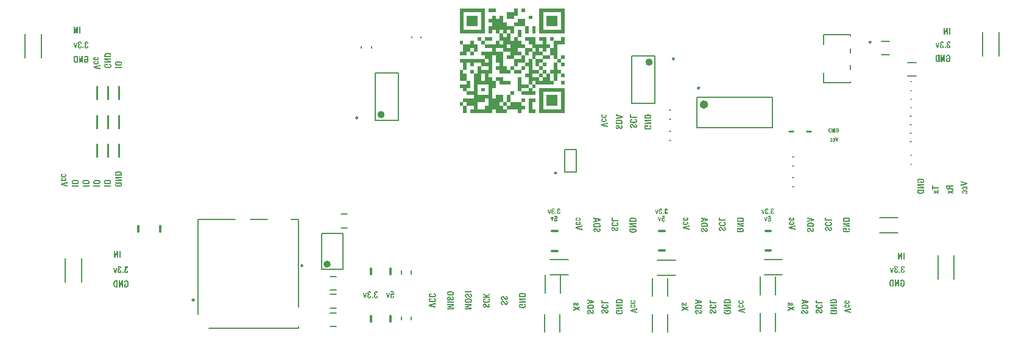
<source format=gbo>
G04*
G04 #@! TF.GenerationSoftware,Altium Limited,Altium Designer,20.2.5 (213)*
G04*
G04 Layer_Color=32896*
%FSLAX44Y44*%
%MOMM*%
G71*
G04*
G04 #@! TF.SameCoordinates,F2EF3DC7-CE59-478A-9F64-9A272EA7E262*
G04*
G04*
G04 #@! TF.FilePolarity,Positive*
G04*
G01*
G75*
%ADD10C,0.2500*%
%ADD11C,0.5000*%
%ADD12C,0.2000*%
%ADD14C,0.2540*%
%ADD15C,0.1270*%
%ADD17C,0.3000*%
%ADD121C,0.6000*%
G36*
X16890Y176250D02*
X16921D01*
Y176159D01*
X16890D01*
Y176128D01*
X16921D01*
Y171412D01*
X16890D01*
Y171351D01*
X16921D01*
Y171260D01*
X16890D01*
Y171230D01*
X11900D01*
Y171260D01*
X11870D01*
Y176280D01*
X16890D01*
Y176250D01*
D02*
G37*
G36*
X-23425D02*
X-23394D01*
Y171260D01*
X-23425D01*
Y171230D01*
X-33465D01*
Y176280D01*
X-23425D01*
Y176250D01*
D02*
G37*
G36*
X26962Y166179D02*
X26992D01*
Y161189D01*
X26962D01*
Y161159D01*
X21972D01*
Y161189D01*
X21941D01*
Y165601D01*
Y165631D01*
Y166179D01*
X21972D01*
Y166209D01*
X26962D01*
Y166179D01*
D02*
G37*
G36*
X6819Y166209D02*
X1829D01*
Y166179D01*
X1799D01*
Y161189D01*
X1768D01*
Y161159D01*
X-8272D01*
Y161402D01*
Y161432D01*
Y171230D01*
X1768D01*
Y171260D01*
X1799D01*
Y176280D01*
X6819D01*
Y166209D01*
D02*
G37*
G36*
X-13354Y166179D02*
X-13323D01*
Y165084D01*
Y165053D01*
Y156138D01*
X-13293D01*
Y156108D01*
X-13232D01*
Y156138D01*
X-8303D01*
Y156108D01*
X-8272D01*
Y151087D01*
X1799D01*
Y141016D01*
X-3252D01*
Y146037D01*
X-8272D01*
Y141016D01*
X-3252D01*
Y130945D01*
X1799D01*
Y135965D01*
X6819D01*
Y130945D01*
X11839D01*
Y130915D01*
X11870D01*
Y125894D01*
X16890D01*
Y125864D01*
X16921D01*
Y125772D01*
X16890D01*
Y125742D01*
X16921D01*
Y120874D01*
X26992D01*
Y115823D01*
X32012D01*
Y120843D01*
X31982D01*
Y120874D01*
X31921D01*
Y120843D01*
X31860D01*
Y120874D01*
X26992D01*
Y125864D01*
X26962D01*
Y125894D01*
X21941D01*
Y130915D01*
X21911D01*
Y130945D01*
X16921D01*
Y130976D01*
X16890D01*
Y131036D01*
X16921D01*
Y135874D01*
X16890D01*
Y135935D01*
X16921D01*
Y135965D01*
X32012D01*
Y125925D01*
X32043D01*
Y125894D01*
X42083D01*
Y130945D01*
X37063D01*
Y135965D01*
X47134D01*
Y125894D01*
X52155D01*
Y125864D01*
X52185D01*
Y120874D01*
X57114D01*
Y120843D01*
X57175D01*
Y120874D01*
X57205D01*
Y130945D01*
X52185D01*
Y130976D01*
X52155D01*
Y131036D01*
X52185D01*
Y131706D01*
Y131736D01*
Y135874D01*
X52155D01*
Y135935D01*
X52185D01*
Y135965D01*
X57205D01*
Y130945D01*
X67277D01*
Y135965D01*
X72327D01*
Y125925D01*
X72297D01*
Y125894D01*
X62256D01*
Y105752D01*
X67277D01*
Y100701D01*
X72327D01*
Y98298D01*
Y98267D01*
Y95681D01*
X67277D01*
Y100701D01*
X62256D01*
Y105752D01*
X57205D01*
Y110772D01*
X52185D01*
Y120843D01*
X52155D01*
Y120874D01*
X47317D01*
Y120843D01*
X47256D01*
Y120874D01*
X47165D01*
Y120843D01*
X47134D01*
Y115823D01*
X42083D01*
Y120843D01*
X42053D01*
Y120874D01*
X41992D01*
Y120843D01*
X41931D01*
Y120874D01*
X37246D01*
Y120843D01*
X37154D01*
Y120874D01*
X37094D01*
Y120843D01*
X37063D01*
Y115823D01*
X42083D01*
Y110772D01*
X52185D01*
Y105782D01*
X52155D01*
Y105752D01*
X42083D01*
Y110772D01*
X32012D01*
Y105752D01*
X42083D01*
Y100701D01*
X47134D01*
Y95681D01*
X42083D01*
Y96289D01*
Y96320D01*
Y100701D01*
X37063D01*
Y95681D01*
X42083D01*
Y94859D01*
Y94829D01*
Y90630D01*
X47134D01*
Y85579D01*
X52155D01*
Y85610D01*
X52185D01*
Y90539D01*
X52155D01*
Y90600D01*
X52185D01*
Y90630D01*
X57205D01*
Y100701D01*
X62256D01*
Y90630D01*
X67277D01*
Y85579D01*
X72206D01*
Y85610D01*
X72297D01*
Y85579D01*
X72327D01*
Y85123D01*
Y85092D01*
Y80559D01*
X67307D01*
Y80589D01*
X67277D01*
Y85579D01*
X62347D01*
Y85610D01*
X62287D01*
Y85579D01*
X62256D01*
Y75843D01*
Y75812D01*
Y75539D01*
X62226D01*
Y75508D01*
X57205D01*
Y85579D01*
X57175D01*
Y85610D01*
X57114D01*
Y85579D01*
X52185D01*
Y75599D01*
X52155D01*
Y75569D01*
X52185D01*
Y75508D01*
X57205D01*
Y70488D01*
X32012D01*
Y75508D01*
X26992D01*
Y70488D01*
X32012D01*
Y65437D01*
X26992D01*
Y70488D01*
X21941D01*
Y80559D01*
X16921D01*
Y80589D01*
X16890D01*
Y80650D01*
X16921D01*
Y85488D01*
X16890D01*
Y85549D01*
X16921D01*
Y85579D01*
X16951D01*
Y85610D01*
X17012D01*
Y85579D01*
X21789D01*
Y85610D01*
X21819D01*
Y85579D01*
X21911D01*
Y85610D01*
X21941D01*
Y95650D01*
X21911D01*
Y95681D01*
X16921D01*
Y100701D01*
X6850D01*
Y100671D01*
X6819D01*
Y95681D01*
X1799D01*
Y105752D01*
X-8272D01*
Y110772D01*
X-3282D01*
Y110803D01*
X-3252D01*
Y115823D01*
X-13323D01*
Y120843D01*
X-13354D01*
Y120874D01*
X-13445D01*
Y120843D01*
X-13506D01*
Y120874D01*
X-23212D01*
Y120843D01*
X-23273D01*
Y120874D01*
X-23364D01*
Y120843D01*
X-23394D01*
Y115823D01*
X-13323D01*
Y95681D01*
X-8303D01*
Y95650D01*
X-8272D01*
Y90630D01*
X-3252D01*
Y85610D01*
X-3282D01*
Y85579D01*
X-3374D01*
Y85610D01*
X-3404D01*
Y85579D01*
X-18313D01*
Y85610D01*
X-18343D01*
Y85640D01*
X-18374D01*
Y90539D01*
X-18343D01*
Y90600D01*
X-18374D01*
Y90630D01*
X-23394D01*
Y95650D01*
X-23364D01*
Y95681D01*
X-18374D01*
Y95711D01*
X-18343D01*
Y95772D01*
X-18374D01*
Y100610D01*
X-18343D01*
Y100671D01*
X-18374D01*
Y100701D01*
X-23394D01*
Y110772D01*
X-28445D01*
Y85610D01*
X-28475D01*
Y85579D01*
X-33374D01*
Y85610D01*
X-33435D01*
Y85579D01*
X-33465D01*
Y80559D01*
X-28445D01*
Y75539D01*
X-28415D01*
Y75508D01*
X-23394D01*
Y65467D01*
X-23425D01*
Y65437D01*
X-28415D01*
Y65406D01*
X-28445D01*
Y50345D01*
X-28415D01*
Y50315D01*
X-23425D01*
Y50345D01*
X-23394D01*
Y55366D01*
X-13323D01*
Y45295D01*
X-8272D01*
Y44017D01*
Y43986D01*
Y40244D01*
X-3252D01*
Y45295D01*
X-8272D01*
Y55366D01*
X-3252D01*
Y45295D01*
X11870D01*
Y40274D01*
X11900D01*
Y40244D01*
X16890D01*
Y40213D01*
X16921D01*
Y40153D01*
X16890D01*
Y40092D01*
X16921D01*
Y35376D01*
X16890D01*
Y35315D01*
X16921D01*
Y35254D01*
X16890D01*
Y35224D01*
X11900D01*
Y35193D01*
X11870D01*
Y30203D01*
X11839D01*
Y30173D01*
X6850D01*
Y30203D01*
X6819D01*
Y35224D01*
X-8272D01*
Y40244D01*
X-13323D01*
Y45295D01*
X-18343D01*
Y45264D01*
X-18374D01*
Y45173D01*
X-18343D01*
Y45142D01*
X-18374D01*
Y40396D01*
X-18343D01*
Y40366D01*
X-18374D01*
Y40274D01*
X-18343D01*
Y40244D01*
X-13323D01*
Y35224D01*
X-8272D01*
Y30203D01*
X-8303D01*
Y30173D01*
X-23394D01*
Y35193D01*
X-23425D01*
Y35224D01*
X-28415D01*
Y35193D01*
X-28445D01*
Y30173D01*
X-58658D01*
Y35193D01*
X-58628D01*
Y35224D01*
X-53638D01*
Y35254D01*
X-53608D01*
Y35315D01*
X-53638D01*
Y40153D01*
X-53608D01*
Y40213D01*
X-53638D01*
Y40244D01*
X-63709D01*
Y45295D01*
X-68730D01*
Y50315D01*
X-68699D01*
Y50345D01*
X-68638D01*
Y50315D01*
X-53668D01*
Y50345D01*
X-53638D01*
Y50376D01*
X-53608D01*
Y50406D01*
X-53638D01*
Y55275D01*
X-53608D01*
Y55335D01*
X-53638D01*
Y55366D01*
X-63679D01*
Y55396D01*
X-63709D01*
Y60417D01*
X-68730D01*
Y65437D01*
X-73750D01*
Y65467D01*
X-73780D01*
Y70457D01*
X-73750D01*
Y70488D01*
X-63709D01*
Y75508D01*
X-73750D01*
Y75539D01*
X-73780D01*
Y90630D01*
X-68730D01*
Y85823D01*
Y85792D01*
Y85610D01*
X-68699D01*
Y85579D01*
X-68608D01*
Y85610D01*
X-68577D01*
Y85579D01*
X-63801D01*
Y85610D01*
X-63740D01*
Y85579D01*
X-63709D01*
Y75508D01*
X-58658D01*
Y65467D01*
X-58689D01*
Y65437D01*
X-63679D01*
Y65406D01*
X-63709D01*
Y60417D01*
X-53638D01*
Y60447D01*
X-53608D01*
Y60508D01*
X-53638D01*
Y69301D01*
Y69331D01*
Y85579D01*
X-58506D01*
Y85610D01*
X-58537D01*
Y85579D01*
X-58628D01*
Y85610D01*
X-58658D01*
Y90630D01*
X-53638D01*
Y90600D01*
X-53608D01*
Y90539D01*
X-53638D01*
Y85610D01*
X-53608D01*
Y85579D01*
X-48740D01*
Y85610D01*
X-48709D01*
Y85579D01*
X-48618D01*
Y85610D01*
X-48587D01*
Y95650D01*
X-48557D01*
Y95681D01*
X-43537D01*
Y100671D01*
X-43567D01*
Y100701D01*
X-53608D01*
Y100671D01*
X-53638D01*
Y95772D01*
X-53608D01*
Y95711D01*
X-53638D01*
Y95681D01*
X-58658D01*
Y100701D01*
X-63709D01*
Y90630D01*
X-68730D01*
Y100701D01*
X-73750D01*
Y100732D01*
X-73780D01*
Y105722D01*
X-73750D01*
Y105752D01*
X-38516D01*
Y110772D01*
X-43537D01*
Y110833D01*
X-43567D01*
Y110864D01*
X-43537D01*
Y115732D01*
X-43567D01*
Y115762D01*
X-43537D01*
Y115823D01*
X-28445D01*
Y120843D01*
X-28475D01*
Y120874D01*
X-28536D01*
Y120843D01*
X-28597D01*
Y120874D01*
X-38394D01*
Y120843D01*
X-38486D01*
Y120874D01*
X-38516D01*
Y125894D01*
X-43537D01*
Y125955D01*
X-43567D01*
Y125985D01*
X-43537D01*
Y130945D01*
X-48587D01*
Y135965D01*
X-43567D01*
Y135935D01*
X-43537D01*
Y131401D01*
Y131371D01*
Y130945D01*
X-38516D01*
Y125894D01*
X-23425D01*
Y125925D01*
X-23394D01*
Y130915D01*
X-23364D01*
Y130945D01*
X-18374D01*
Y141016D01*
X-23394D01*
Y146037D01*
X-28445D01*
Y141016D01*
X-33465D01*
Y151087D01*
X-28445D01*
Y156108D01*
X-28475D01*
Y156138D01*
X-33374D01*
Y156108D01*
X-33435D01*
Y156138D01*
X-33465D01*
Y161159D01*
X-28445D01*
Y166179D01*
X-28415D01*
Y166209D01*
X-23425D01*
Y166179D01*
X-23394D01*
Y161159D01*
X-18374D01*
Y161189D01*
X-18343D01*
Y161250D01*
X-18374D01*
Y166057D01*
X-18343D01*
Y166088D01*
X-18374D01*
Y166179D01*
X-18343D01*
Y166209D01*
X-13354D01*
Y166179D01*
D02*
G37*
G36*
X16890Y161128D02*
X16921D01*
Y161037D01*
X16890D01*
Y161006D01*
X16921D01*
Y151087D01*
X21941D01*
Y141016D01*
X16921D01*
Y141047D01*
X16890D01*
Y141108D01*
X16921D01*
Y151057D01*
X16890D01*
Y151087D01*
X1799D01*
Y156108D01*
X1829D01*
Y156138D01*
X6728D01*
Y156108D01*
X6789D01*
Y156138D01*
X6819D01*
Y161128D01*
X6850D01*
Y161159D01*
X16890D01*
Y161128D01*
D02*
G37*
G36*
X72297Y176250D02*
X72327D01*
Y141016D01*
X37063D01*
Y176280D01*
X72297D01*
Y176250D01*
D02*
G37*
G36*
X32012Y141016D02*
X26992D01*
Y146949D01*
Y146980D01*
Y151087D01*
X32012D01*
Y141016D01*
D02*
G37*
G36*
X-38516D02*
X-73780D01*
Y176250D01*
X-73750D01*
Y176280D01*
X-38516D01*
Y141016D01*
D02*
G37*
G36*
X11870Y135996D02*
X11839D01*
Y135965D01*
X6819D01*
Y142629D01*
Y142659D01*
Y146037D01*
X11870D01*
Y135996D01*
D02*
G37*
G36*
X-28445Y130945D02*
X-38516D01*
Y135965D01*
X-28445D01*
Y130945D01*
D02*
G37*
G36*
X-53638Y130884D02*
X-53608D01*
Y130854D01*
X-53638D01*
Y128815D01*
Y128785D01*
Y125925D01*
X-53608D01*
Y125894D01*
X-48587D01*
Y115823D01*
X-53638D01*
Y120783D01*
X-53608D01*
Y120813D01*
X-53638D01*
Y120843D01*
X-53668D01*
Y120874D01*
X-53729D01*
Y120843D01*
X-53790D01*
Y120874D01*
X-58476D01*
Y120843D01*
X-58537D01*
Y120874D01*
X-58628D01*
Y120843D01*
X-58658D01*
Y115823D01*
X-53638D01*
Y110864D01*
X-53608D01*
Y110833D01*
X-53638D01*
Y110772D01*
X-58628D01*
Y110803D01*
X-58658D01*
Y113845D01*
Y113876D01*
Y115823D01*
X-63679D01*
Y115793D01*
X-63709D01*
Y110803D01*
X-63740D01*
Y110772D01*
X-73750D01*
Y110803D01*
X-73780D01*
Y115793D01*
X-73750D01*
Y115823D01*
X-68760D01*
Y115854D01*
X-68730D01*
Y125894D01*
X-73750D01*
Y125925D01*
X-73780D01*
Y130915D01*
X-73750D01*
Y130945D01*
X-68760D01*
Y130915D01*
X-68730D01*
Y129120D01*
Y129089D01*
Y125894D01*
X-58689D01*
Y125925D01*
X-58658D01*
Y130915D01*
X-58628D01*
Y130945D01*
X-53638D01*
Y130884D01*
D02*
G37*
G36*
X-13323Y115823D02*
D01*
D01*
D01*
D01*
D02*
G37*
G36*
X72327Y105752D02*
X67277D01*
Y110103D01*
Y110133D01*
Y110772D01*
X72327D01*
Y105752D01*
D02*
G37*
G36*
X16921Y90782D02*
X16890D01*
Y90752D01*
X16921D01*
Y90660D01*
X16890D01*
Y90630D01*
X11870D01*
Y95650D01*
X11900D01*
Y95681D01*
X16921D01*
Y90782D01*
D02*
G37*
G36*
X1799Y90630D02*
X11870D01*
Y85610D01*
X11839D01*
Y85579D01*
X11748D01*
Y85610D01*
X11718D01*
Y85579D01*
X1951D01*
Y85610D01*
X1920D01*
Y85579D01*
X1829D01*
Y85610D01*
X1799D01*
Y90630D01*
X-3252D01*
Y95650D01*
X-3221D01*
Y95681D01*
X1799D01*
Y90630D01*
D02*
G37*
G36*
X72327Y70488D02*
X67277D01*
Y75508D01*
X72327D01*
Y70488D01*
D02*
G37*
G36*
X-13323Y75539D02*
X-13293D01*
Y75508D01*
X-3252D01*
Y70488D01*
X-18343D01*
Y70518D01*
X-18374D01*
Y70609D01*
X-18343D01*
Y70640D01*
X-18374D01*
Y75417D01*
X-18343D01*
Y75478D01*
X-18374D01*
Y75508D01*
X-23394D01*
Y80559D01*
X-13323D01*
Y75539D01*
D02*
G37*
G36*
X11870Y70488D02*
X21941D01*
Y65437D01*
X26992D01*
Y60417D01*
X31982D01*
Y60386D01*
X32012D01*
Y55366D01*
X11870D01*
Y60417D01*
X6910D01*
Y60386D01*
X6880D01*
Y60417D01*
X6819D01*
Y80407D01*
Y80437D01*
Y80528D01*
X6850D01*
Y80559D01*
X11870D01*
Y70488D01*
D02*
G37*
G36*
X1768Y60386D02*
X1799D01*
Y55396D01*
X1768D01*
Y55366D01*
X-3252D01*
Y60386D01*
X-3221D01*
Y60417D01*
X1768D01*
Y60386D01*
D02*
G37*
G36*
X31982Y50315D02*
X32012D01*
Y45295D01*
X26992D01*
Y35224D01*
X32012D01*
Y30173D01*
X21972D01*
Y30203D01*
X21941D01*
Y50315D01*
X22002D01*
Y50345D01*
X22032D01*
Y50315D01*
X31921D01*
Y50345D01*
X31982D01*
Y50315D01*
D02*
G37*
G36*
X16860D02*
X16890D01*
Y50285D01*
X16921D01*
Y50224D01*
X16890D01*
Y50163D01*
X16921D01*
Y45447D01*
X16890D01*
Y45416D01*
X16921D01*
Y45325D01*
X16890D01*
Y45295D01*
X11870D01*
Y50315D01*
X11900D01*
Y50345D01*
X11961D01*
Y50315D01*
X16799D01*
Y50345D01*
X16860D01*
Y50315D01*
D02*
G37*
G36*
X72327Y30203D02*
X72297D01*
Y30173D01*
X37063D01*
Y36684D01*
Y36714D01*
Y65437D01*
X72327D01*
Y30203D01*
D02*
G37*
G36*
X-68730Y40244D02*
X-63709D01*
Y30173D01*
X-68730D01*
Y31481D01*
Y31511D01*
Y40244D01*
X-73750D01*
Y40274D01*
X-73780D01*
Y43013D01*
Y43043D01*
Y45264D01*
X-73750D01*
Y45295D01*
X-68730D01*
Y40244D01*
D02*
G37*
G36*
X211224Y-117079D02*
X209956D01*
X209944Y-116969D01*
X209907Y-116884D01*
X209870Y-116799D01*
X209834Y-116738D01*
X209797Y-116689D01*
X209761Y-116652D01*
X209749Y-116628D01*
X209736Y-116616D01*
X209663Y-116555D01*
X209578Y-116506D01*
X209492Y-116482D01*
X209419Y-116458D01*
X209346Y-116445D01*
X209298Y-116433D01*
X209249D01*
X209090Y-116445D01*
X208956Y-116494D01*
X208846Y-116555D01*
X208749Y-116628D01*
X208676Y-116701D01*
X208627Y-116762D01*
X208603Y-116811D01*
X208590Y-116823D01*
X208517Y-116982D01*
X208468Y-117177D01*
X208432Y-117384D01*
X208407Y-117579D01*
X208395Y-117762D01*
X208383Y-117847D01*
Y-117921D01*
Y-117969D01*
Y-118018D01*
Y-118042D01*
Y-118055D01*
X208395Y-118384D01*
X208407Y-118652D01*
X208444Y-118884D01*
X208468Y-119066D01*
X208505Y-119213D01*
X208542Y-119310D01*
X208554Y-119371D01*
X208566Y-119396D01*
X208639Y-119530D01*
X208737Y-119627D01*
X208834Y-119700D01*
X208932Y-119749D01*
X209017Y-119774D01*
X209090Y-119786D01*
X209139Y-119798D01*
X209151D01*
X209298Y-119786D01*
X209419Y-119749D01*
X209517Y-119688D01*
X209602Y-119627D01*
X209663Y-119566D01*
X209712Y-119506D01*
X209736Y-119469D01*
X209749Y-119457D01*
X209809Y-119310D01*
X209858Y-119140D01*
X209895Y-118969D01*
X209919Y-118798D01*
X209932Y-118652D01*
X209944Y-118518D01*
Y-118469D01*
Y-118433D01*
Y-118420D01*
Y-118408D01*
Y-118201D01*
X211297D01*
Y-118396D01*
X211285Y-118628D01*
X211273Y-118835D01*
X211248Y-119042D01*
X211212Y-119225D01*
X211175Y-119396D01*
X211138Y-119542D01*
X211090Y-119688D01*
X211041Y-119810D01*
X210992Y-119920D01*
X210943Y-120017D01*
X210907Y-120091D01*
X210870Y-120164D01*
X210834Y-120213D01*
X210809Y-120249D01*
X210785Y-120261D01*
Y-120274D01*
X210687Y-120383D01*
X210565Y-120469D01*
X210443Y-120554D01*
X210322Y-120615D01*
X210053Y-120725D01*
X209797Y-120798D01*
X209566Y-120834D01*
X209468Y-120847D01*
X209371Y-120859D01*
X209298Y-120871D01*
X209200D01*
X208993Y-120859D01*
X208785Y-120847D01*
X208603Y-120810D01*
X208444Y-120761D01*
X208286Y-120712D01*
X208139Y-120652D01*
X208017Y-120590D01*
X207908Y-120517D01*
X207810Y-120456D01*
X207725Y-120395D01*
X207652Y-120335D01*
X207591Y-120286D01*
X207554Y-120237D01*
X207517Y-120200D01*
X207493Y-120188D01*
Y-120176D01*
X207395Y-120042D01*
X207310Y-119883D01*
X207249Y-119713D01*
X207188Y-119530D01*
X207091Y-119164D01*
X207018Y-118811D01*
X207005Y-118640D01*
X206981Y-118481D01*
X206969Y-118335D01*
Y-118201D01*
X206957Y-118103D01*
Y-118018D01*
Y-117969D01*
Y-117957D01*
Y-117725D01*
X206981Y-117494D01*
X207005Y-117287D01*
X207030Y-117104D01*
X207066Y-116921D01*
X207115Y-116762D01*
X207164Y-116616D01*
X207200Y-116494D01*
X207249Y-116372D01*
X207298Y-116275D01*
X207335Y-116201D01*
X207383Y-116128D01*
X207408Y-116080D01*
X207432Y-116031D01*
X207456Y-116018D01*
Y-116006D01*
X207554Y-115884D01*
X207664Y-115787D01*
X207773Y-115702D01*
X207895Y-115628D01*
X208151Y-115506D01*
X208383Y-115433D01*
X208603Y-115385D01*
X208700Y-115372D01*
X208785Y-115360D01*
X208846Y-115348D01*
X209066D01*
X209188Y-115360D01*
X209298Y-115385D01*
X209383Y-115397D01*
X209456Y-115421D01*
X209505Y-115445D01*
X209541Y-115458D01*
X209554D01*
X209724Y-115555D01*
X209870Y-115665D01*
X209932Y-115714D01*
X209980Y-115750D01*
X210005Y-115775D01*
X210017Y-115787D01*
X209944Y-114226D01*
X207310D01*
Y-112971D01*
X211017D01*
X211224Y-117079D01*
D02*
G37*
G36*
X205006Y-120712D02*
X203348D01*
X201982Y-114836D01*
X203409D01*
X204152Y-119335D01*
X204933Y-114836D01*
X206371D01*
X205006Y-120712D01*
D02*
G37*
G36*
X61934Y-117079D02*
X60666D01*
X60654Y-116969D01*
X60617Y-116884D01*
X60581Y-116799D01*
X60544Y-116738D01*
X60507Y-116689D01*
X60471Y-116652D01*
X60459Y-116628D01*
X60446Y-116616D01*
X60373Y-116555D01*
X60288Y-116506D01*
X60202Y-116482D01*
X60129Y-116458D01*
X60056Y-116445D01*
X60008Y-116433D01*
X59959D01*
X59800Y-116445D01*
X59666Y-116494D01*
X59556Y-116555D01*
X59459Y-116628D01*
X59386Y-116701D01*
X59337Y-116762D01*
X59313Y-116811D01*
X59300Y-116823D01*
X59227Y-116982D01*
X59178Y-117177D01*
X59142Y-117384D01*
X59117Y-117579D01*
X59105Y-117762D01*
X59093Y-117847D01*
Y-117921D01*
Y-117969D01*
Y-118018D01*
Y-118042D01*
Y-118055D01*
X59105Y-118384D01*
X59117Y-118652D01*
X59154Y-118884D01*
X59178Y-119066D01*
X59215Y-119213D01*
X59252Y-119310D01*
X59264Y-119371D01*
X59276Y-119396D01*
X59349Y-119530D01*
X59447Y-119627D01*
X59544Y-119700D01*
X59642Y-119749D01*
X59727Y-119774D01*
X59800Y-119786D01*
X59849Y-119798D01*
X59861D01*
X60008Y-119786D01*
X60129Y-119749D01*
X60227Y-119688D01*
X60312Y-119627D01*
X60373Y-119566D01*
X60422Y-119506D01*
X60446Y-119469D01*
X60459Y-119457D01*
X60519Y-119310D01*
X60568Y-119140D01*
X60605Y-118969D01*
X60629Y-118798D01*
X60641Y-118652D01*
X60654Y-118518D01*
Y-118469D01*
Y-118433D01*
Y-118420D01*
Y-118408D01*
Y-118201D01*
X62007D01*
Y-118396D01*
X61995Y-118628D01*
X61983Y-118835D01*
X61958Y-119042D01*
X61922Y-119225D01*
X61885Y-119396D01*
X61849Y-119542D01*
X61800Y-119688D01*
X61751Y-119810D01*
X61702Y-119920D01*
X61653Y-120017D01*
X61617Y-120091D01*
X61580Y-120164D01*
X61544Y-120213D01*
X61519Y-120249D01*
X61495Y-120261D01*
Y-120274D01*
X61397Y-120383D01*
X61275Y-120469D01*
X61153Y-120554D01*
X61032Y-120615D01*
X60763Y-120725D01*
X60507Y-120798D01*
X60276Y-120834D01*
X60178Y-120847D01*
X60081Y-120859D01*
X60008Y-120871D01*
X59910D01*
X59703Y-120859D01*
X59495Y-120847D01*
X59313Y-120810D01*
X59154Y-120761D01*
X58995Y-120712D01*
X58849Y-120652D01*
X58727Y-120590D01*
X58618Y-120517D01*
X58520Y-120456D01*
X58435Y-120395D01*
X58362Y-120335D01*
X58301Y-120286D01*
X58264Y-120237D01*
X58227Y-120200D01*
X58203Y-120188D01*
Y-120176D01*
X58106Y-120042D01*
X58020Y-119883D01*
X57959Y-119713D01*
X57898Y-119530D01*
X57801Y-119164D01*
X57728Y-118811D01*
X57715Y-118640D01*
X57691Y-118481D01*
X57679Y-118335D01*
Y-118201D01*
X57667Y-118103D01*
Y-118018D01*
Y-117969D01*
Y-117957D01*
Y-117725D01*
X57691Y-117494D01*
X57715Y-117287D01*
X57740Y-117104D01*
X57776Y-116921D01*
X57825Y-116762D01*
X57874Y-116616D01*
X57910Y-116494D01*
X57959Y-116372D01*
X58008Y-116275D01*
X58045Y-116201D01*
X58093Y-116128D01*
X58118Y-116080D01*
X58142Y-116031D01*
X58166Y-116018D01*
Y-116006D01*
X58264Y-115884D01*
X58374Y-115787D01*
X58484Y-115702D01*
X58605Y-115628D01*
X58861Y-115506D01*
X59093Y-115433D01*
X59313Y-115385D01*
X59410Y-115372D01*
X59495Y-115360D01*
X59556Y-115348D01*
X59776D01*
X59898Y-115360D01*
X60008Y-115385D01*
X60093Y-115397D01*
X60166Y-115421D01*
X60215Y-115445D01*
X60251Y-115458D01*
X60264D01*
X60434Y-115555D01*
X60581Y-115665D01*
X60641Y-115714D01*
X60690Y-115750D01*
X60715Y-115775D01*
X60727Y-115787D01*
X60654Y-114226D01*
X58020D01*
Y-112971D01*
X61726D01*
X61934Y-117079D01*
D02*
G37*
G36*
X55716Y-120712D02*
X54058D01*
X52692Y-114836D01*
X54119D01*
X54862Y-119335D01*
X55643Y-114836D01*
X57081D01*
X55716Y-120712D01*
D02*
G37*
G36*
X358934Y-117079D02*
X357666D01*
X357654Y-116969D01*
X357617Y-116884D01*
X357580Y-116799D01*
X357544Y-116738D01*
X357507Y-116689D01*
X357471Y-116652D01*
X357459Y-116628D01*
X357446Y-116616D01*
X357373Y-116555D01*
X357288Y-116506D01*
X357203Y-116482D01*
X357129Y-116458D01*
X357056Y-116445D01*
X357007Y-116433D01*
X356959D01*
X356800Y-116445D01*
X356666Y-116494D01*
X356556Y-116555D01*
X356459Y-116628D01*
X356386Y-116701D01*
X356337Y-116762D01*
X356312Y-116811D01*
X356300Y-116823D01*
X356227Y-116982D01*
X356178Y-117177D01*
X356142Y-117384D01*
X356118Y-117579D01*
X356105Y-117762D01*
X356093Y-117847D01*
Y-117921D01*
Y-117969D01*
Y-118018D01*
Y-118042D01*
Y-118055D01*
X356105Y-118384D01*
X356118Y-118652D01*
X356154Y-118884D01*
X356178Y-119066D01*
X356215Y-119213D01*
X356252Y-119310D01*
X356264Y-119371D01*
X356276Y-119396D01*
X356349Y-119530D01*
X356447Y-119627D01*
X356544Y-119700D01*
X356642Y-119749D01*
X356727Y-119774D01*
X356800Y-119786D01*
X356849Y-119798D01*
X356861D01*
X357007Y-119786D01*
X357129Y-119749D01*
X357227Y-119688D01*
X357312Y-119627D01*
X357373Y-119566D01*
X357422Y-119506D01*
X357446Y-119469D01*
X357459Y-119457D01*
X357520Y-119310D01*
X357568Y-119140D01*
X357605Y-118969D01*
X357629Y-118798D01*
X357641Y-118652D01*
X357654Y-118518D01*
Y-118469D01*
Y-118433D01*
Y-118420D01*
Y-118408D01*
Y-118201D01*
X359007D01*
Y-118396D01*
X358995Y-118628D01*
X358983Y-118835D01*
X358958Y-119042D01*
X358922Y-119225D01*
X358885Y-119396D01*
X358848Y-119542D01*
X358800Y-119688D01*
X358751Y-119810D01*
X358702Y-119920D01*
X358653Y-120017D01*
X358617Y-120091D01*
X358580Y-120164D01*
X358544Y-120213D01*
X358519Y-120249D01*
X358495Y-120261D01*
Y-120274D01*
X358397Y-120383D01*
X358275Y-120469D01*
X358153Y-120554D01*
X358032Y-120615D01*
X357763Y-120725D01*
X357507Y-120798D01*
X357276Y-120834D01*
X357178Y-120847D01*
X357081Y-120859D01*
X357007Y-120871D01*
X356910D01*
X356703Y-120859D01*
X356495Y-120847D01*
X356312Y-120810D01*
X356154Y-120761D01*
X355996Y-120712D01*
X355849Y-120652D01*
X355727Y-120590D01*
X355618Y-120517D01*
X355520Y-120456D01*
X355435Y-120395D01*
X355362Y-120335D01*
X355301Y-120286D01*
X355264Y-120237D01*
X355228Y-120200D01*
X355203Y-120188D01*
Y-120176D01*
X355106Y-120042D01*
X355020Y-119883D01*
X354959Y-119713D01*
X354898Y-119530D01*
X354801Y-119164D01*
X354728Y-118811D01*
X354715Y-118640D01*
X354691Y-118481D01*
X354679Y-118335D01*
Y-118201D01*
X354667Y-118103D01*
Y-118018D01*
Y-117969D01*
Y-117957D01*
Y-117725D01*
X354691Y-117494D01*
X354715Y-117287D01*
X354740Y-117104D01*
X354776Y-116921D01*
X354825Y-116762D01*
X354874Y-116616D01*
X354911Y-116494D01*
X354959Y-116372D01*
X355008Y-116275D01*
X355045Y-116201D01*
X355093Y-116128D01*
X355118Y-116080D01*
X355142Y-116031D01*
X355167Y-116018D01*
Y-116006D01*
X355264Y-115884D01*
X355374Y-115787D01*
X355484Y-115702D01*
X355605Y-115628D01*
X355861Y-115506D01*
X356093Y-115433D01*
X356312Y-115385D01*
X356410Y-115372D01*
X356495Y-115360D01*
X356556Y-115348D01*
X356776D01*
X356898Y-115360D01*
X357007Y-115385D01*
X357093Y-115397D01*
X357166Y-115421D01*
X357215Y-115445D01*
X357251Y-115458D01*
X357263D01*
X357434Y-115555D01*
X357580Y-115665D01*
X357641Y-115714D01*
X357690Y-115750D01*
X357715Y-115775D01*
X357727Y-115787D01*
X357654Y-114226D01*
X355020D01*
Y-112971D01*
X358727D01*
X358934Y-117079D01*
D02*
G37*
G36*
X352716Y-120712D02*
X351058D01*
X349692Y-114836D01*
X351119D01*
X351862Y-119335D01*
X352643Y-114836D01*
X354081D01*
X352716Y-120712D01*
D02*
G37*
G36*
X447967Y3146D02*
X446865D01*
X446904Y7526D01*
X445265Y3146D01*
X444066D01*
Y9408D01*
X445168D01*
X445139Y5029D01*
X446768Y9408D01*
X447967D01*
Y3146D01*
D02*
G37*
G36*
X451176Y9545D02*
X451371Y9525D01*
X451537Y9496D01*
X451683Y9467D01*
X451800Y9428D01*
X451888Y9398D01*
X451947Y9379D01*
X451966Y9369D01*
X452112Y9291D01*
X452239Y9213D01*
X452346Y9115D01*
X452434Y9028D01*
X452512Y8940D01*
X452561Y8872D01*
X452600Y8833D01*
X452610Y8813D01*
X452678Y8686D01*
X452746Y8550D01*
X452795Y8413D01*
X452834Y8267D01*
X452873Y8150D01*
X452893Y8043D01*
X452902Y8004D01*
Y7984D01*
X452912Y7965D01*
Y7955D01*
X452942Y7731D01*
X452961Y7487D01*
X452980Y7243D01*
X452990Y7009D01*
Y6892D01*
Y6794D01*
X453000Y6706D01*
Y6628D01*
Y6560D01*
Y6511D01*
Y6482D01*
Y6472D01*
Y6111D01*
X452980Y5780D01*
X452961Y5477D01*
X452942Y5204D01*
X452902Y4961D01*
X452873Y4736D01*
X452834Y4531D01*
X452795Y4365D01*
X452766Y4209D01*
X452727Y4083D01*
X452688Y3975D01*
X452659Y3888D01*
X452639Y3819D01*
X452620Y3780D01*
X452600Y3751D01*
Y3741D01*
X452522Y3614D01*
X452425Y3498D01*
X452327Y3400D01*
X452210Y3312D01*
X452103Y3244D01*
X451986Y3185D01*
X451869Y3137D01*
X451761Y3098D01*
X451547Y3039D01*
X451459Y3020D01*
X451371Y3010D01*
X451313D01*
X451254Y3000D01*
X451215D01*
X451020Y3010D01*
X450854Y3029D01*
X450708Y3058D01*
X450591Y3098D01*
X450493Y3127D01*
X450425Y3156D01*
X450376Y3176D01*
X450367Y3185D01*
X450259Y3273D01*
X450152Y3371D01*
X450074Y3478D01*
X449996Y3585D01*
X449947Y3673D01*
X449898Y3761D01*
X449879Y3810D01*
X449869Y3829D01*
X449791Y3146D01*
X448991D01*
Y6560D01*
X450923D01*
Y5555D01*
X450113D01*
Y5341D01*
Y5204D01*
X450123Y5077D01*
X450132Y4961D01*
X450142Y4853D01*
X450181Y4668D01*
X450210Y4522D01*
X450249Y4405D01*
X450289Y4326D01*
X450308Y4288D01*
X450318Y4268D01*
X450406Y4161D01*
X450503Y4092D01*
X450610Y4034D01*
X450718Y3995D01*
X450825Y3975D01*
X450903Y3966D01*
X450961Y3956D01*
X450981D01*
X451069Y3966D01*
X451147Y3975D01*
X451283Y4024D01*
X451391Y4092D01*
X451478Y4180D01*
X451547Y4258D01*
X451586Y4326D01*
X451615Y4375D01*
X451625Y4395D01*
X451654Y4492D01*
X451683Y4600D01*
X451703Y4726D01*
X451722Y4863D01*
X451761Y5156D01*
X451781Y5448D01*
Y5594D01*
X451791Y5731D01*
Y5848D01*
X451800Y5955D01*
Y6043D01*
Y6111D01*
Y6150D01*
Y6170D01*
Y6472D01*
X451791Y6745D01*
X451781Y6980D01*
X451771Y7204D01*
X451761Y7389D01*
X451742Y7565D01*
X451722Y7711D01*
X451703Y7838D01*
X451693Y7935D01*
X451674Y8023D01*
X451654Y8101D01*
X451644Y8150D01*
X451634Y8189D01*
X451625Y8218D01*
X451615Y8238D01*
X451527Y8374D01*
X451430Y8472D01*
X451313Y8540D01*
X451196Y8589D01*
X451088Y8618D01*
X451001Y8628D01*
X450942Y8638D01*
X450923D01*
X450776Y8628D01*
X450649Y8589D01*
X450542Y8550D01*
X450454Y8491D01*
X450386Y8443D01*
X450337Y8394D01*
X450308Y8355D01*
X450298Y8345D01*
X450230Y8228D01*
X450172Y8091D01*
X450132Y7955D01*
X450113Y7818D01*
X450093Y7692D01*
X450084Y7594D01*
Y7555D01*
Y7526D01*
Y7506D01*
Y7496D01*
Y7438D01*
X448991D01*
Y7594D01*
X449001Y7779D01*
X449011Y7945D01*
X449040Y8101D01*
X449069Y8248D01*
X449108Y8384D01*
X449147Y8501D01*
X449186Y8618D01*
X449235Y8716D01*
X449284Y8794D01*
X449323Y8872D01*
X449362Y8940D01*
X449401Y8989D01*
X449430Y9028D01*
X449459Y9057D01*
X449469Y9067D01*
X449479Y9076D01*
X449576Y9164D01*
X449684Y9233D01*
X449791Y9301D01*
X449908Y9350D01*
X450162Y9437D01*
X450396Y9496D01*
X450513Y9515D01*
X450620Y9525D01*
X450718Y9545D01*
X450796D01*
X450864Y9554D01*
X450961D01*
X451176Y9545D01*
D02*
G37*
G36*
X443003Y3146D02*
X441227D01*
X441071Y3156D01*
X440925D01*
X440798Y3166D01*
X440672Y3185D01*
X440564Y3195D01*
X440467Y3205D01*
X440389Y3224D01*
X440311Y3234D01*
X440242Y3244D01*
X440193Y3263D01*
X440154Y3273D01*
X440116Y3283D01*
X440096D01*
X440076Y3293D01*
X439940Y3361D01*
X439813Y3439D01*
X439716Y3527D01*
X439628Y3624D01*
X439560Y3702D01*
X439511Y3771D01*
X439482Y3810D01*
X439472Y3829D01*
X439394Y3985D01*
X439325Y4141D01*
X439267Y4297D01*
X439228Y4444D01*
X439189Y4570D01*
X439169Y4678D01*
X439160Y4717D01*
X439150Y4746D01*
Y4756D01*
Y4765D01*
X439130Y4882D01*
X439121Y5009D01*
X439101Y5146D01*
X439091Y5292D01*
X439072Y5604D01*
X439062Y5916D01*
Y6072D01*
X439052Y6209D01*
Y6336D01*
Y6443D01*
Y6531D01*
Y6599D01*
Y6638D01*
Y6658D01*
Y6843D01*
X439062Y7018D01*
Y7184D01*
X439072Y7331D01*
X439082Y7467D01*
X439091Y7594D01*
X439111Y7711D01*
X439121Y7808D01*
X439130Y7896D01*
X439150Y7974D01*
X439160Y8033D01*
X439169Y8091D01*
X439179Y8130D01*
Y8160D01*
X439189Y8169D01*
Y8179D01*
X439247Y8355D01*
X439316Y8511D01*
X439394Y8647D01*
X439472Y8764D01*
X439540Y8862D01*
X439599Y8930D01*
X439638Y8979D01*
X439657Y8989D01*
X439745Y9067D01*
X439842Y9125D01*
X439930Y9184D01*
X440028Y9223D01*
X440106Y9262D01*
X440164Y9281D01*
X440203Y9301D01*
X440223D01*
X440359Y9340D01*
X440506Y9359D01*
X440652Y9379D01*
X440798Y9398D01*
X440935D01*
X441032Y9408D01*
X443003D01*
Y3146D01*
D02*
G37*
G36*
X451336Y-9373D02*
X449804D01*
X448488Y-3111D01*
X449726D01*
X450565Y-8115D01*
X451502Y-3111D01*
X452750D01*
X451336Y-9373D01*
D02*
G37*
G36*
X446547Y-4555D02*
X446693Y-4565D01*
X446830Y-4594D01*
X446956Y-4633D01*
X447064Y-4672D01*
X447161Y-4711D01*
X447259Y-4760D01*
X447337Y-4809D01*
X447405Y-4867D01*
X447463Y-4916D01*
X447512Y-4955D01*
X447551Y-4994D01*
X447600Y-5062D01*
X447620Y-5072D01*
Y-5082D01*
X447678Y-5189D01*
X447737Y-5316D01*
X447785Y-5452D01*
X447824Y-5608D01*
X447883Y-5930D01*
X447922Y-6252D01*
X447942Y-6408D01*
X447951Y-6554D01*
X447961Y-6681D01*
Y-6798D01*
X447971Y-6896D01*
Y-6974D01*
Y-7013D01*
Y-7032D01*
Y-7286D01*
X447951Y-7520D01*
X447942Y-7744D01*
X447912Y-7939D01*
X447893Y-8115D01*
X447863Y-8271D01*
X447824Y-8417D01*
X447795Y-8544D01*
X447766Y-8651D01*
X447727Y-8739D01*
X447698Y-8817D01*
X447678Y-8876D01*
X447649Y-8924D01*
X447639Y-8954D01*
X447620Y-8973D01*
Y-8983D01*
X447551Y-9071D01*
X447463Y-9149D01*
X447376Y-9227D01*
X447278Y-9285D01*
X447073Y-9373D01*
X446869Y-9432D01*
X446683Y-9471D01*
X446605Y-9481D01*
X446537Y-9490D01*
X446478Y-9500D01*
X446391D01*
X446118Y-9481D01*
X445883Y-9432D01*
X445679Y-9373D01*
X445523Y-9295D01*
X445396Y-9217D01*
X445308Y-9159D01*
X445259Y-9110D01*
X445240Y-9090D01*
X445171Y-9003D01*
X445113Y-8915D01*
X445015Y-8710D01*
X444947Y-8495D01*
X444908Y-8291D01*
X444879Y-8095D01*
X444869Y-8017D01*
Y-7949D01*
X444859Y-7881D01*
Y-7842D01*
Y-7813D01*
Y-7803D01*
Y-7735D01*
Y-7676D01*
X444869Y-7647D01*
Y-7637D01*
Y-7598D01*
Y-7559D01*
Y-7539D01*
Y-7530D01*
X445893D01*
Y-7637D01*
Y-7842D01*
X445913Y-8017D01*
X445932Y-8154D01*
X445952Y-8271D01*
X445971Y-8349D01*
X445991Y-8408D01*
X446001Y-8447D01*
X446010Y-8456D01*
X446059Y-8525D01*
X446118Y-8583D01*
X446176Y-8622D01*
X446244Y-8642D01*
X446303Y-8661D01*
X446342Y-8671D01*
X446391D01*
X446478Y-8661D01*
X446557Y-8642D01*
X446615Y-8612D01*
X446664Y-8573D01*
X446703Y-8544D01*
X446732Y-8515D01*
X446742Y-8495D01*
X446752Y-8486D01*
X446781Y-8398D01*
X446810Y-8300D01*
X446839Y-8066D01*
Y-7969D01*
X446849Y-7881D01*
Y-7822D01*
Y-7813D01*
Y-7803D01*
Y-6184D01*
X446839Y-6037D01*
X446830Y-5911D01*
X446810Y-5803D01*
X446791Y-5716D01*
X446771Y-5647D01*
X446761Y-5608D01*
X446742Y-5579D01*
Y-5569D01*
X446693Y-5511D01*
X446644Y-5462D01*
X446576Y-5433D01*
X446517Y-5404D01*
X446469Y-5394D01*
X446420Y-5384D01*
X446381D01*
X446293Y-5394D01*
X446225Y-5413D01*
X446166Y-5443D01*
X446118Y-5482D01*
X446078Y-5520D01*
X446049Y-5550D01*
X446030Y-5569D01*
Y-5579D01*
X445991Y-5657D01*
X445961Y-5755D01*
X445923Y-5959D01*
Y-6047D01*
X445913Y-6125D01*
Y-6174D01*
Y-6184D01*
Y-6194D01*
Y-6291D01*
X444869D01*
Y-6125D01*
X444889Y-5842D01*
X444928Y-5598D01*
X444986Y-5394D01*
X445054Y-5228D01*
X445123Y-5101D01*
X445181Y-5004D01*
X445220Y-4955D01*
X445240Y-4935D01*
X445396Y-4809D01*
X445571Y-4711D01*
X445766Y-4643D01*
X445952Y-4594D01*
X446127Y-4565D01*
X446196Y-4555D01*
X446264D01*
X446313Y-4545D01*
X446391D01*
X446547Y-4555D01*
D02*
G37*
G36*
X442762D02*
X442909Y-4565D01*
X443045Y-4594D01*
X443172Y-4633D01*
X443279Y-4672D01*
X443377Y-4711D01*
X443474Y-4760D01*
X443552Y-4809D01*
X443621Y-4867D01*
X443679Y-4916D01*
X443728Y-4955D01*
X443767Y-4994D01*
X443816Y-5062D01*
X443835Y-5072D01*
Y-5082D01*
X443894Y-5189D01*
X443952Y-5316D01*
X444001Y-5452D01*
X444040Y-5608D01*
X444099Y-5930D01*
X444138Y-6252D01*
X444157Y-6408D01*
X444167Y-6554D01*
X444177Y-6681D01*
Y-6798D01*
X444186Y-6896D01*
Y-6974D01*
Y-7013D01*
Y-7032D01*
Y-7286D01*
X444167Y-7520D01*
X444157Y-7744D01*
X444128Y-7939D01*
X444108Y-8115D01*
X444079Y-8271D01*
X444040Y-8417D01*
X444011Y-8544D01*
X443982Y-8651D01*
X443942Y-8739D01*
X443913Y-8817D01*
X443894Y-8876D01*
X443865Y-8924D01*
X443855Y-8954D01*
X443835Y-8973D01*
Y-8983D01*
X443767Y-9071D01*
X443679Y-9149D01*
X443591Y-9227D01*
X443494Y-9285D01*
X443289Y-9373D01*
X443084Y-9432D01*
X442899Y-9471D01*
X442821Y-9481D01*
X442753Y-9490D01*
X442694Y-9500D01*
X442606D01*
X442333Y-9481D01*
X442099Y-9432D01*
X441894Y-9373D01*
X441738Y-9295D01*
X441611Y-9217D01*
X441524Y-9159D01*
X441475Y-9110D01*
X441455Y-9090D01*
X441387Y-9003D01*
X441329Y-8915D01*
X441231Y-8710D01*
X441163Y-8495D01*
X441124Y-8291D01*
X441094Y-8095D01*
X441085Y-8017D01*
Y-7949D01*
X441075Y-7881D01*
Y-7842D01*
Y-7813D01*
Y-7803D01*
Y-7735D01*
Y-7676D01*
X441085Y-7647D01*
Y-7637D01*
Y-7598D01*
Y-7559D01*
Y-7539D01*
Y-7530D01*
X442109D01*
Y-7637D01*
Y-7842D01*
X442128Y-8017D01*
X442148Y-8154D01*
X442167Y-8271D01*
X442187Y-8349D01*
X442206Y-8408D01*
X442216Y-8447D01*
X442226Y-8456D01*
X442275Y-8525D01*
X442333Y-8583D01*
X442392Y-8622D01*
X442460Y-8642D01*
X442519Y-8661D01*
X442557Y-8671D01*
X442606D01*
X442694Y-8661D01*
X442772Y-8642D01*
X442831Y-8612D01*
X442879Y-8573D01*
X442918Y-8544D01*
X442948Y-8515D01*
X442957Y-8495D01*
X442967Y-8486D01*
X442996Y-8398D01*
X443026Y-8300D01*
X443055Y-8066D01*
Y-7969D01*
X443065Y-7881D01*
Y-7822D01*
Y-7813D01*
Y-7803D01*
Y-6184D01*
X443055Y-6037D01*
X443045Y-5911D01*
X443026Y-5803D01*
X443006Y-5716D01*
X442987Y-5647D01*
X442977Y-5608D01*
X442957Y-5579D01*
Y-5569D01*
X442909Y-5511D01*
X442860Y-5462D01*
X442792Y-5433D01*
X442733Y-5404D01*
X442684Y-5394D01*
X442635Y-5384D01*
X442597D01*
X442509Y-5394D01*
X442440Y-5413D01*
X442382Y-5443D01*
X442333Y-5482D01*
X442294Y-5520D01*
X442265Y-5550D01*
X442245Y-5569D01*
Y-5579D01*
X442206Y-5657D01*
X442177Y-5755D01*
X442138Y-5959D01*
Y-6047D01*
X442128Y-6125D01*
Y-6174D01*
Y-6184D01*
Y-6194D01*
Y-6291D01*
X441085D01*
Y-6125D01*
X441104Y-5842D01*
X441143Y-5598D01*
X441202Y-5394D01*
X441270Y-5228D01*
X441338Y-5101D01*
X441397Y-5004D01*
X441436Y-4955D01*
X441455Y-4935D01*
X441611Y-4809D01*
X441787Y-4711D01*
X441982Y-4643D01*
X442167Y-4594D01*
X442343Y-4565D01*
X442411Y-4555D01*
X442480D01*
X442528Y-4545D01*
X442606D01*
X442762Y-4555D01*
D02*
G37*
G36*
X-112930Y-222549D02*
X-113062D01*
X-113267D01*
X-113457Y-222564D01*
X-113632D01*
X-113793Y-222579D01*
X-113940Y-222608D01*
X-114071Y-222622D01*
X-114291Y-222666D01*
X-114452Y-222710D01*
X-114554Y-222740D01*
X-114627Y-222769D01*
X-114642Y-222783D01*
X-114788Y-222886D01*
X-114891Y-223003D01*
X-114964Y-223149D01*
X-115008Y-223281D01*
X-115037Y-223398D01*
X-115066Y-223500D01*
Y-223603D01*
X-115037Y-223822D01*
X-114978Y-223998D01*
X-114891Y-224144D01*
X-114788Y-224261D01*
X-114700Y-224349D01*
X-114613Y-224407D01*
X-114554Y-224437D01*
X-114525Y-224451D01*
X-114393Y-224495D01*
X-114232Y-224524D01*
X-114027Y-224554D01*
X-113808Y-224583D01*
X-113559Y-224597D01*
X-113310Y-224612D01*
X-112769Y-224641D01*
X-112521Y-224656D01*
X-112272D01*
X-112038Y-224671D01*
X-111847D01*
X-111672D01*
X-111540D01*
X-111467D01*
X-111438D01*
X-111014D01*
X-110633Y-224656D01*
X-110297D01*
X-109989Y-224641D01*
X-109726Y-224612D01*
X-109492Y-224597D01*
X-109287Y-224583D01*
X-109126Y-224554D01*
X-108980Y-224539D01*
X-108863Y-224524D01*
X-108760Y-224495D01*
X-108687Y-224480D01*
X-108629Y-224466D01*
X-108600D01*
X-108570Y-224451D01*
X-108395Y-224349D01*
X-108263Y-224217D01*
X-108175Y-224086D01*
X-108102Y-223939D01*
X-108073Y-223808D01*
X-108058Y-223705D01*
X-108044Y-223632D01*
Y-223603D01*
X-108058Y-223427D01*
X-108102Y-223266D01*
X-108161Y-223134D01*
X-108234Y-223032D01*
X-108307Y-222944D01*
X-108365Y-222886D01*
X-108409Y-222857D01*
X-108424Y-222842D01*
X-108585Y-222754D01*
X-108760Y-222696D01*
X-108951Y-222652D01*
X-109141Y-222622D01*
X-109302Y-222608D01*
X-109433Y-222593D01*
X-109536D01*
X-109551D01*
X-109565D01*
X-109785D01*
Y-220896D01*
X-109492Y-220911D01*
X-109214Y-220925D01*
X-108951Y-220969D01*
X-108717Y-221013D01*
X-108512Y-221057D01*
X-108307Y-221115D01*
X-108131Y-221174D01*
X-107970Y-221233D01*
X-107839Y-221306D01*
X-107722Y-221364D01*
X-107619Y-221423D01*
X-107546Y-221467D01*
X-107473Y-221511D01*
X-107429Y-221540D01*
X-107415Y-221554D01*
X-107400Y-221569D01*
X-107268Y-221701D01*
X-107151Y-221847D01*
X-107049Y-221993D01*
X-106961Y-222169D01*
X-106829Y-222505D01*
X-106742Y-222842D01*
X-106698Y-223149D01*
X-106683Y-223281D01*
X-106668Y-223398D01*
X-106654Y-223500D01*
Y-223632D01*
X-106668Y-223939D01*
X-106698Y-224232D01*
X-106742Y-224466D01*
X-106800Y-224671D01*
X-106859Y-224846D01*
X-106902Y-224963D01*
X-106932Y-225037D01*
X-106946Y-225066D01*
X-107063Y-225271D01*
X-107210Y-225446D01*
X-107371Y-225607D01*
X-107517Y-225739D01*
X-107663Y-225856D01*
X-107780Y-225929D01*
X-107853Y-225987D01*
X-107868Y-226002D01*
X-107883D01*
X-108058Y-226090D01*
X-108263Y-226163D01*
X-108483Y-226222D01*
X-108687Y-226280D01*
X-108877Y-226324D01*
X-109024Y-226339D01*
X-109082Y-226353D01*
X-109126Y-226368D01*
X-109156D01*
X-109170D01*
X-109507Y-226397D01*
X-109887Y-226426D01*
X-110267Y-226441D01*
X-110633Y-226456D01*
X-110809D01*
X-110970Y-226470D01*
X-111101D01*
X-111233D01*
X-111321D01*
X-111409D01*
X-111453D01*
X-111467D01*
X-111847D01*
X-112213Y-226456D01*
X-112535D01*
X-112828Y-226441D01*
X-113106Y-226426D01*
X-113354Y-226412D01*
X-113574Y-226397D01*
X-113764Y-226368D01*
X-113925Y-226353D01*
X-114071Y-226339D01*
X-114188Y-226324D01*
X-114291Y-226309D01*
X-114364Y-226295D01*
X-114408D01*
X-114437Y-226280D01*
X-114452D01*
X-114759Y-226192D01*
X-115022Y-226090D01*
X-115256Y-225987D01*
X-115447Y-225870D01*
X-115593Y-225768D01*
X-115710Y-225680D01*
X-115768Y-225622D01*
X-115798Y-225607D01*
X-115929Y-225475D01*
X-116032Y-225344D01*
X-116120Y-225197D01*
X-116193Y-225066D01*
X-116251Y-224963D01*
X-116295Y-224861D01*
X-116310Y-224802D01*
X-116324Y-224788D01*
X-116383Y-224597D01*
X-116427Y-224407D01*
X-116456Y-224202D01*
X-116471Y-224027D01*
X-116485Y-223866D01*
X-116500Y-223749D01*
Y-223632D01*
X-116485Y-223369D01*
X-116471Y-223134D01*
X-116427Y-222915D01*
X-116383Y-222710D01*
X-116324Y-222520D01*
X-116251Y-222344D01*
X-116178Y-222198D01*
X-116105Y-222052D01*
X-116046Y-221935D01*
X-115973Y-221832D01*
X-115900Y-221745D01*
X-115842Y-221672D01*
X-115798Y-221613D01*
X-115754Y-221569D01*
X-115739Y-221554D01*
X-115725Y-221540D01*
X-115564Y-221423D01*
X-115388Y-221306D01*
X-115008Y-221145D01*
X-114613Y-221013D01*
X-114218Y-220940D01*
X-114027Y-220911D01*
X-113852Y-220881D01*
X-113706Y-220867D01*
X-113559D01*
X-113457Y-220852D01*
X-113369D01*
X-113310D01*
X-113296D01*
X-113237D01*
X-113179D01*
X-113135D01*
X-113120D01*
X-113047D01*
X-112974D01*
X-112945D01*
X-112930D01*
Y-222549D01*
D02*
G37*
G36*
Y-229396D02*
X-113062D01*
X-113267D01*
X-113457Y-229411D01*
X-113632D01*
X-113793Y-229426D01*
X-113940Y-229455D01*
X-114071Y-229470D01*
X-114291Y-229513D01*
X-114452Y-229557D01*
X-114554Y-229587D01*
X-114627Y-229616D01*
X-114642Y-229630D01*
X-114788Y-229733D01*
X-114891Y-229850D01*
X-114964Y-229996D01*
X-115008Y-230128D01*
X-115037Y-230245D01*
X-115066Y-230347D01*
Y-230450D01*
X-115037Y-230669D01*
X-114978Y-230845D01*
X-114891Y-230991D01*
X-114788Y-231108D01*
X-114700Y-231196D01*
X-114613Y-231254D01*
X-114554Y-231284D01*
X-114525Y-231298D01*
X-114393Y-231342D01*
X-114232Y-231371D01*
X-114027Y-231401D01*
X-113808Y-231430D01*
X-113559Y-231445D01*
X-113310Y-231459D01*
X-112769Y-231488D01*
X-112521Y-231503D01*
X-112272D01*
X-112038Y-231518D01*
X-111847D01*
X-111672D01*
X-111540D01*
X-111467D01*
X-111438D01*
X-111014D01*
X-110633Y-231503D01*
X-110297D01*
X-109989Y-231488D01*
X-109726Y-231459D01*
X-109492Y-231445D01*
X-109287Y-231430D01*
X-109126Y-231401D01*
X-108980Y-231386D01*
X-108863Y-231371D01*
X-108760Y-231342D01*
X-108687Y-231327D01*
X-108629Y-231313D01*
X-108600D01*
X-108570Y-231298D01*
X-108395Y-231196D01*
X-108263Y-231064D01*
X-108175Y-230933D01*
X-108102Y-230786D01*
X-108073Y-230655D01*
X-108058Y-230552D01*
X-108044Y-230479D01*
Y-230450D01*
X-108058Y-230274D01*
X-108102Y-230113D01*
X-108161Y-229981D01*
X-108234Y-229879D01*
X-108307Y-229791D01*
X-108365Y-229733D01*
X-108409Y-229704D01*
X-108424Y-229689D01*
X-108585Y-229601D01*
X-108760Y-229543D01*
X-108951Y-229499D01*
X-109141Y-229470D01*
X-109302Y-229455D01*
X-109433Y-229440D01*
X-109536D01*
X-109551D01*
X-109565D01*
X-109785D01*
Y-227743D01*
X-109492Y-227758D01*
X-109214Y-227772D01*
X-108951Y-227816D01*
X-108717Y-227860D01*
X-108512Y-227904D01*
X-108307Y-227962D01*
X-108131Y-228021D01*
X-107970Y-228080D01*
X-107839Y-228153D01*
X-107722Y-228211D01*
X-107619Y-228270D01*
X-107546Y-228314D01*
X-107473Y-228358D01*
X-107429Y-228387D01*
X-107415Y-228401D01*
X-107400Y-228416D01*
X-107268Y-228548D01*
X-107151Y-228694D01*
X-107049Y-228840D01*
X-106961Y-229016D01*
X-106829Y-229352D01*
X-106742Y-229689D01*
X-106698Y-229996D01*
X-106683Y-230128D01*
X-106668Y-230245D01*
X-106654Y-230347D01*
Y-230479D01*
X-106668Y-230786D01*
X-106698Y-231079D01*
X-106742Y-231313D01*
X-106800Y-231518D01*
X-106859Y-231693D01*
X-106902Y-231810D01*
X-106932Y-231884D01*
X-106946Y-231913D01*
X-107063Y-232118D01*
X-107210Y-232293D01*
X-107371Y-232454D01*
X-107517Y-232586D01*
X-107663Y-232703D01*
X-107780Y-232776D01*
X-107853Y-232834D01*
X-107868Y-232849D01*
X-107883D01*
X-108058Y-232937D01*
X-108263Y-233010D01*
X-108483Y-233069D01*
X-108687Y-233127D01*
X-108877Y-233171D01*
X-109024Y-233186D01*
X-109082Y-233200D01*
X-109126Y-233215D01*
X-109156D01*
X-109170D01*
X-109507Y-233244D01*
X-109887Y-233273D01*
X-110267Y-233288D01*
X-110633Y-233303D01*
X-110809D01*
X-110970Y-233317D01*
X-111101D01*
X-111233D01*
X-111321D01*
X-111409D01*
X-111453D01*
X-111467D01*
X-111847D01*
X-112213Y-233303D01*
X-112535D01*
X-112828Y-233288D01*
X-113106Y-233273D01*
X-113354Y-233259D01*
X-113574Y-233244D01*
X-113764Y-233215D01*
X-113925Y-233200D01*
X-114071Y-233186D01*
X-114188Y-233171D01*
X-114291Y-233156D01*
X-114364Y-233142D01*
X-114408D01*
X-114437Y-233127D01*
X-114452D01*
X-114759Y-233039D01*
X-115022Y-232937D01*
X-115256Y-232834D01*
X-115447Y-232717D01*
X-115593Y-232615D01*
X-115710Y-232527D01*
X-115768Y-232469D01*
X-115798Y-232454D01*
X-115929Y-232322D01*
X-116032Y-232191D01*
X-116120Y-232044D01*
X-116193Y-231913D01*
X-116251Y-231810D01*
X-116295Y-231708D01*
X-116310Y-231649D01*
X-116324Y-231635D01*
X-116383Y-231445D01*
X-116427Y-231254D01*
X-116456Y-231050D01*
X-116471Y-230874D01*
X-116485Y-230713D01*
X-116500Y-230596D01*
Y-230479D01*
X-116485Y-230216D01*
X-116471Y-229981D01*
X-116427Y-229762D01*
X-116383Y-229557D01*
X-116324Y-229367D01*
X-116251Y-229191D01*
X-116178Y-229045D01*
X-116105Y-228899D01*
X-116046Y-228782D01*
X-115973Y-228679D01*
X-115900Y-228592D01*
X-115842Y-228519D01*
X-115798Y-228460D01*
X-115754Y-228416D01*
X-115739Y-228401D01*
X-115725Y-228387D01*
X-115564Y-228270D01*
X-115388Y-228153D01*
X-115008Y-227992D01*
X-114613Y-227860D01*
X-114218Y-227787D01*
X-114027Y-227758D01*
X-113852Y-227728D01*
X-113706Y-227714D01*
X-113559D01*
X-113457Y-227699D01*
X-113369D01*
X-113310D01*
X-113296D01*
X-113237D01*
X-113179D01*
X-113135D01*
X-113120D01*
X-113047D01*
X-112974D01*
X-112945D01*
X-112930D01*
Y-229396D01*
D02*
G37*
G36*
X-106888Y-236068D02*
X-114393Y-237326D01*
X-106888Y-238731D01*
Y-240603D01*
X-116280Y-238482D01*
Y-236185D01*
X-106888Y-234210D01*
Y-236068D01*
D02*
G37*
G36*
X-85809Y-217970D02*
X-85575Y-217985D01*
X-85370D01*
X-85180Y-217999D01*
X-84989Y-218014D01*
X-84829Y-218029D01*
X-84682Y-218043D01*
X-84565Y-218058D01*
X-84448Y-218072D01*
X-84360D01*
X-84287Y-218087D01*
X-84243Y-218102D01*
X-84214D01*
X-84199D01*
X-83892Y-218160D01*
X-83614Y-218219D01*
X-83380Y-218292D01*
X-83190Y-218365D01*
X-83044Y-218438D01*
X-82941Y-218497D01*
X-82868Y-218526D01*
X-82853Y-218541D01*
X-82634Y-218701D01*
X-82444Y-218862D01*
X-82283Y-219023D01*
X-82151Y-219184D01*
X-82049Y-219316D01*
X-81990Y-219418D01*
X-81946Y-219492D01*
X-81932Y-219521D01*
X-81844Y-219755D01*
X-81771Y-219989D01*
X-81727Y-220238D01*
X-81683Y-220487D01*
X-81668Y-220691D01*
X-81654Y-220867D01*
Y-221013D01*
X-81668Y-221335D01*
X-81698Y-221628D01*
X-81742Y-221891D01*
X-81785Y-222110D01*
X-81844Y-222271D01*
X-81888Y-222403D01*
X-81917Y-222476D01*
X-81932Y-222505D01*
X-82049Y-222710D01*
X-82195Y-222901D01*
X-82341Y-223061D01*
X-82502Y-223208D01*
X-82634Y-223325D01*
X-82751Y-223412D01*
X-82824Y-223471D01*
X-82839Y-223486D01*
X-82853D01*
X-83044Y-223588D01*
X-83248Y-223676D01*
X-83483Y-223749D01*
X-83702Y-223808D01*
X-83892Y-223866D01*
X-84053Y-223895D01*
X-84112Y-223910D01*
X-84156D01*
X-84185Y-223925D01*
X-84199D01*
X-84551Y-223969D01*
X-84946Y-223998D01*
X-85341Y-224027D01*
X-85721Y-224042D01*
X-85897D01*
X-86058D01*
X-86204Y-224056D01*
X-86335D01*
X-86438D01*
X-86511D01*
X-86569D01*
X-86584D01*
X-86862D01*
X-87111D01*
X-87360Y-224042D01*
X-87579D01*
X-87799Y-224027D01*
X-87989Y-224012D01*
X-88179Y-223998D01*
X-88340Y-223983D01*
X-88486D01*
X-88603Y-223969D01*
X-88720Y-223954D01*
X-88808Y-223939D01*
X-88881D01*
X-88925Y-223925D01*
X-88954D01*
X-88969D01*
X-89276Y-223866D01*
X-89554Y-223793D01*
X-89788Y-223720D01*
X-89978Y-223647D01*
X-90125Y-223588D01*
X-90227Y-223530D01*
X-90300Y-223500D01*
X-90315Y-223486D01*
X-90534Y-223325D01*
X-90725Y-223164D01*
X-90885Y-222988D01*
X-91017Y-222842D01*
X-91120Y-222710D01*
X-91178Y-222593D01*
X-91222Y-222535D01*
X-91237Y-222505D01*
X-91324Y-222271D01*
X-91383Y-222037D01*
X-91441Y-221789D01*
X-91471Y-221540D01*
X-91485Y-221335D01*
X-91500Y-221159D01*
Y-221013D01*
X-91485Y-220677D01*
X-91456Y-220384D01*
X-91412Y-220135D01*
X-91368Y-219916D01*
X-91324Y-219755D01*
X-91280Y-219623D01*
X-91251Y-219550D01*
X-91237Y-219521D01*
X-91120Y-219316D01*
X-90973Y-219126D01*
X-90827Y-218965D01*
X-90666Y-218819D01*
X-90534Y-218701D01*
X-90417Y-218614D01*
X-90344Y-218555D01*
X-90315Y-218541D01*
X-90125Y-218438D01*
X-89905Y-218350D01*
X-89671Y-218277D01*
X-89452Y-218204D01*
X-89262Y-218160D01*
X-89101Y-218131D01*
X-89042Y-218116D01*
X-88998Y-218102D01*
X-88969D01*
X-88954D01*
X-88588Y-218058D01*
X-88208Y-218014D01*
X-87813Y-217985D01*
X-87433Y-217970D01*
X-87257D01*
X-87096Y-217955D01*
X-86950D01*
X-86833D01*
X-86730D01*
X-86643D01*
X-86599D01*
X-86584D01*
X-86306D01*
X-86058D01*
X-85809Y-217970D01*
D02*
G37*
G36*
X-88501Y-225300D02*
X-88208Y-225344D01*
X-87945Y-225402D01*
X-87711Y-225475D01*
X-87535Y-225549D01*
X-87403Y-225607D01*
X-87330Y-225651D01*
X-87301Y-225666D01*
X-87184Y-225739D01*
X-87067Y-225826D01*
X-86833Y-226031D01*
X-86613Y-226266D01*
X-86423Y-226500D01*
X-86248Y-226719D01*
X-86116Y-226895D01*
X-86072Y-226953D01*
X-86028Y-227012D01*
X-86014Y-227041D01*
X-85999Y-227055D01*
X-85341Y-228021D01*
Y-228036D01*
X-85209Y-228226D01*
X-85077Y-228387D01*
X-84946Y-228533D01*
X-84829Y-228665D01*
X-84712Y-228767D01*
X-84609Y-228855D01*
X-84507Y-228928D01*
X-84419Y-228987D01*
X-84258Y-229060D01*
X-84126Y-229104D01*
X-84053Y-229118D01*
X-84024D01*
X-83863Y-229104D01*
X-83731Y-229074D01*
X-83614Y-229045D01*
X-83512Y-229001D01*
X-83439Y-228958D01*
X-83380Y-228914D01*
X-83351Y-228899D01*
X-83336Y-228884D01*
X-83248Y-228782D01*
X-83190Y-228680D01*
X-83146Y-228562D01*
X-83117Y-228460D01*
X-83102Y-228358D01*
X-83088Y-228284D01*
Y-228211D01*
X-83102Y-228006D01*
X-83146Y-227845D01*
X-83190Y-227699D01*
X-83248Y-227582D01*
X-83322Y-227494D01*
X-83365Y-227436D01*
X-83409Y-227407D01*
X-83424Y-227392D01*
X-83556Y-227304D01*
X-83731Y-227246D01*
X-83907Y-227187D01*
X-84082Y-227158D01*
X-84243Y-227143D01*
X-84375Y-227129D01*
X-84477D01*
X-84492D01*
X-84507D01*
X-84755D01*
Y-225475D01*
X-84682D01*
X-84653D01*
X-84638D01*
X-84580Y-225461D01*
X-84507D01*
X-84448D01*
X-84433D01*
X-84185Y-225475D01*
X-83951Y-225490D01*
X-83746Y-225519D01*
X-83541Y-225563D01*
X-83351Y-225622D01*
X-83190Y-225680D01*
X-83029Y-225739D01*
X-82897Y-225812D01*
X-82780Y-225870D01*
X-82663Y-225944D01*
X-82575Y-226002D01*
X-82502Y-226046D01*
X-82444Y-226105D01*
X-82400Y-226134D01*
X-82385Y-226148D01*
X-82371Y-226163D01*
X-82239Y-226295D01*
X-82136Y-226456D01*
X-82034Y-226602D01*
X-81961Y-226777D01*
X-81829Y-227099D01*
X-81742Y-227421D01*
X-81698Y-227714D01*
X-81668Y-227845D01*
Y-227948D01*
X-81654Y-228036D01*
Y-228387D01*
X-81683Y-228606D01*
X-81756Y-228987D01*
X-81873Y-229323D01*
X-81990Y-229587D01*
X-82049Y-229704D01*
X-82107Y-229806D01*
X-82166Y-229894D01*
X-82224Y-229967D01*
X-82268Y-230026D01*
X-82297Y-230069D01*
X-82312Y-230084D01*
X-82327Y-230099D01*
X-82458Y-230216D01*
X-82605Y-230333D01*
X-82897Y-230508D01*
X-83204Y-230625D01*
X-83512Y-230713D01*
X-83775Y-230757D01*
X-83892Y-230786D01*
X-83995D01*
X-84068Y-230801D01*
X-84126D01*
X-84170D01*
X-84185D01*
X-84463Y-230786D01*
X-84726Y-230757D01*
X-84946Y-230699D01*
X-85136Y-230640D01*
X-85297Y-230596D01*
X-85399Y-230537D01*
X-85472Y-230508D01*
X-85501Y-230494D01*
X-85604Y-230420D01*
X-85706Y-230347D01*
X-85926Y-230128D01*
X-86160Y-229894D01*
X-86365Y-229645D01*
X-86555Y-229396D01*
X-86628Y-229294D01*
X-86701Y-229206D01*
X-86760Y-229118D01*
X-86804Y-229060D01*
X-86818Y-229031D01*
X-86833Y-229016D01*
X-87462Y-228123D01*
X-87638Y-227889D01*
X-87784Y-227699D01*
X-87930Y-227553D01*
X-88033Y-227436D01*
X-88135Y-227348D01*
X-88194Y-227290D01*
X-88237Y-227260D01*
X-88252Y-227246D01*
X-88369Y-227173D01*
X-88486Y-227129D01*
X-88720Y-227070D01*
X-88823Y-227055D01*
X-88896Y-227041D01*
X-88954D01*
X-88969D01*
X-89159Y-227055D01*
X-89320Y-227085D01*
X-89466Y-227129D01*
X-89583Y-227187D01*
X-89671Y-227246D01*
X-89730Y-227290D01*
X-89774Y-227319D01*
X-89788Y-227334D01*
X-89876Y-227451D01*
X-89949Y-227582D01*
X-89993Y-227729D01*
X-90037Y-227860D01*
X-90052Y-227992D01*
X-90066Y-228094D01*
Y-228182D01*
X-90052Y-228372D01*
X-90022Y-228533D01*
X-89964Y-228665D01*
X-89905Y-228767D01*
X-89861Y-228840D01*
X-89803Y-228899D01*
X-89774Y-228928D01*
X-89759Y-228943D01*
X-89627Y-229016D01*
X-89452Y-229060D01*
X-89247Y-229104D01*
X-89057Y-229118D01*
X-88881Y-229133D01*
X-88735Y-229148D01*
X-88676D01*
X-88632D01*
X-88603D01*
X-88588D01*
X-87974D01*
Y-230903D01*
X-88018D01*
X-88150D01*
X-88252Y-230918D01*
X-88340D01*
X-88413D01*
X-88471D01*
X-88515D01*
X-88530D01*
X-88545D01*
X-88808Y-230903D01*
X-89071Y-230889D01*
X-89305Y-230859D01*
X-89525Y-230816D01*
X-89715Y-230757D01*
X-89905Y-230699D01*
X-90066Y-230640D01*
X-90212Y-230567D01*
X-90344Y-230508D01*
X-90461Y-230450D01*
X-90549Y-230391D01*
X-90637Y-230333D01*
X-90695Y-230289D01*
X-90739Y-230260D01*
X-90754Y-230230D01*
X-90768D01*
X-90900Y-230099D01*
X-91003Y-229938D01*
X-91105Y-229777D01*
X-91193Y-229616D01*
X-91324Y-229265D01*
X-91412Y-228914D01*
X-91456Y-228606D01*
X-91471Y-228475D01*
X-91485Y-228358D01*
X-91500Y-228255D01*
Y-228123D01*
X-91485Y-227875D01*
X-91471Y-227641D01*
X-91441Y-227421D01*
X-91398Y-227216D01*
X-91339Y-227041D01*
X-91280Y-226865D01*
X-91222Y-226704D01*
X-91149Y-226573D01*
X-91090Y-226441D01*
X-91032Y-226339D01*
X-90973Y-226236D01*
X-90915Y-226163D01*
X-90871Y-226105D01*
X-90842Y-226061D01*
X-90812Y-226046D01*
Y-226031D01*
X-90681Y-225900D01*
X-90520Y-225783D01*
X-90373Y-225680D01*
X-90212Y-225592D01*
X-89876Y-225461D01*
X-89554Y-225373D01*
X-89276Y-225329D01*
X-89159Y-225315D01*
X-89042Y-225300D01*
X-88954Y-225285D01*
X-88896D01*
X-88852D01*
X-88837D01*
X-88501Y-225300D01*
D02*
G37*
G36*
X-81888Y-234063D02*
X-91280D01*
Y-232308D01*
X-81888D01*
Y-234063D01*
D02*
G37*
G36*
Y-238306D02*
X-87974Y-239594D01*
X-81888Y-240867D01*
Y-243500D01*
X-91280D01*
Y-241818D01*
X-82956Y-241861D01*
X-91280Y-240120D01*
Y-239052D01*
X-82956Y-237311D01*
X-91280Y-237341D01*
Y-235673D01*
X-81888D01*
Y-238306D01*
D02*
G37*
G36*
X-56888Y-219799D02*
X-66280D01*
Y-218043D01*
X-56888D01*
Y-219799D01*
D02*
G37*
G36*
X-63501Y-221233D02*
X-63208Y-221276D01*
X-62945Y-221335D01*
X-62711Y-221408D01*
X-62535Y-221481D01*
X-62403Y-221540D01*
X-62330Y-221584D01*
X-62301Y-221598D01*
X-62184Y-221672D01*
X-62067Y-221759D01*
X-61833Y-221964D01*
X-61613Y-222198D01*
X-61423Y-222432D01*
X-61248Y-222652D01*
X-61116Y-222827D01*
X-61072Y-222886D01*
X-61028Y-222944D01*
X-61014Y-222974D01*
X-60999Y-222988D01*
X-60341Y-223954D01*
Y-223969D01*
X-60209Y-224159D01*
X-60077Y-224320D01*
X-59946Y-224466D01*
X-59829Y-224598D01*
X-59711Y-224700D01*
X-59609Y-224788D01*
X-59507Y-224861D01*
X-59419Y-224919D01*
X-59258Y-224993D01*
X-59126Y-225037D01*
X-59053Y-225051D01*
X-59024D01*
X-58863Y-225037D01*
X-58731Y-225007D01*
X-58614Y-224978D01*
X-58512Y-224934D01*
X-58439Y-224890D01*
X-58380Y-224846D01*
X-58351Y-224832D01*
X-58336Y-224817D01*
X-58248Y-224715D01*
X-58190Y-224612D01*
X-58146Y-224495D01*
X-58117Y-224393D01*
X-58102Y-224290D01*
X-58088Y-224217D01*
Y-224144D01*
X-58102Y-223939D01*
X-58146Y-223778D01*
X-58190Y-223632D01*
X-58248Y-223515D01*
X-58322Y-223427D01*
X-58366Y-223369D01*
X-58409Y-223339D01*
X-58424Y-223325D01*
X-58556Y-223237D01*
X-58731Y-223178D01*
X-58907Y-223120D01*
X-59082Y-223091D01*
X-59243Y-223076D01*
X-59375Y-223061D01*
X-59477D01*
X-59492D01*
X-59507D01*
X-59755D01*
Y-221408D01*
X-59682D01*
X-59653D01*
X-59638D01*
X-59580Y-221394D01*
X-59507D01*
X-59448D01*
X-59433D01*
X-59185Y-221408D01*
X-58951Y-221423D01*
X-58746Y-221452D01*
X-58541Y-221496D01*
X-58351Y-221555D01*
X-58190Y-221613D01*
X-58029Y-221672D01*
X-57897Y-221745D01*
X-57780Y-221803D01*
X-57663Y-221876D01*
X-57575Y-221935D01*
X-57502Y-221979D01*
X-57444Y-222037D01*
X-57400Y-222066D01*
X-57385Y-222081D01*
X-57371Y-222096D01*
X-57239Y-222227D01*
X-57137Y-222388D01*
X-57034Y-222535D01*
X-56961Y-222710D01*
X-56829Y-223032D01*
X-56741Y-223354D01*
X-56698Y-223647D01*
X-56668Y-223778D01*
Y-223881D01*
X-56654Y-223969D01*
Y-224320D01*
X-56683Y-224539D01*
X-56756Y-224919D01*
X-56873Y-225256D01*
X-56990Y-225519D01*
X-57049Y-225636D01*
X-57107Y-225739D01*
X-57166Y-225826D01*
X-57224Y-225900D01*
X-57268Y-225958D01*
X-57297Y-226002D01*
X-57312Y-226017D01*
X-57327Y-226031D01*
X-57458Y-226148D01*
X-57605Y-226266D01*
X-57897Y-226441D01*
X-58204Y-226558D01*
X-58512Y-226646D01*
X-58775Y-226690D01*
X-58892Y-226719D01*
X-58995D01*
X-59068Y-226734D01*
X-59126D01*
X-59170D01*
X-59185D01*
X-59463Y-226719D01*
X-59726Y-226690D01*
X-59946Y-226631D01*
X-60136Y-226573D01*
X-60297Y-226529D01*
X-60399Y-226470D01*
X-60472Y-226441D01*
X-60501Y-226426D01*
X-60604Y-226353D01*
X-60706Y-226280D01*
X-60926Y-226061D01*
X-61160Y-225826D01*
X-61365Y-225578D01*
X-61555Y-225329D01*
X-61628Y-225227D01*
X-61701Y-225139D01*
X-61760Y-225051D01*
X-61804Y-224993D01*
X-61818Y-224963D01*
X-61833Y-224949D01*
X-62462Y-224056D01*
X-62638Y-223822D01*
X-62784Y-223632D01*
X-62930Y-223486D01*
X-63033Y-223369D01*
X-63135Y-223281D01*
X-63193Y-223222D01*
X-63237Y-223193D01*
X-63252Y-223178D01*
X-63369Y-223105D01*
X-63486Y-223061D01*
X-63720Y-223003D01*
X-63823Y-222988D01*
X-63896Y-222974D01*
X-63954D01*
X-63969D01*
X-64159Y-222988D01*
X-64320Y-223018D01*
X-64466Y-223061D01*
X-64583Y-223120D01*
X-64671Y-223178D01*
X-64730Y-223222D01*
X-64774Y-223252D01*
X-64788Y-223266D01*
X-64876Y-223383D01*
X-64949Y-223515D01*
X-64993Y-223661D01*
X-65037Y-223793D01*
X-65052Y-223925D01*
X-65066Y-224027D01*
Y-224115D01*
X-65052Y-224305D01*
X-65022Y-224466D01*
X-64964Y-224598D01*
X-64905Y-224700D01*
X-64861Y-224773D01*
X-64803Y-224832D01*
X-64774Y-224861D01*
X-64759Y-224876D01*
X-64627Y-224949D01*
X-64452Y-224993D01*
X-64247Y-225037D01*
X-64057Y-225051D01*
X-63881Y-225066D01*
X-63735Y-225080D01*
X-63676D01*
X-63632D01*
X-63603D01*
X-63589D01*
X-62974D01*
Y-226836D01*
X-63018D01*
X-63150D01*
X-63252Y-226851D01*
X-63340D01*
X-63413D01*
X-63471D01*
X-63515D01*
X-63530D01*
X-63545D01*
X-63808Y-226836D01*
X-64071Y-226821D01*
X-64305Y-226792D01*
X-64525Y-226748D01*
X-64715Y-226690D01*
X-64905Y-226631D01*
X-65066Y-226573D01*
X-65212Y-226500D01*
X-65344Y-226441D01*
X-65461Y-226383D01*
X-65549Y-226324D01*
X-65637Y-226266D01*
X-65695Y-226222D01*
X-65739Y-226192D01*
X-65754Y-226163D01*
X-65768D01*
X-65900Y-226031D01*
X-66002Y-225870D01*
X-66105Y-225709D01*
X-66193Y-225549D01*
X-66324Y-225197D01*
X-66412Y-224846D01*
X-66456Y-224539D01*
X-66471Y-224407D01*
X-66485Y-224290D01*
X-66500Y-224188D01*
Y-224056D01*
X-66485Y-223808D01*
X-66471Y-223573D01*
X-66441Y-223354D01*
X-66398Y-223149D01*
X-66339Y-222974D01*
X-66280Y-222798D01*
X-66222Y-222637D01*
X-66149Y-222505D01*
X-66090Y-222374D01*
X-66032Y-222271D01*
X-65973Y-222169D01*
X-65915Y-222096D01*
X-65871Y-222037D01*
X-65842Y-221993D01*
X-65812Y-221979D01*
Y-221964D01*
X-65681Y-221832D01*
X-65520Y-221715D01*
X-65373Y-221613D01*
X-65212Y-221525D01*
X-64876Y-221394D01*
X-64554Y-221306D01*
X-64276Y-221262D01*
X-64159Y-221247D01*
X-64042Y-221233D01*
X-63954Y-221218D01*
X-63896D01*
X-63852D01*
X-63837D01*
X-63501Y-221233D01*
D02*
G37*
G36*
X-60809Y-228080D02*
X-60575Y-228094D01*
X-60370D01*
X-60180Y-228109D01*
X-59989Y-228123D01*
X-59829Y-228138D01*
X-59682Y-228153D01*
X-59565Y-228167D01*
X-59448Y-228182D01*
X-59360D01*
X-59287Y-228197D01*
X-59243Y-228211D01*
X-59214D01*
X-59199D01*
X-58892Y-228270D01*
X-58614Y-228328D01*
X-58380Y-228402D01*
X-58190Y-228475D01*
X-58044Y-228548D01*
X-57941Y-228606D01*
X-57868Y-228636D01*
X-57853Y-228650D01*
X-57634Y-228811D01*
X-57444Y-228972D01*
X-57283Y-229133D01*
X-57151Y-229294D01*
X-57049Y-229426D01*
X-56990Y-229528D01*
X-56946Y-229601D01*
X-56932Y-229631D01*
X-56844Y-229865D01*
X-56771Y-230099D01*
X-56727Y-230347D01*
X-56683Y-230596D01*
X-56668Y-230801D01*
X-56654Y-230976D01*
Y-231123D01*
X-56668Y-231445D01*
X-56698Y-231737D01*
X-56741Y-232001D01*
X-56785Y-232220D01*
X-56844Y-232381D01*
X-56888Y-232513D01*
X-56917Y-232586D01*
X-56932Y-232615D01*
X-57049Y-232820D01*
X-57195Y-233010D01*
X-57341Y-233171D01*
X-57502Y-233317D01*
X-57634Y-233434D01*
X-57751Y-233522D01*
X-57824Y-233581D01*
X-57839Y-233595D01*
X-57853D01*
X-58044Y-233698D01*
X-58248Y-233785D01*
X-58482Y-233859D01*
X-58702Y-233917D01*
X-58892Y-233976D01*
X-59053Y-234005D01*
X-59112Y-234020D01*
X-59156D01*
X-59185Y-234034D01*
X-59199D01*
X-59550Y-234078D01*
X-59946Y-234107D01*
X-60341Y-234137D01*
X-60721Y-234151D01*
X-60897D01*
X-61058D01*
X-61204Y-234166D01*
X-61335D01*
X-61438D01*
X-61511D01*
X-61569D01*
X-61584D01*
X-61862D01*
X-62111D01*
X-62360Y-234151D01*
X-62579D01*
X-62799Y-234137D01*
X-62989Y-234122D01*
X-63179Y-234107D01*
X-63340Y-234093D01*
X-63486D01*
X-63603Y-234078D01*
X-63720Y-234063D01*
X-63808Y-234049D01*
X-63881D01*
X-63925Y-234034D01*
X-63954D01*
X-63969D01*
X-64276Y-233976D01*
X-64554Y-233902D01*
X-64788Y-233829D01*
X-64978Y-233756D01*
X-65125Y-233698D01*
X-65227Y-233639D01*
X-65300Y-233610D01*
X-65315Y-233595D01*
X-65534Y-233434D01*
X-65725Y-233273D01*
X-65886Y-233098D01*
X-66017Y-232952D01*
X-66120Y-232820D01*
X-66178Y-232703D01*
X-66222Y-232644D01*
X-66237Y-232615D01*
X-66324Y-232381D01*
X-66383Y-232147D01*
X-66441Y-231898D01*
X-66471Y-231649D01*
X-66485Y-231445D01*
X-66500Y-231269D01*
Y-231123D01*
X-66485Y-230786D01*
X-66456Y-230494D01*
X-66412Y-230245D01*
X-66368Y-230026D01*
X-66324Y-229865D01*
X-66280Y-229733D01*
X-66251Y-229660D01*
X-66237Y-229631D01*
X-66120Y-229426D01*
X-65973Y-229235D01*
X-65827Y-229074D01*
X-65666Y-228928D01*
X-65534Y-228811D01*
X-65417Y-228723D01*
X-65344Y-228665D01*
X-65315Y-228650D01*
X-65125Y-228548D01*
X-64905Y-228460D01*
X-64671Y-228387D01*
X-64452Y-228314D01*
X-64261Y-228270D01*
X-64101Y-228241D01*
X-64042Y-228226D01*
X-63998Y-228211D01*
X-63969D01*
X-63954D01*
X-63589Y-228167D01*
X-63208Y-228123D01*
X-62813Y-228094D01*
X-62433Y-228080D01*
X-62257D01*
X-62096Y-228065D01*
X-61950D01*
X-61833D01*
X-61730D01*
X-61643D01*
X-61599D01*
X-61584D01*
X-61306D01*
X-61058D01*
X-60809Y-228080D01*
D02*
G37*
G36*
X-56888Y-238218D02*
X-62974Y-239506D01*
X-56888Y-240779D01*
Y-243412D01*
X-66280D01*
Y-241730D01*
X-57956Y-241774D01*
X-66280Y-240033D01*
Y-238965D01*
X-57956Y-237224D01*
X-66280Y-237253D01*
Y-235585D01*
X-56888D01*
Y-238218D01*
D02*
G37*
G36*
X14528Y-220282D02*
X14777D01*
X14996Y-220296D01*
X15201Y-220311D01*
X15391Y-220326D01*
X15567Y-220355D01*
X15713Y-220369D01*
X15845Y-220384D01*
X15962Y-220413D01*
X16049Y-220428D01*
X16137Y-220443D01*
X16196Y-220457D01*
X16240D01*
X16254Y-220472D01*
X16269D01*
X16532Y-220560D01*
X16766Y-220662D01*
X16971Y-220779D01*
X17147Y-220896D01*
X17293Y-220998D01*
X17395Y-221086D01*
X17469Y-221145D01*
X17483Y-221174D01*
X17600Y-221306D01*
X17688Y-221452D01*
X17776Y-221584D01*
X17834Y-221730D01*
X17893Y-221847D01*
X17922Y-221935D01*
X17951Y-221993D01*
Y-222023D01*
X18010Y-222227D01*
X18039Y-222447D01*
X18068Y-222666D01*
X18098Y-222886D01*
Y-223091D01*
X18112Y-223237D01*
Y-226192D01*
X8719D01*
Y-223530D01*
X8734Y-223295D01*
Y-223076D01*
X8749Y-222886D01*
X8778Y-222696D01*
X8793Y-222535D01*
X8807Y-222388D01*
X8837Y-222271D01*
X8851Y-222154D01*
X8866Y-222052D01*
X8895Y-221979D01*
X8910Y-221920D01*
X8924Y-221862D01*
Y-221832D01*
X8939Y-221803D01*
X9041Y-221598D01*
X9158Y-221408D01*
X9290Y-221262D01*
X9436Y-221130D01*
X9553Y-221028D01*
X9656Y-220955D01*
X9714Y-220911D01*
X9744Y-220896D01*
X9978Y-220779D01*
X10212Y-220677D01*
X10446Y-220589D01*
X10665Y-220530D01*
X10855Y-220472D01*
X11016Y-220443D01*
X11075Y-220428D01*
X11119Y-220413D01*
X11134D01*
X11148D01*
X11324Y-220384D01*
X11514Y-220369D01*
X11719Y-220340D01*
X11938Y-220326D01*
X12406Y-220296D01*
X12874Y-220282D01*
X13109D01*
X13313Y-220267D01*
X13504D01*
X13665D01*
X13796D01*
X13899D01*
X13957D01*
X13986D01*
X14264D01*
X14528Y-220282D01*
D02*
G37*
G36*
X18112Y-229440D02*
X11543Y-229396D01*
X18112Y-231840D01*
Y-233639D01*
X8719D01*
Y-231986D01*
X15288Y-232045D01*
X8719Y-229587D01*
Y-227787D01*
X18112D01*
Y-229440D01*
D02*
G37*
G36*
X15669Y-235190D02*
X15918Y-235205D01*
X16152Y-235249D01*
X16371Y-235292D01*
X16576Y-235351D01*
X16752Y-235410D01*
X16927Y-235468D01*
X17073Y-235541D01*
X17191Y-235614D01*
X17307Y-235673D01*
X17410Y-235731D01*
X17483Y-235790D01*
X17542Y-235834D01*
X17586Y-235878D01*
X17600Y-235892D01*
X17615Y-235907D01*
X17746Y-236053D01*
X17849Y-236214D01*
X17951Y-236375D01*
X18024Y-236551D01*
X18156Y-236931D01*
X18244Y-237282D01*
X18273Y-237458D01*
X18288Y-237619D01*
X18317Y-237765D01*
Y-237882D01*
X18332Y-237984D01*
Y-238131D01*
X18317Y-238453D01*
X18288Y-238745D01*
X18244Y-238994D01*
X18200Y-239213D01*
X18141Y-239389D01*
X18098Y-239521D01*
X18068Y-239608D01*
X18054Y-239638D01*
X17937Y-239857D01*
X17820Y-240047D01*
X17673Y-240208D01*
X17542Y-240340D01*
X17410Y-240457D01*
X17307Y-240530D01*
X17249Y-240589D01*
X17220Y-240603D01*
X17030Y-240706D01*
X16825Y-240808D01*
X16620Y-240881D01*
X16400Y-240940D01*
X16225Y-240998D01*
X16064Y-241028D01*
X16005Y-241042D01*
X15976D01*
X15947Y-241057D01*
X15932D01*
X15596Y-241101D01*
X15230Y-241130D01*
X14864Y-241159D01*
X14513Y-241174D01*
X14338D01*
X14191D01*
X14060Y-241189D01*
X13943D01*
X13840D01*
X13767D01*
X13723D01*
X13708D01*
X13167D01*
X12670Y-241159D01*
X12216Y-241130D01*
X11806Y-241101D01*
X11441Y-241042D01*
X11104Y-240998D01*
X10797Y-240940D01*
X10548Y-240881D01*
X10314Y-240837D01*
X10124Y-240779D01*
X9963Y-240720D01*
X9831Y-240676D01*
X9729Y-240647D01*
X9671Y-240618D01*
X9627Y-240589D01*
X9612D01*
X9422Y-240472D01*
X9246Y-240325D01*
X9100Y-240179D01*
X8968Y-240003D01*
X8866Y-239842D01*
X8778Y-239667D01*
X8705Y-239491D01*
X8646Y-239330D01*
X8559Y-239009D01*
X8529Y-238877D01*
X8515Y-238745D01*
Y-238657D01*
X8500Y-238570D01*
Y-238511D01*
X8515Y-238218D01*
X8544Y-237970D01*
X8588Y-237750D01*
X8646Y-237575D01*
X8690Y-237428D01*
X8734Y-237326D01*
X8763Y-237253D01*
X8778Y-237238D01*
X8910Y-237077D01*
X9056Y-236916D01*
X9217Y-236799D01*
X9378Y-236682D01*
X9510Y-236609D01*
X9641Y-236536D01*
X9714Y-236507D01*
X9744Y-236492D01*
X8719Y-236375D01*
Y-235175D01*
X13840D01*
Y-238072D01*
X12333D01*
Y-236858D01*
X12011D01*
X11806D01*
X11616Y-236873D01*
X11441Y-236887D01*
X11280Y-236902D01*
X11002Y-236960D01*
X10782Y-237004D01*
X10607Y-237063D01*
X10490Y-237121D01*
X10431Y-237150D01*
X10402Y-237165D01*
X10241Y-237297D01*
X10139Y-237443D01*
X10051Y-237604D01*
X9992Y-237765D01*
X9963Y-237926D01*
X9948Y-238043D01*
X9934Y-238131D01*
Y-238160D01*
X9948Y-238292D01*
X9963Y-238409D01*
X10036Y-238613D01*
X10139Y-238775D01*
X10270Y-238906D01*
X10387Y-239009D01*
X10490Y-239067D01*
X10563Y-239111D01*
X10592Y-239126D01*
X10739Y-239170D01*
X10899Y-239213D01*
X11090Y-239243D01*
X11294Y-239272D01*
X11733Y-239330D01*
X12172Y-239360D01*
X12392D01*
X12596Y-239374D01*
X12772D01*
X12933Y-239389D01*
X13065D01*
X13167D01*
X13226D01*
X13255D01*
X13708D01*
X14118Y-239374D01*
X14469Y-239360D01*
X14806Y-239345D01*
X15084Y-239330D01*
X15347Y-239301D01*
X15567Y-239272D01*
X15757Y-239243D01*
X15903Y-239228D01*
X16035Y-239199D01*
X16152Y-239170D01*
X16225Y-239155D01*
X16283Y-239140D01*
X16327Y-239126D01*
X16357Y-239111D01*
X16561Y-238979D01*
X16708Y-238833D01*
X16810Y-238657D01*
X16883Y-238482D01*
X16927Y-238321D01*
X16942Y-238189D01*
X16956Y-238102D01*
Y-238072D01*
X16942Y-237853D01*
X16883Y-237663D01*
X16825Y-237502D01*
X16737Y-237370D01*
X16664Y-237267D01*
X16591Y-237194D01*
X16532Y-237150D01*
X16517Y-237136D01*
X16342Y-237033D01*
X16137Y-236946D01*
X15932Y-236887D01*
X15727Y-236858D01*
X15537Y-236829D01*
X15391Y-236814D01*
X15332D01*
X15288D01*
X15259D01*
X15245D01*
X15157D01*
Y-235175D01*
X15391D01*
X15669Y-235190D01*
D02*
G37*
G36*
X-35794Y-223332D02*
X-31888Y-220947D01*
Y-222908D01*
X-35823Y-225044D01*
X-31888D01*
Y-226756D01*
X-41280D01*
Y-225044D01*
X-38442D01*
X-37404Y-224429D01*
X-41280Y-222732D01*
Y-220801D01*
X-35794Y-223332D01*
D02*
G37*
G36*
X-37930Y-229872D02*
X-38062D01*
X-38267D01*
X-38457Y-229886D01*
X-38632D01*
X-38793Y-229901D01*
X-38940Y-229930D01*
X-39071Y-229945D01*
X-39291Y-229989D01*
X-39452Y-230033D01*
X-39554Y-230062D01*
X-39627Y-230091D01*
X-39642Y-230106D01*
X-39788Y-230208D01*
X-39891Y-230325D01*
X-39964Y-230472D01*
X-40008Y-230603D01*
X-40037Y-230720D01*
X-40066Y-230823D01*
Y-230925D01*
X-40037Y-231145D01*
X-39978Y-231320D01*
X-39891Y-231467D01*
X-39788Y-231584D01*
X-39700Y-231671D01*
X-39613Y-231730D01*
X-39554Y-231759D01*
X-39525Y-231774D01*
X-39393Y-231818D01*
X-39232Y-231847D01*
X-39027Y-231876D01*
X-38808Y-231905D01*
X-38559Y-231920D01*
X-38310Y-231935D01*
X-37769Y-231964D01*
X-37520Y-231979D01*
X-37272D01*
X-37038Y-231993D01*
X-36848D01*
X-36672D01*
X-36540D01*
X-36467D01*
X-36438D01*
X-36014D01*
X-35633Y-231979D01*
X-35297D01*
X-34989Y-231964D01*
X-34726Y-231935D01*
X-34492Y-231920D01*
X-34287Y-231905D01*
X-34126Y-231876D01*
X-33980Y-231862D01*
X-33863Y-231847D01*
X-33760Y-231818D01*
X-33687Y-231803D01*
X-33629Y-231788D01*
X-33600D01*
X-33570Y-231774D01*
X-33395Y-231671D01*
X-33263Y-231540D01*
X-33175Y-231408D01*
X-33102Y-231262D01*
X-33073Y-231130D01*
X-33058Y-231028D01*
X-33044Y-230954D01*
Y-230925D01*
X-33058Y-230750D01*
X-33102Y-230589D01*
X-33161Y-230457D01*
X-33234Y-230355D01*
X-33307Y-230267D01*
X-33365Y-230208D01*
X-33409Y-230179D01*
X-33424Y-230165D01*
X-33585Y-230077D01*
X-33760Y-230018D01*
X-33951Y-229974D01*
X-34141Y-229945D01*
X-34302Y-229930D01*
X-34434Y-229916D01*
X-34536D01*
X-34550D01*
X-34565D01*
X-34785D01*
Y-228219D01*
X-34492Y-228233D01*
X-34214Y-228248D01*
X-33951Y-228292D01*
X-33717Y-228336D01*
X-33512Y-228380D01*
X-33307Y-228438D01*
X-33131Y-228497D01*
X-32970Y-228555D01*
X-32839Y-228628D01*
X-32722Y-228687D01*
X-32619Y-228745D01*
X-32546Y-228789D01*
X-32473Y-228833D01*
X-32429Y-228862D01*
X-32415Y-228877D01*
X-32400Y-228892D01*
X-32268Y-229023D01*
X-32151Y-229170D01*
X-32049Y-229316D01*
X-31961Y-229492D01*
X-31829Y-229828D01*
X-31741Y-230165D01*
X-31698Y-230472D01*
X-31683Y-230603D01*
X-31668Y-230720D01*
X-31654Y-230823D01*
Y-230954D01*
X-31668Y-231262D01*
X-31698Y-231554D01*
X-31741Y-231788D01*
X-31800Y-231993D01*
X-31858Y-232169D01*
X-31902Y-232286D01*
X-31932Y-232359D01*
X-31946Y-232388D01*
X-32063Y-232593D01*
X-32210Y-232769D01*
X-32371Y-232930D01*
X-32517Y-233061D01*
X-32663Y-233178D01*
X-32780Y-233251D01*
X-32853Y-233310D01*
X-32868Y-233325D01*
X-32883D01*
X-33058Y-233412D01*
X-33263Y-233486D01*
X-33482Y-233544D01*
X-33687Y-233603D01*
X-33877Y-233647D01*
X-34024Y-233661D01*
X-34082Y-233676D01*
X-34126Y-233690D01*
X-34155D01*
X-34170D01*
X-34507Y-233720D01*
X-34887Y-233749D01*
X-35267Y-233764D01*
X-35633Y-233778D01*
X-35809D01*
X-35970Y-233793D01*
X-36101D01*
X-36233D01*
X-36321D01*
X-36409D01*
X-36453D01*
X-36467D01*
X-36848D01*
X-37213Y-233778D01*
X-37535D01*
X-37828Y-233764D01*
X-38106Y-233749D01*
X-38354Y-233734D01*
X-38574Y-233720D01*
X-38764Y-233690D01*
X-38925Y-233676D01*
X-39071Y-233661D01*
X-39188Y-233647D01*
X-39291Y-233632D01*
X-39364Y-233617D01*
X-39408D01*
X-39437Y-233603D01*
X-39452D01*
X-39759Y-233515D01*
X-40022Y-233412D01*
X-40256Y-233310D01*
X-40447Y-233193D01*
X-40593Y-233090D01*
X-40710Y-233003D01*
X-40768Y-232944D01*
X-40798Y-232930D01*
X-40929Y-232798D01*
X-41032Y-232666D01*
X-41120Y-232520D01*
X-41193Y-232388D01*
X-41251Y-232286D01*
X-41295Y-232183D01*
X-41310Y-232125D01*
X-41324Y-232110D01*
X-41383Y-231920D01*
X-41427Y-231730D01*
X-41456Y-231525D01*
X-41471Y-231350D01*
X-41485Y-231189D01*
X-41500Y-231071D01*
Y-230954D01*
X-41485Y-230691D01*
X-41471Y-230457D01*
X-41427Y-230238D01*
X-41383Y-230033D01*
X-41324Y-229843D01*
X-41251Y-229667D01*
X-41178Y-229521D01*
X-41105Y-229374D01*
X-41046Y-229257D01*
X-40973Y-229155D01*
X-40900Y-229067D01*
X-40842Y-228994D01*
X-40798Y-228936D01*
X-40754Y-228892D01*
X-40739Y-228877D01*
X-40725Y-228862D01*
X-40564Y-228745D01*
X-40388Y-228628D01*
X-40008Y-228467D01*
X-39613Y-228336D01*
X-39218Y-228263D01*
X-39027Y-228233D01*
X-38852Y-228204D01*
X-38706Y-228189D01*
X-38559D01*
X-38457Y-228175D01*
X-38369D01*
X-38310D01*
X-38296D01*
X-38237D01*
X-38179D01*
X-38135D01*
X-38120D01*
X-38047D01*
X-37974D01*
X-37945D01*
X-37930D01*
Y-229872D01*
D02*
G37*
G36*
X-38501Y-235036D02*
X-38208Y-235080D01*
X-37945Y-235139D01*
X-37711Y-235212D01*
X-37535Y-235285D01*
X-37404Y-235344D01*
X-37330Y-235387D01*
X-37301Y-235402D01*
X-37184Y-235475D01*
X-37067Y-235563D01*
X-36833Y-235768D01*
X-36613Y-236002D01*
X-36423Y-236236D01*
X-36248Y-236455D01*
X-36116Y-236631D01*
X-36072Y-236690D01*
X-36028Y-236748D01*
X-36014Y-236777D01*
X-35999Y-236792D01*
X-35341Y-237758D01*
Y-237772D01*
X-35209Y-237962D01*
X-35077Y-238123D01*
X-34945Y-238270D01*
X-34829Y-238401D01*
X-34711Y-238504D01*
X-34609Y-238592D01*
X-34507Y-238665D01*
X-34419Y-238723D01*
X-34258Y-238796D01*
X-34126Y-238840D01*
X-34053Y-238855D01*
X-34024D01*
X-33863Y-238840D01*
X-33731Y-238811D01*
X-33614Y-238782D01*
X-33512Y-238738D01*
X-33439Y-238694D01*
X-33380Y-238650D01*
X-33351Y-238636D01*
X-33336Y-238621D01*
X-33248Y-238518D01*
X-33190Y-238416D01*
X-33146Y-238299D01*
X-33117Y-238197D01*
X-33102Y-238094D01*
X-33087Y-238021D01*
Y-237948D01*
X-33102Y-237743D01*
X-33146Y-237582D01*
X-33190Y-237436D01*
X-33248Y-237319D01*
X-33322Y-237231D01*
X-33365Y-237172D01*
X-33409Y-237143D01*
X-33424Y-237129D01*
X-33556Y-237041D01*
X-33731Y-236982D01*
X-33907Y-236924D01*
X-34082Y-236894D01*
X-34243Y-236880D01*
X-34375Y-236865D01*
X-34477D01*
X-34492D01*
X-34507D01*
X-34755D01*
Y-235212D01*
X-34682D01*
X-34653D01*
X-34638D01*
X-34580Y-235197D01*
X-34507D01*
X-34448D01*
X-34434D01*
X-34185Y-235212D01*
X-33951Y-235227D01*
X-33746Y-235256D01*
X-33541Y-235300D01*
X-33351Y-235358D01*
X-33190Y-235417D01*
X-33029Y-235475D01*
X-32897Y-235548D01*
X-32780Y-235607D01*
X-32663Y-235680D01*
X-32575Y-235739D01*
X-32502Y-235783D01*
X-32444Y-235841D01*
X-32400Y-235870D01*
X-32385Y-235885D01*
X-32371Y-235900D01*
X-32239Y-236031D01*
X-32136Y-236192D01*
X-32034Y-236339D01*
X-31961Y-236514D01*
X-31829Y-236836D01*
X-31741Y-237158D01*
X-31698Y-237450D01*
X-31668Y-237582D01*
Y-237684D01*
X-31654Y-237772D01*
Y-238123D01*
X-31683Y-238343D01*
X-31756Y-238723D01*
X-31873Y-239060D01*
X-31990Y-239323D01*
X-32049Y-239440D01*
X-32107Y-239543D01*
X-32166Y-239630D01*
X-32224Y-239704D01*
X-32268Y-239762D01*
X-32297Y-239806D01*
X-32312Y-239820D01*
X-32327Y-239835D01*
X-32458Y-239952D01*
X-32605Y-240069D01*
X-32897Y-240245D01*
X-33205Y-240362D01*
X-33512Y-240450D01*
X-33775Y-240494D01*
X-33892Y-240523D01*
X-33995D01*
X-34068Y-240537D01*
X-34126D01*
X-34170D01*
X-34185D01*
X-34463Y-240523D01*
X-34726Y-240494D01*
X-34945Y-240435D01*
X-35136Y-240376D01*
X-35297Y-240333D01*
X-35399Y-240274D01*
X-35472Y-240245D01*
X-35501Y-240230D01*
X-35604Y-240157D01*
X-35706Y-240084D01*
X-35926Y-239864D01*
X-36160Y-239630D01*
X-36365Y-239382D01*
X-36555Y-239133D01*
X-36628Y-239030D01*
X-36701Y-238943D01*
X-36760Y-238855D01*
X-36804Y-238796D01*
X-36818Y-238767D01*
X-36833Y-238752D01*
X-37462Y-237860D01*
X-37638Y-237626D01*
X-37784Y-237436D01*
X-37930Y-237290D01*
X-38033Y-237172D01*
X-38135Y-237085D01*
X-38194Y-237026D01*
X-38237Y-236997D01*
X-38252Y-236982D01*
X-38369Y-236909D01*
X-38486Y-236865D01*
X-38720Y-236807D01*
X-38823Y-236792D01*
X-38896Y-236777D01*
X-38954D01*
X-38969D01*
X-39159Y-236792D01*
X-39320Y-236821D01*
X-39466Y-236865D01*
X-39583Y-236924D01*
X-39671Y-236982D01*
X-39730Y-237026D01*
X-39774Y-237055D01*
X-39788Y-237070D01*
X-39876Y-237187D01*
X-39949Y-237319D01*
X-39993Y-237465D01*
X-40037Y-237597D01*
X-40052Y-237728D01*
X-40066Y-237831D01*
Y-237919D01*
X-40052Y-238109D01*
X-40022Y-238270D01*
X-39964Y-238401D01*
X-39905Y-238504D01*
X-39861Y-238577D01*
X-39803Y-238636D01*
X-39774Y-238665D01*
X-39759Y-238679D01*
X-39627Y-238752D01*
X-39452Y-238796D01*
X-39247Y-238840D01*
X-39057Y-238855D01*
X-38881Y-238870D01*
X-38735Y-238884D01*
X-38676D01*
X-38632D01*
X-38603D01*
X-38589D01*
X-37974D01*
Y-240640D01*
X-38018D01*
X-38150D01*
X-38252Y-240655D01*
X-38340D01*
X-38413D01*
X-38472D01*
X-38515D01*
X-38530D01*
X-38545D01*
X-38808Y-240640D01*
X-39071Y-240625D01*
X-39305Y-240596D01*
X-39525Y-240552D01*
X-39715Y-240494D01*
X-39905Y-240435D01*
X-40066Y-240376D01*
X-40212Y-240303D01*
X-40344Y-240245D01*
X-40461Y-240186D01*
X-40549Y-240128D01*
X-40637Y-240069D01*
X-40695Y-240025D01*
X-40739Y-239996D01*
X-40754Y-239967D01*
X-40768D01*
X-40900Y-239835D01*
X-41002Y-239674D01*
X-41105Y-239513D01*
X-41193Y-239352D01*
X-41324Y-239001D01*
X-41412Y-238650D01*
X-41456Y-238343D01*
X-41471Y-238211D01*
X-41485Y-238094D01*
X-41500Y-237992D01*
Y-237860D01*
X-41485Y-237611D01*
X-41471Y-237377D01*
X-41441Y-237158D01*
X-41398Y-236953D01*
X-41339Y-236777D01*
X-41280Y-236602D01*
X-41222Y-236441D01*
X-41149Y-236309D01*
X-41090Y-236178D01*
X-41032Y-236075D01*
X-40973Y-235973D01*
X-40915Y-235900D01*
X-40871Y-235841D01*
X-40842Y-235797D01*
X-40812Y-235783D01*
Y-235768D01*
X-40681Y-235636D01*
X-40520Y-235519D01*
X-40373Y-235417D01*
X-40212Y-235329D01*
X-39876Y-235197D01*
X-39554Y-235110D01*
X-39276Y-235066D01*
X-39159Y-235051D01*
X-39042Y-235036D01*
X-38954Y-235022D01*
X-38896D01*
X-38852D01*
X-38837D01*
X-38501Y-235036D01*
D02*
G37*
G36*
X-13501Y-224503D02*
X-13208Y-224546D01*
X-12945Y-224605D01*
X-12711Y-224678D01*
X-12535Y-224751D01*
X-12404Y-224810D01*
X-12330Y-224854D01*
X-12301Y-224868D01*
X-12184Y-224941D01*
X-12067Y-225029D01*
X-11833Y-225234D01*
X-11613Y-225468D01*
X-11423Y-225702D01*
X-11248Y-225922D01*
X-11116Y-226097D01*
X-11072Y-226156D01*
X-11028Y-226214D01*
X-11014Y-226243D01*
X-10999Y-226258D01*
X-10341Y-227224D01*
Y-227238D01*
X-10209Y-227429D01*
X-10077Y-227589D01*
X-9945Y-227736D01*
X-9829Y-227868D01*
X-9711Y-227970D01*
X-9609Y-228058D01*
X-9507Y-228131D01*
X-9419Y-228189D01*
X-9258Y-228263D01*
X-9126Y-228306D01*
X-9053Y-228321D01*
X-9024D01*
X-8863Y-228306D01*
X-8731Y-228277D01*
X-8614Y-228248D01*
X-8512Y-228204D01*
X-8439Y-228160D01*
X-8380Y-228116D01*
X-8351Y-228102D01*
X-8336Y-228087D01*
X-8248Y-227985D01*
X-8190Y-227882D01*
X-8146Y-227765D01*
X-8117Y-227663D01*
X-8102Y-227560D01*
X-8087Y-227487D01*
Y-227414D01*
X-8102Y-227209D01*
X-8146Y-227048D01*
X-8190Y-226902D01*
X-8248Y-226785D01*
X-8322Y-226697D01*
X-8365Y-226639D01*
X-8409Y-226609D01*
X-8424Y-226595D01*
X-8556Y-226507D01*
X-8731Y-226448D01*
X-8907Y-226390D01*
X-9082Y-226361D01*
X-9243Y-226346D01*
X-9375Y-226331D01*
X-9477D01*
X-9492D01*
X-9507D01*
X-9755D01*
Y-224678D01*
X-9682D01*
X-9653D01*
X-9638D01*
X-9580Y-224663D01*
X-9507D01*
X-9448D01*
X-9434D01*
X-9185Y-224678D01*
X-8951Y-224693D01*
X-8746Y-224722D01*
X-8541Y-224766D01*
X-8351Y-224824D01*
X-8190Y-224883D01*
X-8029Y-224941D01*
X-7897Y-225015D01*
X-7780Y-225073D01*
X-7663Y-225146D01*
X-7575Y-225205D01*
X-7502Y-225249D01*
X-7444Y-225307D01*
X-7400Y-225336D01*
X-7385Y-225351D01*
X-7371Y-225366D01*
X-7239Y-225497D01*
X-7136Y-225658D01*
X-7034Y-225805D01*
X-6961Y-225980D01*
X-6829Y-226302D01*
X-6741Y-226624D01*
X-6698Y-226917D01*
X-6668Y-227048D01*
Y-227151D01*
X-6654Y-227238D01*
Y-227589D01*
X-6683Y-227809D01*
X-6756Y-228189D01*
X-6873Y-228526D01*
X-6990Y-228789D01*
X-7049Y-228906D01*
X-7107Y-229009D01*
X-7166Y-229096D01*
X-7224Y-229170D01*
X-7268Y-229228D01*
X-7297Y-229272D01*
X-7312Y-229287D01*
X-7327Y-229301D01*
X-7458Y-229418D01*
X-7605Y-229535D01*
X-7897Y-229711D01*
X-8205Y-229828D01*
X-8512Y-229916D01*
X-8775Y-229960D01*
X-8892Y-229989D01*
X-8995D01*
X-9068Y-230004D01*
X-9126D01*
X-9170D01*
X-9185D01*
X-9463Y-229989D01*
X-9726Y-229960D01*
X-9945Y-229901D01*
X-10136Y-229843D01*
X-10297Y-229799D01*
X-10399Y-229740D01*
X-10472Y-229711D01*
X-10502Y-229696D01*
X-10604Y-229623D01*
X-10706Y-229550D01*
X-10926Y-229331D01*
X-11160Y-229096D01*
X-11365Y-228848D01*
X-11555Y-228599D01*
X-11628Y-228497D01*
X-11701Y-228409D01*
X-11760Y-228321D01*
X-11804Y-228263D01*
X-11818Y-228233D01*
X-11833Y-228219D01*
X-12462Y-227326D01*
X-12637Y-227092D01*
X-12784Y-226902D01*
X-12930Y-226756D01*
X-13033Y-226639D01*
X-13135Y-226551D01*
X-13194Y-226492D01*
X-13237Y-226463D01*
X-13252Y-226448D01*
X-13369Y-226375D01*
X-13486Y-226331D01*
X-13720Y-226273D01*
X-13823Y-226258D01*
X-13896Y-226243D01*
X-13954D01*
X-13969D01*
X-14159Y-226258D01*
X-14320Y-226287D01*
X-14466Y-226331D01*
X-14583Y-226390D01*
X-14671Y-226448D01*
X-14730Y-226492D01*
X-14774Y-226521D01*
X-14788Y-226536D01*
X-14876Y-226653D01*
X-14949Y-226785D01*
X-14993Y-226931D01*
X-15037Y-227063D01*
X-15052Y-227194D01*
X-15066Y-227297D01*
Y-227385D01*
X-15052Y-227575D01*
X-15022Y-227736D01*
X-14964Y-227868D01*
X-14905Y-227970D01*
X-14861Y-228043D01*
X-14803Y-228102D01*
X-14774Y-228131D01*
X-14759Y-228146D01*
X-14627Y-228219D01*
X-14452Y-228263D01*
X-14247Y-228306D01*
X-14057Y-228321D01*
X-13881Y-228336D01*
X-13735Y-228350D01*
X-13676D01*
X-13632D01*
X-13603D01*
X-13589D01*
X-12974D01*
Y-230106D01*
X-13018D01*
X-13150D01*
X-13252Y-230121D01*
X-13340D01*
X-13413D01*
X-13471D01*
X-13515D01*
X-13530D01*
X-13545D01*
X-13808Y-230106D01*
X-14071Y-230091D01*
X-14305Y-230062D01*
X-14525Y-230018D01*
X-14715Y-229960D01*
X-14905Y-229901D01*
X-15066Y-229843D01*
X-15213Y-229769D01*
X-15344Y-229711D01*
X-15461Y-229652D01*
X-15549Y-229594D01*
X-15637Y-229535D01*
X-15695Y-229492D01*
X-15739Y-229462D01*
X-15754Y-229433D01*
X-15768D01*
X-15900Y-229301D01*
X-16003Y-229140D01*
X-16105Y-228979D01*
X-16193Y-228818D01*
X-16324Y-228467D01*
X-16412Y-228116D01*
X-16456Y-227809D01*
X-16471Y-227677D01*
X-16485Y-227560D01*
X-16500Y-227458D01*
Y-227326D01*
X-16485Y-227077D01*
X-16471Y-226843D01*
X-16441Y-226624D01*
X-16398Y-226419D01*
X-16339Y-226243D01*
X-16280Y-226068D01*
X-16222Y-225907D01*
X-16149Y-225775D01*
X-16090Y-225644D01*
X-16032Y-225541D01*
X-15973Y-225439D01*
X-15915Y-225366D01*
X-15871Y-225307D01*
X-15842Y-225263D01*
X-15812Y-225249D01*
Y-225234D01*
X-15681Y-225102D01*
X-15520Y-224985D01*
X-15373Y-224883D01*
X-15213Y-224795D01*
X-14876Y-224663D01*
X-14554Y-224576D01*
X-14276Y-224532D01*
X-14159Y-224517D01*
X-14042Y-224503D01*
X-13954Y-224488D01*
X-13896D01*
X-13852D01*
X-13837D01*
X-13501Y-224503D01*
D02*
G37*
G36*
Y-231350D02*
X-13208Y-231393D01*
X-12945Y-231452D01*
X-12711Y-231525D01*
X-12535Y-231598D01*
X-12404Y-231657D01*
X-12330Y-231701D01*
X-12301Y-231715D01*
X-12184Y-231788D01*
X-12067Y-231876D01*
X-11833Y-232081D01*
X-11613Y-232315D01*
X-11423Y-232549D01*
X-11248Y-232769D01*
X-11116Y-232944D01*
X-11072Y-233003D01*
X-11028Y-233061D01*
X-11014Y-233090D01*
X-10999Y-233105D01*
X-10341Y-234071D01*
Y-234085D01*
X-10209Y-234276D01*
X-10077Y-234436D01*
X-9945Y-234583D01*
X-9829Y-234715D01*
X-9711Y-234817D01*
X-9609Y-234905D01*
X-9507Y-234978D01*
X-9419Y-235036D01*
X-9258Y-235110D01*
X-9126Y-235153D01*
X-9053Y-235168D01*
X-9024D01*
X-8863Y-235153D01*
X-8731Y-235124D01*
X-8614Y-235095D01*
X-8512Y-235051D01*
X-8439Y-235007D01*
X-8380Y-234963D01*
X-8351Y-234949D01*
X-8336Y-234934D01*
X-8248Y-234832D01*
X-8190Y-234729D01*
X-8146Y-234612D01*
X-8117Y-234510D01*
X-8102Y-234407D01*
X-8087Y-234334D01*
Y-234261D01*
X-8102Y-234056D01*
X-8146Y-233895D01*
X-8190Y-233749D01*
X-8248Y-233632D01*
X-8322Y-233544D01*
X-8365Y-233486D01*
X-8409Y-233456D01*
X-8424Y-233442D01*
X-8556Y-233354D01*
X-8731Y-233295D01*
X-8907Y-233237D01*
X-9082Y-233208D01*
X-9243Y-233193D01*
X-9375Y-233178D01*
X-9477D01*
X-9492D01*
X-9507D01*
X-9755D01*
Y-231525D01*
X-9682D01*
X-9653D01*
X-9638D01*
X-9580Y-231511D01*
X-9507D01*
X-9448D01*
X-9434D01*
X-9185Y-231525D01*
X-8951Y-231540D01*
X-8746Y-231569D01*
X-8541Y-231613D01*
X-8351Y-231671D01*
X-8190Y-231730D01*
X-8029Y-231788D01*
X-7897Y-231862D01*
X-7780Y-231920D01*
X-7663Y-231993D01*
X-7575Y-232052D01*
X-7502Y-232096D01*
X-7444Y-232154D01*
X-7400Y-232183D01*
X-7385Y-232198D01*
X-7371Y-232213D01*
X-7239Y-232344D01*
X-7136Y-232505D01*
X-7034Y-232652D01*
X-6961Y-232827D01*
X-6829Y-233149D01*
X-6741Y-233471D01*
X-6698Y-233764D01*
X-6668Y-233895D01*
Y-233998D01*
X-6654Y-234085D01*
Y-234436D01*
X-6683Y-234656D01*
X-6756Y-235036D01*
X-6873Y-235373D01*
X-6990Y-235636D01*
X-7049Y-235753D01*
X-7107Y-235856D01*
X-7166Y-235944D01*
X-7224Y-236017D01*
X-7268Y-236075D01*
X-7297Y-236119D01*
X-7312Y-236134D01*
X-7327Y-236148D01*
X-7458Y-236265D01*
X-7605Y-236382D01*
X-7897Y-236558D01*
X-8205Y-236675D01*
X-8512Y-236763D01*
X-8775Y-236807D01*
X-8892Y-236836D01*
X-8995D01*
X-9068Y-236851D01*
X-9126D01*
X-9170D01*
X-9185D01*
X-9463Y-236836D01*
X-9726Y-236807D01*
X-9945Y-236748D01*
X-10136Y-236690D01*
X-10297Y-236646D01*
X-10399Y-236587D01*
X-10472Y-236558D01*
X-10502Y-236543D01*
X-10604Y-236470D01*
X-10706Y-236397D01*
X-10926Y-236178D01*
X-11160Y-235944D01*
X-11365Y-235695D01*
X-11555Y-235446D01*
X-11628Y-235344D01*
X-11701Y-235256D01*
X-11760Y-235168D01*
X-11804Y-235110D01*
X-11818Y-235080D01*
X-11833Y-235066D01*
X-12462Y-234173D01*
X-12637Y-233939D01*
X-12784Y-233749D01*
X-12930Y-233603D01*
X-13033Y-233486D01*
X-13135Y-233398D01*
X-13194Y-233339D01*
X-13237Y-233310D01*
X-13252Y-233295D01*
X-13369Y-233222D01*
X-13486Y-233178D01*
X-13720Y-233120D01*
X-13823Y-233105D01*
X-13896Y-233090D01*
X-13954D01*
X-13969D01*
X-14159Y-233105D01*
X-14320Y-233134D01*
X-14466Y-233178D01*
X-14583Y-233237D01*
X-14671Y-233295D01*
X-14730Y-233339D01*
X-14774Y-233368D01*
X-14788Y-233383D01*
X-14876Y-233500D01*
X-14949Y-233632D01*
X-14993Y-233778D01*
X-15037Y-233910D01*
X-15052Y-234042D01*
X-15066Y-234144D01*
Y-234232D01*
X-15052Y-234422D01*
X-15022Y-234583D01*
X-14964Y-234715D01*
X-14905Y-234817D01*
X-14861Y-234890D01*
X-14803Y-234949D01*
X-14774Y-234978D01*
X-14759Y-234993D01*
X-14627Y-235066D01*
X-14452Y-235110D01*
X-14247Y-235153D01*
X-14057Y-235168D01*
X-13881Y-235183D01*
X-13735Y-235197D01*
X-13676D01*
X-13632D01*
X-13603D01*
X-13589D01*
X-12974D01*
Y-236953D01*
X-13018D01*
X-13150D01*
X-13252Y-236968D01*
X-13340D01*
X-13413D01*
X-13471D01*
X-13515D01*
X-13530D01*
X-13545D01*
X-13808Y-236953D01*
X-14071Y-236938D01*
X-14305Y-236909D01*
X-14525Y-236865D01*
X-14715Y-236807D01*
X-14905Y-236748D01*
X-15066Y-236690D01*
X-15213Y-236616D01*
X-15344Y-236558D01*
X-15461Y-236499D01*
X-15549Y-236441D01*
X-15637Y-236382D01*
X-15695Y-236339D01*
X-15739Y-236309D01*
X-15754Y-236280D01*
X-15768D01*
X-15900Y-236148D01*
X-16003Y-235987D01*
X-16105Y-235826D01*
X-16193Y-235665D01*
X-16324Y-235314D01*
X-16412Y-234963D01*
X-16456Y-234656D01*
X-16471Y-234524D01*
X-16485Y-234407D01*
X-16500Y-234305D01*
Y-234173D01*
X-16485Y-233925D01*
X-16471Y-233690D01*
X-16441Y-233471D01*
X-16398Y-233266D01*
X-16339Y-233090D01*
X-16280Y-232915D01*
X-16222Y-232754D01*
X-16149Y-232622D01*
X-16090Y-232491D01*
X-16032Y-232388D01*
X-15973Y-232286D01*
X-15915Y-232213D01*
X-15871Y-232154D01*
X-15842Y-232110D01*
X-15812Y-232096D01*
Y-232081D01*
X-15681Y-231949D01*
X-15520Y-231832D01*
X-15373Y-231730D01*
X-15213Y-231642D01*
X-14876Y-231511D01*
X-14554Y-231423D01*
X-14276Y-231379D01*
X-14159Y-231364D01*
X-14042Y-231350D01*
X-13954Y-231335D01*
X-13896D01*
X-13852D01*
X-13837D01*
X-13501Y-231350D01*
D02*
G37*
G36*
X125780Y28292D02*
X125794D01*
X125853D01*
X125912D01*
X125941D01*
X125955D01*
Y26756D01*
X125794D01*
X125487D01*
X125224Y26727D01*
X125019Y26698D01*
X124844Y26668D01*
X124726Y26639D01*
X124639Y26610D01*
X124580Y26595D01*
X124565Y26581D01*
X124463Y26507D01*
X124375Y26420D01*
X124317Y26332D01*
X124288Y26229D01*
X124258Y26142D01*
X124244Y26083D01*
Y26010D01*
X124258Y25878D01*
X124288Y25761D01*
X124331Y25673D01*
X124390Y25600D01*
X124434Y25542D01*
X124478Y25498D01*
X124507Y25483D01*
X124522Y25469D01*
X124653Y25425D01*
X124800Y25381D01*
X125151Y25337D01*
X125297D01*
X125429Y25322D01*
X125517D01*
X125531D01*
X125546D01*
X127974D01*
X128194Y25337D01*
X128384Y25352D01*
X128545Y25381D01*
X128677Y25410D01*
X128779Y25439D01*
X128838Y25454D01*
X128882Y25483D01*
X128896D01*
X128984Y25556D01*
X129057Y25630D01*
X129101Y25732D01*
X129145Y25820D01*
X129159Y25893D01*
X129174Y25966D01*
Y26025D01*
X129159Y26156D01*
X129130Y26259D01*
X129086Y26346D01*
X129028Y26420D01*
X128969Y26478D01*
X128925Y26522D01*
X128896Y26551D01*
X128882D01*
X128764Y26610D01*
X128618Y26654D01*
X128311Y26712D01*
X128179D01*
X128062Y26727D01*
X127989D01*
X127974D01*
X127960D01*
X127813D01*
Y28292D01*
X128062D01*
X128486Y28263D01*
X128852Y28205D01*
X129159Y28117D01*
X129408Y28014D01*
X129598Y27912D01*
X129745Y27824D01*
X129818Y27766D01*
X129847Y27736D01*
X130037Y27502D01*
X130184Y27239D01*
X130286Y26946D01*
X130359Y26668D01*
X130403Y26405D01*
X130418Y26303D01*
Y26200D01*
X130432Y26127D01*
Y26010D01*
X130418Y25776D01*
X130403Y25556D01*
X130359Y25352D01*
X130301Y25161D01*
X130242Y25001D01*
X130184Y24854D01*
X130110Y24708D01*
X130037Y24591D01*
X129950Y24488D01*
X129876Y24401D01*
X129818Y24327D01*
X129759Y24269D01*
X129657Y24196D01*
X129642Y24167D01*
X129628D01*
X129467Y24079D01*
X129277Y23991D01*
X129072Y23918D01*
X128838Y23859D01*
X128355Y23772D01*
X127872Y23713D01*
X127638Y23684D01*
X127418Y23669D01*
X127228Y23654D01*
X127053D01*
X126906Y23640D01*
X126789D01*
X126731D01*
X126701D01*
X126321D01*
X125970Y23669D01*
X125633Y23684D01*
X125341Y23728D01*
X125078Y23757D01*
X124844Y23801D01*
X124624Y23859D01*
X124434Y23903D01*
X124273Y23947D01*
X124141Y24006D01*
X124024Y24049D01*
X123936Y24079D01*
X123863Y24123D01*
X123819Y24137D01*
X123790Y24167D01*
X123775D01*
X123644Y24269D01*
X123527Y24401D01*
X123410Y24532D01*
X123322Y24679D01*
X123190Y24986D01*
X123102Y25293D01*
X123044Y25571D01*
X123029Y25688D01*
X123015Y25791D01*
X123000Y25878D01*
Y26010D01*
X123029Y26420D01*
X123102Y26771D01*
X123190Y27078D01*
X123307Y27312D01*
X123424Y27502D01*
X123512Y27634D01*
X123585Y27707D01*
X123615Y27736D01*
X123746Y27839D01*
X123878Y27927D01*
X124185Y28073D01*
X124507Y28175D01*
X124814Y28234D01*
X125107Y28278D01*
X125224Y28292D01*
X125326D01*
X125429Y28307D01*
X125487D01*
X125531D01*
X125546D01*
X125648D01*
X125736D01*
X125780Y28292D01*
D02*
G37*
G36*
Y22616D02*
X125794D01*
X125853D01*
X125912D01*
X125941D01*
X125955D01*
Y21079D01*
X125794D01*
X125487D01*
X125224Y21050D01*
X125019Y21021D01*
X124844Y20992D01*
X124726Y20963D01*
X124639Y20933D01*
X124580Y20919D01*
X124565Y20904D01*
X124463Y20831D01*
X124375Y20743D01*
X124317Y20655D01*
X124288Y20553D01*
X124258Y20465D01*
X124244Y20406D01*
Y20333D01*
X124258Y20202D01*
X124288Y20085D01*
X124331Y19997D01*
X124390Y19924D01*
X124434Y19865D01*
X124478Y19821D01*
X124507Y19807D01*
X124522Y19792D01*
X124653Y19748D01*
X124800Y19704D01*
X125151Y19660D01*
X125297D01*
X125429Y19646D01*
X125517D01*
X125531D01*
X125546D01*
X127974D01*
X128194Y19660D01*
X128384Y19675D01*
X128545Y19704D01*
X128677Y19734D01*
X128779Y19763D01*
X128838Y19777D01*
X128882Y19807D01*
X128896D01*
X128984Y19880D01*
X129057Y19953D01*
X129101Y20055D01*
X129145Y20143D01*
X129159Y20216D01*
X129174Y20289D01*
Y20348D01*
X129159Y20480D01*
X129130Y20582D01*
X129086Y20670D01*
X129028Y20743D01*
X128969Y20802D01*
X128925Y20845D01*
X128896Y20875D01*
X128882D01*
X128764Y20933D01*
X128618Y20977D01*
X128311Y21036D01*
X128179D01*
X128062Y21050D01*
X127989D01*
X127974D01*
X127960D01*
X127813D01*
Y22616D01*
X128062D01*
X128486Y22587D01*
X128852Y22528D01*
X129159Y22440D01*
X129408Y22338D01*
X129598Y22235D01*
X129745Y22148D01*
X129818Y22089D01*
X129847Y22060D01*
X130037Y21826D01*
X130184Y21562D01*
X130286Y21270D01*
X130359Y20992D01*
X130403Y20728D01*
X130418Y20626D01*
Y20524D01*
X130432Y20450D01*
Y20333D01*
X130418Y20099D01*
X130403Y19880D01*
X130359Y19675D01*
X130301Y19485D01*
X130242Y19324D01*
X130184Y19178D01*
X130110Y19031D01*
X130037Y18914D01*
X129950Y18812D01*
X129876Y18724D01*
X129818Y18651D01*
X129759Y18592D01*
X129657Y18519D01*
X129642Y18490D01*
X129628D01*
X129467Y18402D01*
X129277Y18314D01*
X129072Y18241D01*
X128838Y18183D01*
X128355Y18095D01*
X127872Y18036D01*
X127638Y18007D01*
X127418Y17993D01*
X127228Y17978D01*
X127053D01*
X126906Y17963D01*
X126789D01*
X126731D01*
X126701D01*
X126321D01*
X125970Y17993D01*
X125633Y18007D01*
X125341Y18051D01*
X125078Y18080D01*
X124844Y18124D01*
X124624Y18183D01*
X124434Y18227D01*
X124273Y18270D01*
X124141Y18329D01*
X124024Y18373D01*
X123936Y18402D01*
X123863Y18446D01*
X123819Y18461D01*
X123790Y18490D01*
X123775D01*
X123644Y18592D01*
X123527Y18724D01*
X123410Y18856D01*
X123322Y19002D01*
X123190Y19309D01*
X123102Y19617D01*
X123044Y19894D01*
X123029Y20011D01*
X123015Y20114D01*
X123000Y20202D01*
Y20333D01*
X123029Y20743D01*
X123102Y21094D01*
X123190Y21401D01*
X123307Y21635D01*
X123424Y21826D01*
X123512Y21957D01*
X123585Y22030D01*
X123615Y22060D01*
X123746Y22162D01*
X123878Y22250D01*
X124185Y22396D01*
X124507Y22499D01*
X124814Y22557D01*
X125107Y22601D01*
X125224Y22616D01*
X125326D01*
X125429Y22630D01*
X125487D01*
X125531D01*
X125546D01*
X125648D01*
X125736D01*
X125780Y22616D01*
D02*
G37*
G36*
X132583Y15330D02*
X125078Y14072D01*
X132583Y12667D01*
Y10794D01*
X123190Y12916D01*
Y15213D01*
X132583Y17188D01*
Y15330D01*
D02*
G37*
G36*
X152612Y26171D02*
Y23815D01*
X143219Y21709D01*
Y23494D01*
X145590Y23932D01*
Y25951D01*
X143219Y26420D01*
Y28307D01*
X152612Y26171D01*
D02*
G37*
G36*
X149028Y20963D02*
X149277D01*
X149496Y20948D01*
X149701Y20933D01*
X149891Y20919D01*
X150066Y20889D01*
X150213Y20875D01*
X150344Y20860D01*
X150462Y20831D01*
X150549Y20816D01*
X150637Y20802D01*
X150696Y20787D01*
X150739D01*
X150754Y20772D01*
X150769D01*
X151032Y20684D01*
X151266Y20582D01*
X151471Y20465D01*
X151647Y20348D01*
X151793Y20246D01*
X151895Y20158D01*
X151968Y20099D01*
X151983Y20070D01*
X152100Y19938D01*
X152188Y19792D01*
X152276Y19660D01*
X152334Y19514D01*
X152393Y19397D01*
X152422Y19309D01*
X152451Y19251D01*
Y19222D01*
X152510Y19017D01*
X152539Y18797D01*
X152568Y18578D01*
X152598Y18358D01*
Y18154D01*
X152612Y18007D01*
Y15052D01*
X143219D01*
Y17715D01*
X143234Y17949D01*
Y18168D01*
X143249Y18358D01*
X143278Y18549D01*
X143293Y18709D01*
X143307Y18856D01*
X143336Y18973D01*
X143351Y19090D01*
X143366Y19192D01*
X143395Y19265D01*
X143410Y19324D01*
X143424Y19382D01*
Y19412D01*
X143439Y19441D01*
X143541Y19646D01*
X143658Y19836D01*
X143790Y19982D01*
X143936Y20114D01*
X144053Y20216D01*
X144156Y20289D01*
X144214Y20333D01*
X144244Y20348D01*
X144478Y20465D01*
X144712Y20568D01*
X144946Y20655D01*
X145165Y20714D01*
X145356Y20772D01*
X145517Y20802D01*
X145575Y20816D01*
X145619Y20831D01*
X145633D01*
X145648D01*
X145824Y20860D01*
X146014Y20875D01*
X146219Y20904D01*
X146438Y20919D01*
X146906Y20948D01*
X147374Y20963D01*
X147609D01*
X147813Y20977D01*
X148004D01*
X148165D01*
X148296D01*
X148399D01*
X148457D01*
X148486D01*
X148764D01*
X149028Y20963D01*
D02*
G37*
G36*
X145999Y13618D02*
X146292Y13574D01*
X146555Y13516D01*
X146789Y13442D01*
X146965Y13369D01*
X147097Y13311D01*
X147170Y13267D01*
X147199Y13252D01*
X147316Y13179D01*
X147433Y13091D01*
X147667Y12887D01*
X147887Y12652D01*
X148077Y12418D01*
X148252Y12199D01*
X148384Y12023D01*
X148428Y11965D01*
X148472Y11906D01*
X148486Y11877D01*
X148501Y11862D01*
X149159Y10897D01*
Y10882D01*
X149291Y10692D01*
X149423Y10531D01*
X149555Y10385D01*
X149671Y10253D01*
X149789Y10151D01*
X149891Y10063D01*
X149993Y9990D01*
X150081Y9931D01*
X150242Y9858D01*
X150374Y9814D01*
X150447Y9800D01*
X150476D01*
X150637Y9814D01*
X150769Y9843D01*
X150886Y9873D01*
X150988Y9916D01*
X151061Y9960D01*
X151120Y10004D01*
X151149Y10019D01*
X151164Y10034D01*
X151252Y10136D01*
X151310Y10238D01*
X151354Y10355D01*
X151383Y10458D01*
X151398Y10560D01*
X151412Y10633D01*
Y10707D01*
X151398Y10911D01*
X151354Y11072D01*
X151310Y11219D01*
X151252Y11336D01*
X151178Y11423D01*
X151135Y11482D01*
X151091Y11511D01*
X151076Y11526D01*
X150944Y11614D01*
X150769Y11672D01*
X150593Y11731D01*
X150418Y11760D01*
X150257Y11775D01*
X150125Y11789D01*
X150023D01*
X150008D01*
X149993D01*
X149745D01*
Y13442D01*
X149818D01*
X149847D01*
X149862D01*
X149920Y13457D01*
X149993D01*
X150052D01*
X150066D01*
X150315Y13442D01*
X150549Y13428D01*
X150754Y13399D01*
X150959Y13355D01*
X151149Y13296D01*
X151310Y13238D01*
X151471Y13179D01*
X151603Y13106D01*
X151720Y13047D01*
X151837Y12974D01*
X151925Y12916D01*
X151998Y12872D01*
X152056Y12813D01*
X152100Y12784D01*
X152115Y12770D01*
X152129Y12755D01*
X152261Y12623D01*
X152364Y12462D01*
X152466Y12316D01*
X152539Y12140D01*
X152671Y11818D01*
X152759Y11497D01*
X152802Y11204D01*
X152832Y11072D01*
Y10970D01*
X152846Y10882D01*
Y10531D01*
X152817Y10312D01*
X152744Y9931D01*
X152627Y9595D01*
X152510Y9331D01*
X152451Y9214D01*
X152393Y9112D01*
X152334Y9024D01*
X152276Y8951D01*
X152232Y8892D01*
X152203Y8849D01*
X152188Y8834D01*
X152173Y8819D01*
X152042Y8702D01*
X151895Y8585D01*
X151603Y8410D01*
X151295Y8293D01*
X150988Y8205D01*
X150725Y8161D01*
X150608Y8132D01*
X150505D01*
X150432Y8117D01*
X150374D01*
X150330D01*
X150315D01*
X150037Y8132D01*
X149774Y8161D01*
X149555Y8219D01*
X149364Y8278D01*
X149203Y8322D01*
X149101Y8380D01*
X149028Y8410D01*
X148998Y8424D01*
X148896Y8497D01*
X148794Y8571D01*
X148574Y8790D01*
X148340Y9024D01*
X148135Y9273D01*
X147945Y9521D01*
X147872Y9624D01*
X147799Y9712D01*
X147740Y9800D01*
X147696Y9858D01*
X147682Y9887D01*
X147667Y9902D01*
X147038Y10794D01*
X146862Y11028D01*
X146716Y11219D01*
X146570Y11365D01*
X146467Y11482D01*
X146365Y11570D01*
X146306Y11628D01*
X146263Y11658D01*
X146248Y11672D01*
X146131Y11745D01*
X146014Y11789D01*
X145780Y11848D01*
X145677Y11862D01*
X145604Y11877D01*
X145546D01*
X145531D01*
X145341Y11862D01*
X145180Y11833D01*
X145034Y11789D01*
X144917Y11731D01*
X144829Y11672D01*
X144770Y11628D01*
X144726Y11599D01*
X144712Y11584D01*
X144624Y11467D01*
X144551Y11336D01*
X144507Y11189D01*
X144463Y11058D01*
X144448Y10926D01*
X144434Y10824D01*
Y10736D01*
X144448Y10546D01*
X144478Y10385D01*
X144536Y10253D01*
X144595Y10151D01*
X144639Y10078D01*
X144697Y10019D01*
X144726Y9990D01*
X144741Y9975D01*
X144873Y9902D01*
X145048Y9858D01*
X145253Y9814D01*
X145443Y9800D01*
X145619Y9785D01*
X145765Y9770D01*
X145824D01*
X145868D01*
X145897D01*
X145912D01*
X146526D01*
Y8015D01*
X146482D01*
X146350D01*
X146248Y8000D01*
X146160D01*
X146087D01*
X146028D01*
X145985D01*
X145970D01*
X145955D01*
X145692Y8015D01*
X145429Y8029D01*
X145195Y8059D01*
X144975Y8102D01*
X144785Y8161D01*
X144595Y8219D01*
X144434Y8278D01*
X144288Y8351D01*
X144156Y8410D01*
X144039Y8468D01*
X143951Y8527D01*
X143863Y8585D01*
X143805Y8629D01*
X143761Y8658D01*
X143746Y8688D01*
X143732D01*
X143600Y8819D01*
X143497Y8980D01*
X143395Y9141D01*
X143307Y9302D01*
X143176Y9653D01*
X143088Y10004D01*
X143044Y10312D01*
X143029Y10443D01*
X143015Y10560D01*
X143000Y10663D01*
Y10794D01*
X143015Y11043D01*
X143029Y11277D01*
X143059Y11497D01*
X143103Y11701D01*
X143161Y11877D01*
X143219Y12053D01*
X143278Y12213D01*
X143351Y12345D01*
X143410Y12477D01*
X143468Y12579D01*
X143527Y12682D01*
X143585Y12755D01*
X143629Y12813D01*
X143658Y12857D01*
X143688Y12872D01*
Y12887D01*
X143819Y13018D01*
X143980Y13135D01*
X144127Y13238D01*
X144288Y13325D01*
X144624Y13457D01*
X144946Y13545D01*
X145224Y13589D01*
X145341Y13603D01*
X145458Y13618D01*
X145546Y13633D01*
X145604D01*
X145648D01*
X145663D01*
X145999Y13618D01*
D02*
G37*
G36*
X164814Y25147D02*
X172612D01*
Y23391D01*
X163220D01*
Y28307D01*
X164814D01*
Y25147D01*
D02*
G37*
G36*
X166570Y20275D02*
X166438D01*
X166233D01*
X166043Y20260D01*
X165868D01*
X165707Y20246D01*
X165560Y20216D01*
X165429Y20202D01*
X165209Y20158D01*
X165048Y20114D01*
X164946Y20085D01*
X164873Y20055D01*
X164858Y20041D01*
X164712Y19938D01*
X164609Y19821D01*
X164536Y19675D01*
X164492Y19543D01*
X164463Y19426D01*
X164434Y19324D01*
Y19222D01*
X164463Y19002D01*
X164522Y18827D01*
X164609Y18680D01*
X164712Y18563D01*
X164800Y18475D01*
X164887Y18417D01*
X164946Y18388D01*
X164975Y18373D01*
X165107Y18329D01*
X165268Y18300D01*
X165473Y18270D01*
X165692Y18241D01*
X165941Y18227D01*
X166189Y18212D01*
X166731Y18183D01*
X166980Y18168D01*
X167228D01*
X167462Y18154D01*
X167652D01*
X167828D01*
X167960D01*
X168033D01*
X168062D01*
X168486D01*
X168867Y18168D01*
X169203D01*
X169511Y18183D01*
X169774Y18212D01*
X170008Y18227D01*
X170213Y18241D01*
X170374Y18270D01*
X170520Y18285D01*
X170637Y18300D01*
X170739Y18329D01*
X170813Y18344D01*
X170871Y18358D01*
X170900D01*
X170930Y18373D01*
X171105Y18475D01*
X171237Y18607D01*
X171325Y18739D01*
X171398Y18885D01*
X171427Y19017D01*
X171442Y19119D01*
X171456Y19192D01*
Y19222D01*
X171442Y19397D01*
X171398Y19558D01*
X171339Y19690D01*
X171266Y19792D01*
X171193Y19880D01*
X171135Y19938D01*
X171091Y19968D01*
X171076Y19982D01*
X170915Y20070D01*
X170739Y20129D01*
X170549Y20173D01*
X170359Y20202D01*
X170198Y20216D01*
X170067Y20231D01*
X169964D01*
X169949D01*
X169935D01*
X169715D01*
Y21928D01*
X170008Y21913D01*
X170286Y21899D01*
X170549Y21855D01*
X170783Y21811D01*
X170988Y21767D01*
X171193Y21709D01*
X171369Y21650D01*
X171530Y21592D01*
X171661Y21518D01*
X171778Y21460D01*
X171881Y21401D01*
X171954Y21358D01*
X172027Y21314D01*
X172071Y21284D01*
X172085Y21270D01*
X172100Y21255D01*
X172232Y21123D01*
X172349Y20977D01*
X172451Y20831D01*
X172539Y20655D01*
X172671Y20319D01*
X172759Y19982D01*
X172802Y19675D01*
X172817Y19543D01*
X172832Y19426D01*
X172846Y19324D01*
Y19192D01*
X172832Y18885D01*
X172802Y18592D01*
X172759Y18358D01*
X172700Y18154D01*
X172642Y17978D01*
X172598Y17861D01*
X172568Y17788D01*
X172554Y17758D01*
X172437Y17554D01*
X172290Y17378D01*
X172129Y17217D01*
X171983Y17085D01*
X171837Y16968D01*
X171720Y16895D01*
X171647Y16837D01*
X171632Y16822D01*
X171617D01*
X171442Y16734D01*
X171237Y16661D01*
X171017Y16603D01*
X170813Y16544D01*
X170623Y16500D01*
X170476Y16486D01*
X170418Y16471D01*
X170374Y16456D01*
X170345D01*
X170330D01*
X169993Y16427D01*
X169613Y16398D01*
X169233Y16383D01*
X168867Y16368D01*
X168691D01*
X168530Y16354D01*
X168399D01*
X168267D01*
X168179D01*
X168091D01*
X168048D01*
X168033D01*
X167652D01*
X167287Y16368D01*
X166965D01*
X166672Y16383D01*
X166394Y16398D01*
X166146Y16412D01*
X165926Y16427D01*
X165736Y16456D01*
X165575Y16471D01*
X165429Y16486D01*
X165312Y16500D01*
X165209Y16515D01*
X165136Y16530D01*
X165092D01*
X165063Y16544D01*
X165048D01*
X164741Y16632D01*
X164478Y16734D01*
X164244Y16837D01*
X164053Y16954D01*
X163907Y17056D01*
X163790Y17144D01*
X163732Y17203D01*
X163702Y17217D01*
X163571Y17349D01*
X163468Y17480D01*
X163380Y17627D01*
X163307Y17758D01*
X163249Y17861D01*
X163205Y17963D01*
X163190Y18022D01*
X163176Y18036D01*
X163117Y18227D01*
X163073Y18417D01*
X163044Y18622D01*
X163029Y18797D01*
X163015Y18958D01*
X163000Y19075D01*
Y19192D01*
X163015Y19456D01*
X163029Y19690D01*
X163073Y19909D01*
X163117Y20114D01*
X163176Y20304D01*
X163249Y20480D01*
X163322Y20626D01*
X163395Y20772D01*
X163454Y20889D01*
X163527Y20992D01*
X163600Y21079D01*
X163658Y21153D01*
X163702Y21211D01*
X163746Y21255D01*
X163761Y21270D01*
X163776Y21284D01*
X163936Y21401D01*
X164112Y21518D01*
X164492Y21679D01*
X164887Y21811D01*
X165282Y21884D01*
X165473Y21913D01*
X165648Y21943D01*
X165795Y21957D01*
X165941D01*
X166043Y21972D01*
X166131D01*
X166189D01*
X166204D01*
X166263D01*
X166321D01*
X166365D01*
X166380D01*
X166453D01*
X166526D01*
X166555D01*
X166570D01*
Y20275D01*
D02*
G37*
G36*
X165999Y15110D02*
X166292Y15066D01*
X166555Y15008D01*
X166789Y14935D01*
X166965Y14862D01*
X167097Y14803D01*
X167170Y14759D01*
X167199Y14745D01*
X167316Y14671D01*
X167433Y14584D01*
X167667Y14379D01*
X167887Y14145D01*
X168077Y13911D01*
X168252Y13691D01*
X168384Y13516D01*
X168428Y13457D01*
X168472Y13399D01*
X168486Y13369D01*
X168501Y13355D01*
X169160Y12389D01*
Y12374D01*
X169291Y12184D01*
X169423Y12023D01*
X169555Y11877D01*
X169671Y11745D01*
X169789Y11643D01*
X169891Y11555D01*
X169993Y11482D01*
X170081Y11423D01*
X170242Y11350D01*
X170374Y11306D01*
X170447Y11292D01*
X170476D01*
X170637Y11306D01*
X170769Y11336D01*
X170886Y11365D01*
X170988Y11409D01*
X171061Y11453D01*
X171120Y11497D01*
X171149Y11511D01*
X171164Y11526D01*
X171252Y11628D01*
X171310Y11731D01*
X171354Y11848D01*
X171383Y11950D01*
X171398Y12053D01*
X171413Y12126D01*
Y12199D01*
X171398Y12404D01*
X171354Y12565D01*
X171310Y12711D01*
X171252Y12828D01*
X171178Y12916D01*
X171135Y12974D01*
X171091Y13004D01*
X171076Y13018D01*
X170944Y13106D01*
X170769Y13164D01*
X170593Y13223D01*
X170418Y13252D01*
X170257Y13267D01*
X170125Y13282D01*
X170023D01*
X170008D01*
X169993D01*
X169745D01*
Y14935D01*
X169818D01*
X169847D01*
X169862D01*
X169920Y14949D01*
X169993D01*
X170052D01*
X170067D01*
X170315Y14935D01*
X170549Y14920D01*
X170754Y14891D01*
X170959Y14847D01*
X171149Y14789D01*
X171310Y14730D01*
X171471Y14671D01*
X171603Y14598D01*
X171720Y14540D01*
X171837Y14467D01*
X171925Y14408D01*
X171998Y14364D01*
X172056Y14306D01*
X172100Y14276D01*
X172115Y14262D01*
X172129Y14247D01*
X172261Y14116D01*
X172363Y13954D01*
X172466Y13808D01*
X172539Y13633D01*
X172671Y13311D01*
X172759Y12989D01*
X172802Y12696D01*
X172832Y12565D01*
Y12462D01*
X172846Y12374D01*
Y12023D01*
X172817Y11804D01*
X172744Y11423D01*
X172627Y11087D01*
X172510Y10824D01*
X172451Y10707D01*
X172393Y10604D01*
X172334Y10516D01*
X172276Y10443D01*
X172232Y10385D01*
X172203Y10341D01*
X172188Y10326D01*
X172173Y10312D01*
X172042Y10194D01*
X171895Y10078D01*
X171603Y9902D01*
X171296Y9785D01*
X170988Y9697D01*
X170725Y9653D01*
X170608Y9624D01*
X170506D01*
X170432Y9609D01*
X170374D01*
X170330D01*
X170315D01*
X170037Y9624D01*
X169774Y9653D01*
X169555Y9712D01*
X169364Y9770D01*
X169203Y9814D01*
X169101Y9873D01*
X169028Y9902D01*
X168999Y9916D01*
X168896Y9990D01*
X168794Y10063D01*
X168574Y10282D01*
X168340Y10516D01*
X168135Y10765D01*
X167945Y11014D01*
X167872Y11116D01*
X167799Y11204D01*
X167740Y11292D01*
X167696Y11350D01*
X167682Y11380D01*
X167667Y11394D01*
X167038Y12287D01*
X166863Y12521D01*
X166716Y12711D01*
X166570Y12857D01*
X166467Y12974D01*
X166365Y13062D01*
X166306Y13121D01*
X166263Y13150D01*
X166248Y13164D01*
X166131Y13238D01*
X166014Y13282D01*
X165780Y13340D01*
X165677Y13355D01*
X165604Y13369D01*
X165546D01*
X165531D01*
X165341Y13355D01*
X165180Y13325D01*
X165034Y13282D01*
X164917Y13223D01*
X164829Y13164D01*
X164770Y13121D01*
X164726Y13091D01*
X164712Y13077D01*
X164624Y12960D01*
X164551Y12828D01*
X164507Y12682D01*
X164463Y12550D01*
X164449Y12418D01*
X164434Y12316D01*
Y12228D01*
X164449Y12038D01*
X164478Y11877D01*
X164536Y11745D01*
X164595Y11643D01*
X164639Y11570D01*
X164697Y11511D01*
X164726Y11482D01*
X164741Y11467D01*
X164873Y11394D01*
X165048Y11350D01*
X165253Y11306D01*
X165443Y11292D01*
X165619Y11277D01*
X165765Y11263D01*
X165824D01*
X165868D01*
X165897D01*
X165912D01*
X166526D01*
Y9507D01*
X166482D01*
X166350D01*
X166248Y9492D01*
X166160D01*
X166087D01*
X166028D01*
X165985D01*
X165970D01*
X165955D01*
X165692Y9507D01*
X165429Y9521D01*
X165195Y9551D01*
X164975Y9595D01*
X164785Y9653D01*
X164595Y9712D01*
X164434Y9770D01*
X164287Y9843D01*
X164156Y9902D01*
X164039Y9960D01*
X163951Y10019D01*
X163863Y10078D01*
X163805Y10121D01*
X163761Y10151D01*
X163746Y10180D01*
X163732D01*
X163600Y10312D01*
X163498Y10473D01*
X163395Y10633D01*
X163307Y10794D01*
X163176Y11145D01*
X163088Y11497D01*
X163044Y11804D01*
X163029Y11935D01*
X163015Y12053D01*
X163000Y12155D01*
Y12287D01*
X163015Y12535D01*
X163029Y12770D01*
X163059Y12989D01*
X163102Y13194D01*
X163161Y13369D01*
X163220Y13545D01*
X163278Y13706D01*
X163351Y13837D01*
X163410Y13969D01*
X163468Y14072D01*
X163527Y14174D01*
X163585Y14247D01*
X163629Y14306D01*
X163658Y14350D01*
X163688Y14364D01*
Y14379D01*
X163819Y14511D01*
X163980Y14627D01*
X164127Y14730D01*
X164287Y14818D01*
X164624Y14949D01*
X164946Y15037D01*
X165224Y15081D01*
X165341Y15096D01*
X165458Y15110D01*
X165546Y15125D01*
X165604D01*
X165648D01*
X165663D01*
X165999Y15110D01*
D02*
G37*
G36*
X189028Y28292D02*
X189277D01*
X189496Y28278D01*
X189701Y28263D01*
X189891Y28248D01*
X190067Y28219D01*
X190213Y28205D01*
X190345Y28190D01*
X190462Y28161D01*
X190549Y28146D01*
X190637Y28131D01*
X190696Y28117D01*
X190739D01*
X190754Y28102D01*
X190769D01*
X191032Y28014D01*
X191266Y27912D01*
X191471Y27795D01*
X191647Y27678D01*
X191793Y27575D01*
X191895Y27488D01*
X191968Y27429D01*
X191983Y27400D01*
X192100Y27268D01*
X192188Y27122D01*
X192276Y26990D01*
X192334Y26844D01*
X192393Y26727D01*
X192422Y26639D01*
X192451Y26581D01*
Y26551D01*
X192510Y26346D01*
X192539Y26127D01*
X192568Y25908D01*
X192598Y25688D01*
Y25483D01*
X192612Y25337D01*
Y22382D01*
X183220D01*
Y25044D01*
X183234Y25278D01*
Y25498D01*
X183249Y25688D01*
X183278Y25878D01*
X183293Y26039D01*
X183307Y26186D01*
X183337Y26303D01*
X183351Y26420D01*
X183366Y26522D01*
X183395Y26595D01*
X183410Y26654D01*
X183424Y26712D01*
Y26741D01*
X183439Y26771D01*
X183541Y26976D01*
X183658Y27166D01*
X183790Y27312D01*
X183936Y27444D01*
X184053Y27546D01*
X184156Y27619D01*
X184214Y27663D01*
X184244Y27678D01*
X184478Y27795D01*
X184712Y27897D01*
X184946Y27985D01*
X185165Y28044D01*
X185356Y28102D01*
X185516Y28131D01*
X185575Y28146D01*
X185619Y28161D01*
X185634D01*
X185648D01*
X185824Y28190D01*
X186014Y28205D01*
X186219Y28234D01*
X186438Y28248D01*
X186906Y28278D01*
X187375Y28292D01*
X187609D01*
X187813Y28307D01*
X188004D01*
X188165D01*
X188296D01*
X188399D01*
X188457D01*
X188486D01*
X188764D01*
X189028Y28292D01*
D02*
G37*
G36*
X192612Y19134D02*
X186043Y19178D01*
X192612Y16734D01*
Y14935D01*
X183220D01*
Y16588D01*
X189789Y16530D01*
X183220Y18987D01*
Y20787D01*
X192612D01*
Y19134D01*
D02*
G37*
G36*
X190169Y13384D02*
X190418Y13369D01*
X190652Y13325D01*
X190871Y13282D01*
X191076Y13223D01*
X191252Y13164D01*
X191427Y13106D01*
X191574Y13033D01*
X191691Y12960D01*
X191808Y12901D01*
X191910Y12843D01*
X191983Y12784D01*
X192042Y12740D01*
X192085Y12696D01*
X192100Y12682D01*
X192115Y12667D01*
X192246Y12521D01*
X192349Y12360D01*
X192451Y12199D01*
X192525Y12023D01*
X192656Y11643D01*
X192744Y11292D01*
X192773Y11116D01*
X192788Y10955D01*
X192817Y10809D01*
Y10692D01*
X192832Y10589D01*
Y10443D01*
X192817Y10121D01*
X192788Y9829D01*
X192744Y9580D01*
X192700Y9361D01*
X192642Y9185D01*
X192598Y9053D01*
X192568Y8966D01*
X192554Y8936D01*
X192437Y8717D01*
X192320Y8527D01*
X192173Y8366D01*
X192042Y8234D01*
X191910Y8117D01*
X191808Y8044D01*
X191749Y7985D01*
X191720Y7971D01*
X191530Y7868D01*
X191325Y7766D01*
X191120Y7693D01*
X190900Y7634D01*
X190725Y7576D01*
X190564Y7546D01*
X190506Y7532D01*
X190476D01*
X190447Y7517D01*
X190432D01*
X190096Y7473D01*
X189730Y7444D01*
X189364Y7415D01*
X189013Y7400D01*
X188838D01*
X188691D01*
X188560Y7386D01*
X188443D01*
X188340D01*
X188267D01*
X188223D01*
X188209D01*
X187667D01*
X187170Y7415D01*
X186716Y7444D01*
X186306Y7473D01*
X185941Y7532D01*
X185604Y7576D01*
X185297Y7634D01*
X185048Y7693D01*
X184814Y7737D01*
X184624Y7795D01*
X184463Y7854D01*
X184331Y7897D01*
X184229Y7927D01*
X184170Y7956D01*
X184127Y7985D01*
X184112D01*
X183922Y8102D01*
X183746Y8249D01*
X183600Y8395D01*
X183468Y8571D01*
X183366Y8731D01*
X183278Y8907D01*
X183205Y9083D01*
X183146Y9244D01*
X183059Y9565D01*
X183029Y9697D01*
X183015Y9829D01*
Y9916D01*
X183000Y10004D01*
Y10063D01*
X183015Y10355D01*
X183044Y10604D01*
X183088Y10824D01*
X183146Y10999D01*
X183190Y11145D01*
X183234Y11248D01*
X183263Y11321D01*
X183278Y11336D01*
X183410Y11497D01*
X183556Y11658D01*
X183717Y11775D01*
X183878Y11892D01*
X184010Y11965D01*
X184141Y12038D01*
X184214Y12067D01*
X184244Y12082D01*
X183220Y12199D01*
Y13399D01*
X188340D01*
Y10502D01*
X186833D01*
Y11716D01*
X186511D01*
X186306D01*
X186116Y11701D01*
X185941Y11687D01*
X185780Y11672D01*
X185502Y11614D01*
X185282Y11570D01*
X185107Y11511D01*
X184990Y11453D01*
X184931Y11423D01*
X184902Y11409D01*
X184741Y11277D01*
X184639Y11131D01*
X184551Y10970D01*
X184492Y10809D01*
X184463Y10648D01*
X184449Y10531D01*
X184434Y10443D01*
Y10414D01*
X184449Y10282D01*
X184463Y10165D01*
X184536Y9960D01*
X184639Y9800D01*
X184770Y9668D01*
X184887Y9565D01*
X184990Y9507D01*
X185063Y9463D01*
X185092Y9448D01*
X185238Y9405D01*
X185399Y9361D01*
X185590Y9331D01*
X185795Y9302D01*
X186233Y9244D01*
X186672Y9214D01*
X186892D01*
X187097Y9200D01*
X187272D01*
X187433Y9185D01*
X187565D01*
X187667D01*
X187726D01*
X187755D01*
X188209D01*
X188618Y9200D01*
X188969Y9214D01*
X189306Y9229D01*
X189584Y9244D01*
X189847Y9273D01*
X190067Y9302D01*
X190257Y9331D01*
X190403Y9346D01*
X190535Y9375D01*
X190652Y9405D01*
X190725Y9419D01*
X190783Y9434D01*
X190827Y9448D01*
X190857Y9463D01*
X191061Y9595D01*
X191208Y9741D01*
X191310Y9916D01*
X191383Y10092D01*
X191427Y10253D01*
X191442Y10385D01*
X191456Y10473D01*
Y10502D01*
X191442Y10721D01*
X191383Y10911D01*
X191325Y11072D01*
X191237Y11204D01*
X191164Y11306D01*
X191091Y11380D01*
X191032Y11423D01*
X191017Y11438D01*
X190842Y11540D01*
X190637Y11628D01*
X190432Y11687D01*
X190228Y11716D01*
X190037Y11745D01*
X189891Y11760D01*
X189832D01*
X189789D01*
X189759D01*
X189745D01*
X189657D01*
Y13399D01*
X189891D01*
X190169Y13384D01*
D02*
G37*
G36*
X168202Y-115273D02*
X168451D01*
X168670Y-115288D01*
X168875Y-115302D01*
X169065Y-115317D01*
X169241Y-115346D01*
X169387Y-115361D01*
X169519Y-115375D01*
X169636Y-115405D01*
X169723Y-115419D01*
X169811Y-115434D01*
X169870Y-115449D01*
X169914D01*
X169928Y-115463D01*
X169943D01*
X170206Y-115551D01*
X170440Y-115653D01*
X170645Y-115770D01*
X170821Y-115887D01*
X170967Y-115990D01*
X171070Y-116078D01*
X171143Y-116136D01*
X171157Y-116165D01*
X171274Y-116297D01*
X171362Y-116443D01*
X171450Y-116575D01*
X171508Y-116721D01*
X171567Y-116838D01*
X171596Y-116926D01*
X171625Y-116985D01*
Y-117014D01*
X171684Y-117219D01*
X171713Y-117438D01*
X171742Y-117658D01*
X171772Y-117877D01*
Y-118082D01*
X171786Y-118228D01*
Y-121184D01*
X162394D01*
Y-118521D01*
X162408Y-118287D01*
Y-118067D01*
X162423Y-117877D01*
X162452Y-117687D01*
X162467Y-117526D01*
X162481Y-117380D01*
X162511Y-117263D01*
X162525Y-117146D01*
X162540Y-117043D01*
X162569Y-116970D01*
X162584Y-116912D01*
X162598Y-116853D01*
Y-116824D01*
X162613Y-116795D01*
X162715Y-116590D01*
X162833Y-116399D01*
X162964Y-116253D01*
X163111Y-116122D01*
X163228Y-116019D01*
X163330Y-115946D01*
X163389Y-115902D01*
X163418Y-115887D01*
X163652Y-115770D01*
X163886Y-115668D01*
X164120Y-115580D01*
X164340Y-115522D01*
X164530Y-115463D01*
X164691Y-115434D01*
X164749Y-115419D01*
X164793Y-115405D01*
X164808D01*
X164822D01*
X164998Y-115375D01*
X165188Y-115361D01*
X165393Y-115331D01*
X165612Y-115317D01*
X166080Y-115288D01*
X166549Y-115273D01*
X166783D01*
X166988Y-115258D01*
X167178D01*
X167339D01*
X167470D01*
X167573D01*
X167631D01*
X167661D01*
X167939D01*
X168202Y-115273D01*
D02*
G37*
G36*
X171786Y-124432D02*
X165217Y-124388D01*
X171786Y-126831D01*
Y-128631D01*
X162394D01*
Y-126977D01*
X168963Y-127036D01*
X162394Y-124578D01*
Y-122778D01*
X171786D01*
Y-124432D01*
D02*
G37*
G36*
X169343Y-130181D02*
X169592Y-130196D01*
X169826Y-130240D01*
X170045Y-130284D01*
X170250Y-130342D01*
X170426Y-130401D01*
X170601Y-130459D01*
X170748Y-130533D01*
X170865Y-130606D01*
X170982Y-130664D01*
X171084Y-130723D01*
X171157Y-130781D01*
X171216Y-130825D01*
X171260Y-130869D01*
X171274Y-130884D01*
X171289Y-130898D01*
X171421Y-131045D01*
X171523Y-131206D01*
X171625Y-131366D01*
X171699Y-131542D01*
X171830Y-131922D01*
X171918Y-132274D01*
X171947Y-132449D01*
X171962Y-132610D01*
X171991Y-132756D01*
Y-132873D01*
X172006Y-132976D01*
Y-133122D01*
X171991Y-133444D01*
X171962Y-133736D01*
X171918Y-133985D01*
X171874Y-134205D01*
X171816Y-134380D01*
X171772Y-134512D01*
X171742Y-134600D01*
X171728Y-134629D01*
X171611Y-134848D01*
X171494Y-135039D01*
X171347Y-135200D01*
X171216Y-135331D01*
X171084Y-135448D01*
X170982Y-135521D01*
X170923Y-135580D01*
X170894Y-135595D01*
X170704Y-135697D01*
X170499Y-135799D01*
X170294Y-135873D01*
X170075Y-135931D01*
X169899Y-135990D01*
X169738Y-136019D01*
X169680Y-136033D01*
X169650D01*
X169621Y-136048D01*
X169606D01*
X169270Y-136092D01*
X168904Y-136121D01*
X168538Y-136151D01*
X168187Y-136165D01*
X168012D01*
X167865D01*
X167734Y-136180D01*
X167617D01*
X167514D01*
X167441D01*
X167397D01*
X167383D01*
X166841D01*
X166344Y-136151D01*
X165890Y-136121D01*
X165481Y-136092D01*
X165115Y-136033D01*
X164778Y-135990D01*
X164471Y-135931D01*
X164222Y-135873D01*
X163988Y-135829D01*
X163798Y-135770D01*
X163637Y-135712D01*
X163505Y-135668D01*
X163403Y-135639D01*
X163345Y-135609D01*
X163301Y-135580D01*
X163286D01*
X163096Y-135463D01*
X162920Y-135317D01*
X162774Y-135170D01*
X162642Y-134995D01*
X162540Y-134834D01*
X162452Y-134658D01*
X162379Y-134483D01*
X162320Y-134322D01*
X162233Y-134000D01*
X162203Y-133868D01*
X162189Y-133736D01*
Y-133649D01*
X162174Y-133561D01*
Y-133502D01*
X162189Y-133210D01*
X162218Y-132961D01*
X162262Y-132742D01*
X162320Y-132566D01*
X162364Y-132420D01*
X162408Y-132317D01*
X162437Y-132244D01*
X162452Y-132230D01*
X162584Y-132069D01*
X162730Y-131908D01*
X162891Y-131791D01*
X163052Y-131674D01*
X163184Y-131601D01*
X163315Y-131527D01*
X163389Y-131498D01*
X163418Y-131483D01*
X162394Y-131366D01*
Y-130167D01*
X167514D01*
Y-133063D01*
X166007D01*
Y-131849D01*
X165686D01*
X165481D01*
X165290Y-131864D01*
X165115Y-131878D01*
X164954Y-131893D01*
X164676Y-131952D01*
X164457Y-131995D01*
X164281Y-132054D01*
X164164Y-132113D01*
X164105Y-132142D01*
X164076Y-132156D01*
X163915Y-132288D01*
X163813Y-132434D01*
X163725Y-132595D01*
X163666Y-132756D01*
X163637Y-132917D01*
X163623Y-133034D01*
X163608Y-133122D01*
Y-133151D01*
X163623Y-133283D01*
X163637Y-133400D01*
X163710Y-133605D01*
X163813Y-133766D01*
X163944Y-133897D01*
X164062Y-134000D01*
X164164Y-134058D01*
X164237Y-134102D01*
X164266Y-134117D01*
X164413Y-134161D01*
X164574Y-134205D01*
X164764Y-134234D01*
X164969Y-134263D01*
X165408Y-134322D01*
X165846Y-134351D01*
X166066D01*
X166271Y-134366D01*
X166446D01*
X166607Y-134380D01*
X166739D01*
X166841D01*
X166900D01*
X166929D01*
X167383D01*
X167792Y-134366D01*
X168143Y-134351D01*
X168480Y-134336D01*
X168758Y-134322D01*
X169021Y-134292D01*
X169241Y-134263D01*
X169431Y-134234D01*
X169577Y-134219D01*
X169709Y-134190D01*
X169826Y-134161D01*
X169899Y-134146D01*
X169958Y-134131D01*
X170001Y-134117D01*
X170031Y-134102D01*
X170236Y-133971D01*
X170382Y-133824D01*
X170484Y-133649D01*
X170557Y-133473D01*
X170601Y-133312D01*
X170616Y-133181D01*
X170630Y-133093D01*
Y-133063D01*
X170616Y-132844D01*
X170557Y-132654D01*
X170499Y-132493D01*
X170411Y-132361D01*
X170338Y-132259D01*
X170265Y-132186D01*
X170206Y-132142D01*
X170192Y-132127D01*
X170016Y-132025D01*
X169811Y-131937D01*
X169606Y-131878D01*
X169402Y-131849D01*
X169211Y-131820D01*
X169065Y-131805D01*
X169007D01*
X168963D01*
X168933D01*
X168919D01*
X168831D01*
Y-130167D01*
X169065D01*
X169343Y-130181D01*
D02*
G37*
G36*
X138988Y-118419D02*
X146786D01*
Y-120174D01*
X137394D01*
Y-115258D01*
X138988D01*
Y-118419D01*
D02*
G37*
G36*
X140744Y-123290D02*
X140612D01*
X140407D01*
X140217Y-123305D01*
X140042D01*
X139881Y-123320D01*
X139734Y-123349D01*
X139603Y-123364D01*
X139383Y-123407D01*
X139222Y-123451D01*
X139120Y-123481D01*
X139047Y-123510D01*
X139032Y-123525D01*
X138886Y-123627D01*
X138784Y-123744D01*
X138710Y-123890D01*
X138666Y-124022D01*
X138637Y-124139D01*
X138608Y-124241D01*
Y-124344D01*
X138637Y-124563D01*
X138696Y-124739D01*
X138784Y-124885D01*
X138886Y-125002D01*
X138974Y-125090D01*
X139061Y-125148D01*
X139120Y-125178D01*
X139149Y-125192D01*
X139281Y-125236D01*
X139442Y-125266D01*
X139647Y-125295D01*
X139866Y-125324D01*
X140115Y-125339D01*
X140364Y-125353D01*
X140905Y-125383D01*
X141154Y-125397D01*
X141402D01*
X141636Y-125412D01*
X141827D01*
X142002D01*
X142134D01*
X142207D01*
X142236D01*
X142661D01*
X143041Y-125397D01*
X143378D01*
X143685Y-125383D01*
X143948Y-125353D01*
X144182Y-125339D01*
X144387Y-125324D01*
X144548Y-125295D01*
X144694Y-125280D01*
X144811Y-125266D01*
X144914Y-125236D01*
X144987Y-125222D01*
X145045Y-125207D01*
X145075D01*
X145104Y-125192D01*
X145279Y-125090D01*
X145411Y-124958D01*
X145499Y-124827D01*
X145572Y-124680D01*
X145601Y-124549D01*
X145616Y-124446D01*
X145631Y-124373D01*
Y-124344D01*
X145616Y-124168D01*
X145572Y-124007D01*
X145513Y-123876D01*
X145440Y-123773D01*
X145367Y-123685D01*
X145309Y-123627D01*
X145265Y-123598D01*
X145250Y-123583D01*
X145089Y-123495D01*
X144914Y-123437D01*
X144724Y-123393D01*
X144533Y-123364D01*
X144372Y-123349D01*
X144241Y-123334D01*
X144138D01*
X144124D01*
X144109D01*
X143890D01*
Y-121637D01*
X144182Y-121652D01*
X144460Y-121666D01*
X144724Y-121710D01*
X144958Y-121754D01*
X145162Y-121798D01*
X145367Y-121857D01*
X145543Y-121915D01*
X145704Y-121974D01*
X145835Y-122047D01*
X145952Y-122105D01*
X146055Y-122164D01*
X146128Y-122208D01*
X146201Y-122252D01*
X146245Y-122281D01*
X146260Y-122296D01*
X146274Y-122310D01*
X146406Y-122442D01*
X146523Y-122588D01*
X146625Y-122734D01*
X146713Y-122910D01*
X146845Y-123246D01*
X146933Y-123583D01*
X146976Y-123890D01*
X146991Y-124022D01*
X147006Y-124139D01*
X147020Y-124241D01*
Y-124373D01*
X147006Y-124680D01*
X146976Y-124973D01*
X146933Y-125207D01*
X146874Y-125412D01*
X146816Y-125587D01*
X146772Y-125704D01*
X146742Y-125778D01*
X146728Y-125807D01*
X146611Y-126012D01*
X146465Y-126187D01*
X146304Y-126348D01*
X146157Y-126480D01*
X146011Y-126597D01*
X145894Y-126670D01*
X145821Y-126729D01*
X145806Y-126743D01*
X145792D01*
X145616Y-126831D01*
X145411Y-126904D01*
X145192Y-126963D01*
X144987Y-127021D01*
X144797Y-127065D01*
X144650Y-127080D01*
X144592Y-127094D01*
X144548Y-127109D01*
X144519D01*
X144504D01*
X144167Y-127138D01*
X143787Y-127168D01*
X143407Y-127182D01*
X143041Y-127197D01*
X142865D01*
X142704Y-127211D01*
X142573D01*
X142441D01*
X142353D01*
X142266D01*
X142222D01*
X142207D01*
X141827D01*
X141461Y-127197D01*
X141139D01*
X140846Y-127182D01*
X140568Y-127168D01*
X140320Y-127153D01*
X140100Y-127138D01*
X139910Y-127109D01*
X139749Y-127094D01*
X139603Y-127080D01*
X139486Y-127065D01*
X139383Y-127050D01*
X139310Y-127036D01*
X139266D01*
X139237Y-127021D01*
X139222D01*
X138915Y-126933D01*
X138652Y-126831D01*
X138418Y-126729D01*
X138228Y-126611D01*
X138081Y-126509D01*
X137964Y-126421D01*
X137906Y-126363D01*
X137876Y-126348D01*
X137745Y-126216D01*
X137642Y-126085D01*
X137555Y-125939D01*
X137481Y-125807D01*
X137423Y-125704D01*
X137379Y-125602D01*
X137364Y-125543D01*
X137350Y-125529D01*
X137291Y-125339D01*
X137247Y-125148D01*
X137218Y-124944D01*
X137203Y-124768D01*
X137189Y-124607D01*
X137174Y-124490D01*
Y-124373D01*
X137189Y-124110D01*
X137203Y-123876D01*
X137247Y-123656D01*
X137291Y-123451D01*
X137350Y-123261D01*
X137423Y-123086D01*
X137496Y-122939D01*
X137569Y-122793D01*
X137628Y-122676D01*
X137701Y-122573D01*
X137774Y-122486D01*
X137832Y-122413D01*
X137876Y-122354D01*
X137920Y-122310D01*
X137935Y-122296D01*
X137950Y-122281D01*
X138111Y-122164D01*
X138286Y-122047D01*
X138666Y-121886D01*
X139061Y-121754D01*
X139457Y-121681D01*
X139647Y-121652D01*
X139822Y-121622D01*
X139969Y-121608D01*
X140115D01*
X140217Y-121593D01*
X140305D01*
X140364D01*
X140378D01*
X140437D01*
X140495D01*
X140539D01*
X140554D01*
X140627D01*
X140700D01*
X140729D01*
X140744D01*
Y-123290D01*
D02*
G37*
G36*
X140173Y-128455D02*
X140466Y-128499D01*
X140729Y-128557D01*
X140963Y-128631D01*
X141139Y-128704D01*
X141271Y-128762D01*
X141344Y-128806D01*
X141373Y-128821D01*
X141490Y-128894D01*
X141607Y-128982D01*
X141841Y-129186D01*
X142061Y-129420D01*
X142251Y-129655D01*
X142427Y-129874D01*
X142558Y-130050D01*
X142602Y-130108D01*
X142646Y-130167D01*
X142661Y-130196D01*
X142675Y-130211D01*
X143334Y-131176D01*
Y-131191D01*
X143465Y-131381D01*
X143597Y-131542D01*
X143729Y-131688D01*
X143846Y-131820D01*
X143963Y-131922D01*
X144065Y-132010D01*
X144167Y-132083D01*
X144255Y-132142D01*
X144416Y-132215D01*
X144548Y-132259D01*
X144621Y-132274D01*
X144650D01*
X144811Y-132259D01*
X144943Y-132230D01*
X145060Y-132200D01*
X145162Y-132156D01*
X145236Y-132113D01*
X145294Y-132069D01*
X145323Y-132054D01*
X145338Y-132039D01*
X145426Y-131937D01*
X145484Y-131835D01*
X145528Y-131718D01*
X145557Y-131615D01*
X145572Y-131513D01*
X145587Y-131440D01*
Y-131366D01*
X145572Y-131162D01*
X145528Y-131001D01*
X145484Y-130854D01*
X145426Y-130737D01*
X145353Y-130649D01*
X145309Y-130591D01*
X145265Y-130562D01*
X145250Y-130547D01*
X145119Y-130459D01*
X144943Y-130401D01*
X144767Y-130342D01*
X144592Y-130313D01*
X144431Y-130298D01*
X144299Y-130284D01*
X144197D01*
X144182D01*
X144167D01*
X143919D01*
Y-128631D01*
X143992D01*
X144021D01*
X144036D01*
X144094Y-128616D01*
X144167D01*
X144226D01*
X144241D01*
X144489Y-128631D01*
X144724Y-128645D01*
X144928Y-128674D01*
X145133Y-128718D01*
X145323Y-128777D01*
X145484Y-128835D01*
X145645Y-128894D01*
X145777Y-128967D01*
X145894Y-129025D01*
X146011Y-129099D01*
X146099Y-129157D01*
X146172Y-129201D01*
X146230Y-129260D01*
X146274Y-129289D01*
X146289Y-129304D01*
X146304Y-129318D01*
X146435Y-129450D01*
X146538Y-129611D01*
X146640Y-129757D01*
X146713Y-129933D01*
X146845Y-130254D01*
X146933Y-130576D01*
X146976Y-130869D01*
X147006Y-131001D01*
Y-131103D01*
X147020Y-131191D01*
Y-131542D01*
X146991Y-131761D01*
X146918Y-132142D01*
X146801Y-132478D01*
X146684Y-132742D01*
X146625Y-132859D01*
X146567Y-132961D01*
X146508Y-133049D01*
X146450Y-133122D01*
X146406Y-133181D01*
X146377Y-133224D01*
X146362Y-133239D01*
X146347Y-133254D01*
X146216Y-133371D01*
X146069Y-133488D01*
X145777Y-133663D01*
X145470Y-133780D01*
X145162Y-133868D01*
X144899Y-133912D01*
X144782Y-133941D01*
X144680D01*
X144606Y-133956D01*
X144548D01*
X144504D01*
X144489D01*
X144211Y-133941D01*
X143948Y-133912D01*
X143729Y-133854D01*
X143538Y-133795D01*
X143378Y-133751D01*
X143275Y-133693D01*
X143202Y-133663D01*
X143173Y-133649D01*
X143070Y-133576D01*
X142968Y-133502D01*
X142748Y-133283D01*
X142514Y-133049D01*
X142309Y-132800D01*
X142119Y-132551D01*
X142046Y-132449D01*
X141973Y-132361D01*
X141914Y-132274D01*
X141870Y-132215D01*
X141856Y-132186D01*
X141841Y-132171D01*
X141212Y-131279D01*
X141037Y-131045D01*
X140890Y-130854D01*
X140744Y-130708D01*
X140642Y-130591D01*
X140539Y-130503D01*
X140481Y-130445D01*
X140437Y-130415D01*
X140422Y-130401D01*
X140305Y-130328D01*
X140188Y-130284D01*
X139954Y-130225D01*
X139852Y-130211D01*
X139778Y-130196D01*
X139720D01*
X139705D01*
X139515Y-130211D01*
X139354Y-130240D01*
X139208Y-130284D01*
X139091Y-130342D01*
X139003Y-130401D01*
X138945Y-130445D01*
X138901Y-130474D01*
X138886Y-130489D01*
X138798Y-130606D01*
X138725Y-130737D01*
X138681Y-130884D01*
X138637Y-131015D01*
X138623Y-131147D01*
X138608Y-131249D01*
Y-131337D01*
X138623Y-131527D01*
X138652Y-131688D01*
X138710Y-131820D01*
X138769Y-131922D01*
X138813Y-131995D01*
X138871Y-132054D01*
X138901Y-132083D01*
X138915Y-132098D01*
X139047Y-132171D01*
X139222Y-132215D01*
X139427Y-132259D01*
X139617Y-132274D01*
X139793Y-132288D01*
X139939Y-132303D01*
X139998D01*
X140042D01*
X140071D01*
X140086D01*
X140700D01*
Y-134058D01*
X140656D01*
X140525D01*
X140422Y-134073D01*
X140334D01*
X140261D01*
X140203D01*
X140159D01*
X140144D01*
X140129D01*
X139866Y-134058D01*
X139603Y-134044D01*
X139369Y-134015D01*
X139149Y-133971D01*
X138959Y-133912D01*
X138769Y-133854D01*
X138608Y-133795D01*
X138462Y-133722D01*
X138330Y-133663D01*
X138213Y-133605D01*
X138125Y-133546D01*
X138037Y-133488D01*
X137979Y-133444D01*
X137935Y-133415D01*
X137920Y-133385D01*
X137906D01*
X137774Y-133254D01*
X137672Y-133093D01*
X137569Y-132932D01*
X137481Y-132771D01*
X137350Y-132420D01*
X137262Y-132069D01*
X137218Y-131761D01*
X137203Y-131630D01*
X137189Y-131513D01*
X137174Y-131410D01*
Y-131279D01*
X137189Y-131030D01*
X137203Y-130796D01*
X137233Y-130576D01*
X137277Y-130372D01*
X137335Y-130196D01*
X137394Y-130020D01*
X137452Y-129860D01*
X137525Y-129728D01*
X137584Y-129596D01*
X137642Y-129494D01*
X137701Y-129391D01*
X137759Y-129318D01*
X137803Y-129260D01*
X137832Y-129216D01*
X137862Y-129201D01*
Y-129186D01*
X137993Y-129055D01*
X138154Y-128938D01*
X138301Y-128835D01*
X138462Y-128748D01*
X138798Y-128616D01*
X139120Y-128528D01*
X139398Y-128484D01*
X139515Y-128470D01*
X139632Y-128455D01*
X139720Y-128440D01*
X139778D01*
X139822D01*
X139837D01*
X140173Y-128455D01*
D02*
G37*
G36*
X121786Y-117394D02*
Y-119750D01*
X112394Y-121857D01*
Y-120072D01*
X114764Y-119633D01*
Y-117614D01*
X112394Y-117146D01*
Y-115258D01*
X121786Y-117394D01*
D02*
G37*
G36*
X118202Y-122603D02*
X118451D01*
X118670Y-122617D01*
X118875Y-122632D01*
X119065Y-122647D01*
X119241Y-122676D01*
X119387Y-122691D01*
X119519Y-122705D01*
X119636Y-122734D01*
X119724Y-122749D01*
X119811Y-122764D01*
X119870Y-122778D01*
X119914D01*
X119928Y-122793D01*
X119943D01*
X120206Y-122881D01*
X120440Y-122983D01*
X120645Y-123100D01*
X120821Y-123217D01*
X120967Y-123320D01*
X121069Y-123407D01*
X121143Y-123466D01*
X121157Y-123495D01*
X121274Y-123627D01*
X121362Y-123773D01*
X121450Y-123905D01*
X121508Y-124051D01*
X121567Y-124168D01*
X121596Y-124256D01*
X121625Y-124314D01*
Y-124344D01*
X121684Y-124549D01*
X121713Y-124768D01*
X121742Y-124987D01*
X121772Y-125207D01*
Y-125412D01*
X121786Y-125558D01*
Y-128513D01*
X112394D01*
Y-125851D01*
X112408Y-125617D01*
Y-125397D01*
X112423Y-125207D01*
X112452Y-125017D01*
X112467Y-124856D01*
X112481Y-124710D01*
X112511Y-124593D01*
X112525Y-124475D01*
X112540Y-124373D01*
X112569Y-124300D01*
X112584Y-124241D01*
X112598Y-124183D01*
Y-124154D01*
X112613Y-124124D01*
X112716Y-123919D01*
X112832Y-123729D01*
X112964Y-123583D01*
X113111Y-123451D01*
X113228Y-123349D01*
X113330Y-123276D01*
X113389Y-123232D01*
X113418Y-123217D01*
X113652Y-123100D01*
X113886Y-122998D01*
X114120Y-122910D01*
X114340Y-122851D01*
X114530Y-122793D01*
X114691Y-122764D01*
X114749Y-122749D01*
X114793Y-122734D01*
X114808D01*
X114822D01*
X114998Y-122705D01*
X115188Y-122691D01*
X115393Y-122661D01*
X115612Y-122647D01*
X116081Y-122617D01*
X116549Y-122603D01*
X116783D01*
X116988Y-122588D01*
X117178D01*
X117339D01*
X117470D01*
X117573D01*
X117631D01*
X117661D01*
X117938D01*
X118202Y-122603D01*
D02*
G37*
G36*
X115173Y-129947D02*
X115466Y-129991D01*
X115729Y-130050D01*
X115963Y-130123D01*
X116139Y-130196D01*
X116271Y-130254D01*
X116344Y-130298D01*
X116373Y-130313D01*
X116490Y-130386D01*
X116607Y-130474D01*
X116841Y-130679D01*
X117061Y-130913D01*
X117251Y-131147D01*
X117427Y-131366D01*
X117558Y-131542D01*
X117602Y-131601D01*
X117646Y-131659D01*
X117661Y-131688D01*
X117675Y-131703D01*
X118334Y-132669D01*
Y-132683D01*
X118465Y-132873D01*
X118597Y-133034D01*
X118729Y-133181D01*
X118846Y-133312D01*
X118963Y-133415D01*
X119065Y-133502D01*
X119167Y-133576D01*
X119255Y-133634D01*
X119416Y-133707D01*
X119548Y-133751D01*
X119621Y-133766D01*
X119650D01*
X119811Y-133751D01*
X119943Y-133722D01*
X120060Y-133693D01*
X120162Y-133649D01*
X120236Y-133605D01*
X120294Y-133561D01*
X120323Y-133546D01*
X120338Y-133532D01*
X120426Y-133429D01*
X120484Y-133327D01*
X120528Y-133210D01*
X120557Y-133107D01*
X120572Y-133005D01*
X120587Y-132932D01*
Y-132859D01*
X120572Y-132654D01*
X120528Y-132493D01*
X120484Y-132347D01*
X120426Y-132230D01*
X120353Y-132142D01*
X120309Y-132083D01*
X120265Y-132054D01*
X120250Y-132039D01*
X120119Y-131952D01*
X119943Y-131893D01*
X119767Y-131835D01*
X119592Y-131805D01*
X119431Y-131791D01*
X119299Y-131776D01*
X119197D01*
X119182D01*
X119167D01*
X118919D01*
Y-130123D01*
X118992D01*
X119021D01*
X119036D01*
X119094Y-130108D01*
X119167D01*
X119226D01*
X119241D01*
X119489Y-130123D01*
X119724Y-130137D01*
X119928Y-130167D01*
X120133Y-130211D01*
X120323Y-130269D01*
X120484Y-130328D01*
X120645Y-130386D01*
X120777Y-130459D01*
X120894Y-130518D01*
X121011Y-130591D01*
X121099Y-130649D01*
X121172Y-130693D01*
X121230Y-130752D01*
X121274Y-130781D01*
X121289Y-130796D01*
X121304Y-130810D01*
X121435Y-130942D01*
X121538Y-131103D01*
X121640Y-131249D01*
X121713Y-131425D01*
X121845Y-131747D01*
X121933Y-132069D01*
X121976Y-132361D01*
X122006Y-132493D01*
Y-132595D01*
X122020Y-132683D01*
Y-133034D01*
X121991Y-133254D01*
X121918Y-133634D01*
X121801Y-133971D01*
X121684Y-134234D01*
X121625Y-134351D01*
X121567Y-134453D01*
X121508Y-134541D01*
X121450Y-134614D01*
X121406Y-134673D01*
X121377Y-134717D01*
X121362Y-134731D01*
X121347Y-134746D01*
X121216Y-134863D01*
X121069Y-134980D01*
X120777Y-135156D01*
X120470Y-135273D01*
X120162Y-135360D01*
X119899Y-135404D01*
X119782Y-135434D01*
X119680D01*
X119606Y-135448D01*
X119548D01*
X119504D01*
X119489D01*
X119211Y-135434D01*
X118948Y-135404D01*
X118729Y-135346D01*
X118538Y-135287D01*
X118378Y-135243D01*
X118275Y-135185D01*
X118202Y-135156D01*
X118173Y-135141D01*
X118070Y-135068D01*
X117968Y-134995D01*
X117748Y-134775D01*
X117514Y-134541D01*
X117309Y-134292D01*
X117119Y-134044D01*
X117046Y-133941D01*
X116973Y-133854D01*
X116914Y-133766D01*
X116870Y-133707D01*
X116856Y-133678D01*
X116841Y-133663D01*
X116212Y-132771D01*
X116037Y-132537D01*
X115890Y-132347D01*
X115744Y-132200D01*
X115642Y-132083D01*
X115539Y-131995D01*
X115481Y-131937D01*
X115437Y-131908D01*
X115422Y-131893D01*
X115305Y-131820D01*
X115188Y-131776D01*
X114954Y-131718D01*
X114852Y-131703D01*
X114778Y-131688D01*
X114720D01*
X114705D01*
X114515Y-131703D01*
X114354Y-131732D01*
X114208Y-131776D01*
X114091Y-131835D01*
X114003Y-131893D01*
X113945Y-131937D01*
X113901Y-131966D01*
X113886Y-131981D01*
X113798Y-132098D01*
X113725Y-132230D01*
X113681Y-132376D01*
X113637Y-132508D01*
X113623Y-132639D01*
X113608Y-132742D01*
Y-132829D01*
X113623Y-133020D01*
X113652Y-133181D01*
X113710Y-133312D01*
X113769Y-133415D01*
X113813Y-133488D01*
X113871Y-133546D01*
X113901Y-133576D01*
X113915Y-133590D01*
X114047Y-133663D01*
X114222Y-133707D01*
X114427Y-133751D01*
X114617Y-133766D01*
X114793Y-133780D01*
X114939Y-133795D01*
X114998D01*
X115042D01*
X115071D01*
X115086D01*
X115700D01*
Y-135551D01*
X115656D01*
X115525D01*
X115422Y-135565D01*
X115334D01*
X115261D01*
X115203D01*
X115159D01*
X115144D01*
X115129D01*
X114866Y-135551D01*
X114603Y-135536D01*
X114369Y-135507D01*
X114149Y-135463D01*
X113959Y-135404D01*
X113769Y-135346D01*
X113608Y-135287D01*
X113462Y-135214D01*
X113330Y-135156D01*
X113213Y-135097D01*
X113125Y-135039D01*
X113037Y-134980D01*
X112979Y-134936D01*
X112935Y-134907D01*
X112920Y-134878D01*
X112906D01*
X112774Y-134746D01*
X112672Y-134585D01*
X112569Y-134424D01*
X112481Y-134263D01*
X112350Y-133912D01*
X112262Y-133561D01*
X112218Y-133254D01*
X112203Y-133122D01*
X112189Y-133005D01*
X112174Y-132903D01*
Y-132771D01*
X112189Y-132522D01*
X112203Y-132288D01*
X112233Y-132069D01*
X112277Y-131864D01*
X112335Y-131688D01*
X112394Y-131513D01*
X112452Y-131352D01*
X112525Y-131220D01*
X112584Y-131088D01*
X112642Y-130986D01*
X112701Y-130884D01*
X112759Y-130810D01*
X112803Y-130752D01*
X112832Y-130708D01*
X112862Y-130693D01*
Y-130679D01*
X112993Y-130547D01*
X113154Y-130430D01*
X113301Y-130328D01*
X113462Y-130240D01*
X113798Y-130108D01*
X114120Y-130020D01*
X114398Y-129977D01*
X114515Y-129962D01*
X114632Y-129947D01*
X114720Y-129933D01*
X114778D01*
X114822D01*
X114837D01*
X115173Y-129947D01*
D02*
G37*
G36*
X89954Y-115273D02*
X89969D01*
X90027D01*
X90086D01*
X90115D01*
X90129D01*
Y-116809D01*
X89969D01*
X89661D01*
X89398Y-116838D01*
X89193Y-116868D01*
X89018Y-116897D01*
X88901Y-116926D01*
X88813Y-116955D01*
X88754Y-116970D01*
X88740Y-116985D01*
X88637Y-117058D01*
X88549Y-117146D01*
X88491Y-117233D01*
X88462Y-117336D01*
X88432Y-117424D01*
X88418Y-117482D01*
Y-117555D01*
X88432Y-117687D01*
X88462Y-117804D01*
X88505Y-117892D01*
X88564Y-117965D01*
X88608Y-118024D01*
X88652Y-118067D01*
X88681Y-118082D01*
X88696Y-118097D01*
X88827Y-118140D01*
X88974Y-118184D01*
X89325Y-118228D01*
X89471D01*
X89603Y-118243D01*
X89691D01*
X89705D01*
X89720D01*
X92149D01*
X92368Y-118228D01*
X92558Y-118214D01*
X92719Y-118184D01*
X92851Y-118155D01*
X92953Y-118126D01*
X93012Y-118111D01*
X93056Y-118082D01*
X93070D01*
X93158Y-118009D01*
X93231Y-117936D01*
X93275Y-117833D01*
X93319Y-117746D01*
X93334Y-117672D01*
X93348Y-117599D01*
Y-117541D01*
X93334Y-117409D01*
X93304Y-117307D01*
X93260Y-117219D01*
X93202Y-117146D01*
X93143Y-117087D01*
X93099Y-117043D01*
X93070Y-117014D01*
X93056D01*
X92938Y-116955D01*
X92792Y-116912D01*
X92485Y-116853D01*
X92353D01*
X92236Y-116838D01*
X92163D01*
X92149D01*
X92134D01*
X91988D01*
Y-115273D01*
X92236D01*
X92661Y-115302D01*
X93026Y-115361D01*
X93334Y-115449D01*
X93582Y-115551D01*
X93772Y-115653D01*
X93919Y-115741D01*
X93992Y-115800D01*
X94021Y-115829D01*
X94211Y-116063D01*
X94358Y-116326D01*
X94460Y-116619D01*
X94533Y-116897D01*
X94577Y-117160D01*
X94592Y-117263D01*
Y-117365D01*
X94606Y-117438D01*
Y-117555D01*
X94592Y-117789D01*
X94577Y-118009D01*
X94533Y-118214D01*
X94475Y-118404D01*
X94416Y-118565D01*
X94358Y-118711D01*
X94284Y-118857D01*
X94211Y-118974D01*
X94124Y-119077D01*
X94051Y-119165D01*
X93992Y-119238D01*
X93933Y-119296D01*
X93831Y-119369D01*
X93816Y-119399D01*
X93802D01*
X93641Y-119487D01*
X93451Y-119574D01*
X93246Y-119647D01*
X93012Y-119706D01*
X92529Y-119794D01*
X92046Y-119852D01*
X91812Y-119881D01*
X91593Y-119896D01*
X91402Y-119911D01*
X91227D01*
X91081Y-119925D01*
X90963D01*
X90905D01*
X90876D01*
X90495D01*
X90144Y-119896D01*
X89808Y-119881D01*
X89515Y-119838D01*
X89252Y-119808D01*
X89018Y-119764D01*
X88798Y-119706D01*
X88608Y-119662D01*
X88447Y-119618D01*
X88315Y-119560D01*
X88198Y-119516D01*
X88111Y-119487D01*
X88037Y-119443D01*
X87993Y-119428D01*
X87964Y-119399D01*
X87950D01*
X87818Y-119296D01*
X87701Y-119165D01*
X87584Y-119033D01*
X87496Y-118887D01*
X87364Y-118579D01*
X87277Y-118272D01*
X87218Y-117994D01*
X87203Y-117877D01*
X87189Y-117775D01*
X87174Y-117687D01*
Y-117555D01*
X87203Y-117146D01*
X87277Y-116795D01*
X87364Y-116487D01*
X87481Y-116253D01*
X87598Y-116063D01*
X87686Y-115931D01*
X87759Y-115858D01*
X87789Y-115829D01*
X87920Y-115726D01*
X88052Y-115639D01*
X88359Y-115492D01*
X88681Y-115390D01*
X88988Y-115331D01*
X89281Y-115288D01*
X89398Y-115273D01*
X89500D01*
X89603Y-115258D01*
X89661D01*
X89705D01*
X89720D01*
X89822D01*
X89910D01*
X89954Y-115273D01*
D02*
G37*
G36*
Y-120949D02*
X89969D01*
X90027D01*
X90086D01*
X90115D01*
X90129D01*
Y-122486D01*
X89969D01*
X89661D01*
X89398Y-122515D01*
X89193Y-122544D01*
X89018Y-122573D01*
X88901Y-122603D01*
X88813Y-122632D01*
X88754Y-122647D01*
X88740Y-122661D01*
X88637Y-122734D01*
X88549Y-122822D01*
X88491Y-122910D01*
X88462Y-123012D01*
X88432Y-123100D01*
X88418Y-123159D01*
Y-123232D01*
X88432Y-123364D01*
X88462Y-123481D01*
X88505Y-123568D01*
X88564Y-123642D01*
X88608Y-123700D01*
X88652Y-123744D01*
X88681Y-123759D01*
X88696Y-123773D01*
X88827Y-123817D01*
X88974Y-123861D01*
X89325Y-123905D01*
X89471D01*
X89603Y-123919D01*
X89691D01*
X89705D01*
X89720D01*
X92149D01*
X92368Y-123905D01*
X92558Y-123890D01*
X92719Y-123861D01*
X92851Y-123832D01*
X92953Y-123802D01*
X93012Y-123788D01*
X93056Y-123759D01*
X93070D01*
X93158Y-123685D01*
X93231Y-123612D01*
X93275Y-123510D01*
X93319Y-123422D01*
X93334Y-123349D01*
X93348Y-123276D01*
Y-123217D01*
X93334Y-123086D01*
X93304Y-122983D01*
X93260Y-122895D01*
X93202Y-122822D01*
X93143Y-122764D01*
X93099Y-122720D01*
X93070Y-122691D01*
X93056D01*
X92938Y-122632D01*
X92792Y-122588D01*
X92485Y-122530D01*
X92353D01*
X92236Y-122515D01*
X92163D01*
X92149D01*
X92134D01*
X91988D01*
Y-120949D01*
X92236D01*
X92661Y-120979D01*
X93026Y-121037D01*
X93334Y-121125D01*
X93582Y-121228D01*
X93772Y-121330D01*
X93919Y-121418D01*
X93992Y-121476D01*
X94021Y-121505D01*
X94211Y-121740D01*
X94358Y-122003D01*
X94460Y-122296D01*
X94533Y-122573D01*
X94577Y-122837D01*
X94592Y-122939D01*
Y-123042D01*
X94606Y-123115D01*
Y-123232D01*
X94592Y-123466D01*
X94577Y-123685D01*
X94533Y-123890D01*
X94475Y-124080D01*
X94416Y-124241D01*
X94358Y-124388D01*
X94284Y-124534D01*
X94211Y-124651D01*
X94124Y-124753D01*
X94051Y-124841D01*
X93992Y-124914D01*
X93933Y-124973D01*
X93831Y-125046D01*
X93816Y-125075D01*
X93802D01*
X93641Y-125163D01*
X93451Y-125251D01*
X93246Y-125324D01*
X93012Y-125383D01*
X92529Y-125470D01*
X92046Y-125529D01*
X91812Y-125558D01*
X91593Y-125573D01*
X91402Y-125587D01*
X91227D01*
X91081Y-125602D01*
X90963D01*
X90905D01*
X90876D01*
X90495D01*
X90144Y-125573D01*
X89808Y-125558D01*
X89515Y-125514D01*
X89252Y-125485D01*
X89018Y-125441D01*
X88798Y-125383D01*
X88608Y-125339D01*
X88447Y-125295D01*
X88315Y-125236D01*
X88198Y-125192D01*
X88111Y-125163D01*
X88037Y-125119D01*
X87993Y-125105D01*
X87964Y-125075D01*
X87950D01*
X87818Y-124973D01*
X87701Y-124841D01*
X87584Y-124710D01*
X87496Y-124563D01*
X87364Y-124256D01*
X87277Y-123949D01*
X87218Y-123671D01*
X87203Y-123554D01*
X87189Y-123451D01*
X87174Y-123364D01*
Y-123232D01*
X87203Y-122822D01*
X87277Y-122471D01*
X87364Y-122164D01*
X87481Y-121930D01*
X87598Y-121740D01*
X87686Y-121608D01*
X87759Y-121535D01*
X87789Y-121505D01*
X87920Y-121403D01*
X88052Y-121315D01*
X88359Y-121169D01*
X88681Y-121067D01*
X88988Y-121008D01*
X89281Y-120964D01*
X89398Y-120949D01*
X89500D01*
X89603Y-120935D01*
X89661D01*
X89705D01*
X89720D01*
X89822D01*
X89910D01*
X89954Y-120949D01*
D02*
G37*
G36*
X96757Y-128236D02*
X89252Y-129494D01*
X96757Y-130898D01*
Y-132771D01*
X87364Y-130649D01*
Y-128352D01*
X96757Y-126377D01*
Y-128236D01*
D02*
G37*
G36*
X317452Y-115023D02*
X317701D01*
X317920Y-115038D01*
X318125Y-115052D01*
X318315Y-115067D01*
X318491Y-115096D01*
X318637Y-115111D01*
X318769Y-115125D01*
X318886Y-115155D01*
X318974Y-115169D01*
X319061Y-115184D01*
X319120Y-115199D01*
X319164D01*
X319178Y-115213D01*
X319193D01*
X319456Y-115301D01*
X319690Y-115403D01*
X319895Y-115520D01*
X320071Y-115638D01*
X320217Y-115740D01*
X320320Y-115828D01*
X320393Y-115886D01*
X320407Y-115915D01*
X320524Y-116047D01*
X320612Y-116193D01*
X320700Y-116325D01*
X320759Y-116471D01*
X320817Y-116588D01*
X320846Y-116676D01*
X320876Y-116735D01*
Y-116764D01*
X320934Y-116969D01*
X320963Y-117188D01*
X320993Y-117408D01*
X321022Y-117627D01*
Y-117832D01*
X321036Y-117978D01*
Y-120934D01*
X311644D01*
Y-118271D01*
X311658Y-118037D01*
Y-117817D01*
X311673Y-117627D01*
X311702Y-117437D01*
X311717Y-117276D01*
X311731Y-117130D01*
X311761Y-117013D01*
X311775Y-116896D01*
X311790Y-116793D01*
X311819Y-116720D01*
X311834Y-116662D01*
X311849Y-116603D01*
Y-116574D01*
X311863Y-116545D01*
X311966Y-116340D01*
X312083Y-116150D01*
X312214Y-116003D01*
X312361Y-115871D01*
X312478Y-115769D01*
X312580Y-115696D01*
X312639Y-115652D01*
X312668Y-115638D01*
X312902Y-115520D01*
X313136Y-115418D01*
X313370Y-115330D01*
X313590Y-115272D01*
X313780Y-115213D01*
X313941Y-115184D01*
X313999Y-115169D01*
X314043Y-115155D01*
X314058D01*
X314072D01*
X314248Y-115125D01*
X314438Y-115111D01*
X314643Y-115082D01*
X314862Y-115067D01*
X315331Y-115038D01*
X315799Y-115023D01*
X316033D01*
X316238Y-115008D01*
X316428D01*
X316589D01*
X316721D01*
X316823D01*
X316881D01*
X316911D01*
X317189D01*
X317452Y-115023D01*
D02*
G37*
G36*
X321036Y-124182D02*
X314467Y-124138D01*
X321036Y-126581D01*
Y-128380D01*
X311644D01*
Y-126727D01*
X318213Y-126786D01*
X311644Y-124328D01*
Y-122528D01*
X321036D01*
Y-124182D01*
D02*
G37*
G36*
X318593Y-129931D02*
X318842Y-129946D01*
X319076Y-129990D01*
X319295Y-130034D01*
X319500Y-130092D01*
X319676Y-130151D01*
X319851Y-130209D01*
X319998Y-130282D01*
X320115Y-130356D01*
X320232Y-130414D01*
X320334Y-130473D01*
X320407Y-130531D01*
X320466Y-130575D01*
X320510Y-130619D01*
X320524Y-130634D01*
X320539Y-130648D01*
X320671Y-130795D01*
X320773Y-130955D01*
X320876Y-131116D01*
X320949Y-131292D01*
X321080Y-131672D01*
X321168Y-132023D01*
X321197Y-132199D01*
X321212Y-132360D01*
X321241Y-132506D01*
Y-132623D01*
X321256Y-132726D01*
Y-132872D01*
X321241Y-133194D01*
X321212Y-133487D01*
X321168Y-133735D01*
X321124Y-133955D01*
X321066Y-134130D01*
X321022Y-134262D01*
X320993Y-134350D01*
X320978Y-134379D01*
X320861Y-134599D01*
X320744Y-134789D01*
X320597Y-134950D01*
X320466Y-135081D01*
X320334Y-135198D01*
X320232Y-135272D01*
X320173Y-135330D01*
X320144Y-135345D01*
X319954Y-135447D01*
X319749Y-135549D01*
X319544Y-135623D01*
X319325Y-135681D01*
X319149Y-135740D01*
X318988Y-135769D01*
X318930Y-135784D01*
X318900D01*
X318871Y-135798D01*
X318857D01*
X318520Y-135842D01*
X318154Y-135871D01*
X317789Y-135901D01*
X317437Y-135915D01*
X317262D01*
X317115D01*
X316984Y-135930D01*
X316867D01*
X316764D01*
X316691D01*
X316647D01*
X316633D01*
X316091D01*
X315594Y-135901D01*
X315140Y-135871D01*
X314731Y-135842D01*
X314365Y-135784D01*
X314028Y-135740D01*
X313721Y-135681D01*
X313472Y-135623D01*
X313238Y-135579D01*
X313048Y-135520D01*
X312887Y-135462D01*
X312756Y-135418D01*
X312653Y-135388D01*
X312595Y-135359D01*
X312551Y-135330D01*
X312536D01*
X312346Y-135213D01*
X312170Y-135067D01*
X312024Y-134920D01*
X311892Y-134745D01*
X311790Y-134584D01*
X311702Y-134408D01*
X311629Y-134233D01*
X311571Y-134072D01*
X311483Y-133750D01*
X311453Y-133618D01*
X311439Y-133487D01*
Y-133399D01*
X311424Y-133311D01*
Y-133252D01*
X311439Y-132960D01*
X311468Y-132711D01*
X311512Y-132492D01*
X311571Y-132316D01*
X311614Y-132170D01*
X311658Y-132067D01*
X311688Y-131994D01*
X311702Y-131980D01*
X311834Y-131819D01*
X311980Y-131658D01*
X312141Y-131541D01*
X312302Y-131424D01*
X312434Y-131350D01*
X312565Y-131277D01*
X312639Y-131248D01*
X312668Y-131234D01*
X311644Y-131116D01*
Y-129917D01*
X316764D01*
Y-132814D01*
X315257D01*
Y-131599D01*
X314936D01*
X314731D01*
X314541Y-131614D01*
X314365Y-131629D01*
X314204Y-131643D01*
X313926Y-131702D01*
X313707Y-131746D01*
X313531Y-131804D01*
X313414Y-131863D01*
X313356Y-131892D01*
X313326Y-131906D01*
X313165Y-132038D01*
X313063Y-132184D01*
X312975Y-132345D01*
X312917Y-132506D01*
X312887Y-132667D01*
X312873Y-132784D01*
X312858Y-132872D01*
Y-132901D01*
X312873Y-133033D01*
X312887Y-133150D01*
X312960Y-133355D01*
X313063Y-133516D01*
X313195Y-133647D01*
X313312Y-133750D01*
X313414Y-133808D01*
X313487Y-133852D01*
X313516Y-133867D01*
X313663Y-133911D01*
X313824Y-133955D01*
X314014Y-133984D01*
X314219Y-134013D01*
X314658Y-134072D01*
X315096Y-134101D01*
X315316D01*
X315521Y-134116D01*
X315696D01*
X315857Y-134130D01*
X315989D01*
X316091D01*
X316150D01*
X316179D01*
X316633D01*
X317042Y-134116D01*
X317393Y-134101D01*
X317730Y-134086D01*
X318008Y-134072D01*
X318271Y-134043D01*
X318491Y-134013D01*
X318681Y-133984D01*
X318827Y-133969D01*
X318959Y-133940D01*
X319076Y-133911D01*
X319149Y-133896D01*
X319208Y-133882D01*
X319251Y-133867D01*
X319281Y-133852D01*
X319486Y-133721D01*
X319632Y-133574D01*
X319734Y-133399D01*
X319807Y-133223D01*
X319851Y-133062D01*
X319866Y-132931D01*
X319881Y-132843D01*
Y-132814D01*
X319866Y-132594D01*
X319807Y-132404D01*
X319749Y-132243D01*
X319661Y-132111D01*
X319588Y-132009D01*
X319515Y-131936D01*
X319456Y-131892D01*
X319442Y-131877D01*
X319266Y-131775D01*
X319061Y-131687D01*
X318857Y-131629D01*
X318652Y-131599D01*
X318461Y-131570D01*
X318315Y-131555D01*
X318257D01*
X318213D01*
X318183D01*
X318169D01*
X318081D01*
Y-129917D01*
X318315D01*
X318593Y-129931D01*
D02*
G37*
G36*
X288238Y-118168D02*
X296036D01*
Y-119924D01*
X286644D01*
Y-115008D01*
X288238D01*
Y-118168D01*
D02*
G37*
G36*
X289994Y-123040D02*
X289862D01*
X289658D01*
X289467Y-123055D01*
X289292D01*
X289131Y-123070D01*
X288985Y-123099D01*
X288853Y-123114D01*
X288633Y-123158D01*
X288472Y-123201D01*
X288370Y-123231D01*
X288297Y-123260D01*
X288282Y-123274D01*
X288136Y-123377D01*
X288034Y-123494D01*
X287960Y-123640D01*
X287917Y-123772D01*
X287887Y-123889D01*
X287858Y-123991D01*
Y-124094D01*
X287887Y-124313D01*
X287946Y-124489D01*
X288034Y-124635D01*
X288136Y-124752D01*
X288224Y-124840D01*
X288312Y-124899D01*
X288370Y-124928D01*
X288399Y-124942D01*
X288531Y-124986D01*
X288692Y-125015D01*
X288897Y-125045D01*
X289116Y-125074D01*
X289365Y-125089D01*
X289614Y-125103D01*
X290155Y-125133D01*
X290404Y-125147D01*
X290653D01*
X290886Y-125162D01*
X291077D01*
X291252D01*
X291384D01*
X291457D01*
X291486D01*
X291911D01*
X292291Y-125147D01*
X292628D01*
X292935Y-125133D01*
X293198Y-125103D01*
X293432Y-125089D01*
X293637Y-125074D01*
X293798Y-125045D01*
X293944Y-125030D01*
X294061Y-125015D01*
X294164Y-124986D01*
X294237Y-124972D01*
X294295Y-124957D01*
X294325D01*
X294354Y-124942D01*
X294529Y-124840D01*
X294661Y-124708D01*
X294749Y-124577D01*
X294822Y-124430D01*
X294851Y-124299D01*
X294866Y-124196D01*
X294881Y-124123D01*
Y-124094D01*
X294866Y-123918D01*
X294822Y-123757D01*
X294764Y-123626D01*
X294690Y-123523D01*
X294617Y-123435D01*
X294559Y-123377D01*
X294515Y-123348D01*
X294500Y-123333D01*
X294339Y-123245D01*
X294164Y-123187D01*
X293974Y-123143D01*
X293783Y-123114D01*
X293622Y-123099D01*
X293491Y-123084D01*
X293388D01*
X293374D01*
X293359D01*
X293140D01*
Y-121387D01*
X293432Y-121402D01*
X293710Y-121417D01*
X293974Y-121460D01*
X294208Y-121504D01*
X294412Y-121548D01*
X294617Y-121607D01*
X294793Y-121665D01*
X294954Y-121724D01*
X295086Y-121797D01*
X295203Y-121855D01*
X295305Y-121914D01*
X295378Y-121958D01*
X295451Y-122002D01*
X295495Y-122031D01*
X295510Y-122046D01*
X295524Y-122060D01*
X295656Y-122192D01*
X295773Y-122338D01*
X295875Y-122485D01*
X295963Y-122660D01*
X296095Y-122997D01*
X296183Y-123333D01*
X296227Y-123640D01*
X296241Y-123772D01*
X296256Y-123889D01*
X296271Y-123991D01*
Y-124123D01*
X296256Y-124430D01*
X296227Y-124723D01*
X296183Y-124957D01*
X296124Y-125162D01*
X296066Y-125337D01*
X296022Y-125455D01*
X295993Y-125528D01*
X295978Y-125557D01*
X295861Y-125762D01*
X295715Y-125937D01*
X295554Y-126098D01*
X295407Y-126230D01*
X295261Y-126347D01*
X295144Y-126420D01*
X295071Y-126479D01*
X295056Y-126493D01*
X295042D01*
X294866Y-126581D01*
X294661Y-126654D01*
X294442Y-126713D01*
X294237Y-126771D01*
X294047Y-126815D01*
X293900Y-126830D01*
X293842Y-126844D01*
X293798Y-126859D01*
X293769D01*
X293754D01*
X293418Y-126888D01*
X293037Y-126917D01*
X292657Y-126932D01*
X292291Y-126947D01*
X292115D01*
X291955Y-126961D01*
X291823D01*
X291691D01*
X291603D01*
X291516D01*
X291472D01*
X291457D01*
X291077D01*
X290711Y-126947D01*
X290389D01*
X290096Y-126932D01*
X289818Y-126917D01*
X289570Y-126903D01*
X289350Y-126888D01*
X289160Y-126859D01*
X288999Y-126844D01*
X288853Y-126830D01*
X288736Y-126815D01*
X288633Y-126800D01*
X288560Y-126786D01*
X288516D01*
X288487Y-126771D01*
X288472D01*
X288165Y-126683D01*
X287902Y-126581D01*
X287668Y-126479D01*
X287478Y-126362D01*
X287331Y-126259D01*
X287214Y-126171D01*
X287156Y-126113D01*
X287127Y-126098D01*
X286995Y-125967D01*
X286892Y-125835D01*
X286805Y-125688D01*
X286731Y-125557D01*
X286673Y-125455D01*
X286629Y-125352D01*
X286614Y-125294D01*
X286600Y-125279D01*
X286541Y-125089D01*
X286497Y-124899D01*
X286468Y-124694D01*
X286453Y-124518D01*
X286439Y-124357D01*
X286424Y-124240D01*
Y-124123D01*
X286439Y-123860D01*
X286453Y-123626D01*
X286497Y-123406D01*
X286541Y-123201D01*
X286600Y-123011D01*
X286673Y-122836D01*
X286746Y-122689D01*
X286819Y-122543D01*
X286878Y-122426D01*
X286951Y-122324D01*
X287024Y-122236D01*
X287083Y-122163D01*
X287127Y-122104D01*
X287170Y-122060D01*
X287185Y-122046D01*
X287200Y-122031D01*
X287361Y-121914D01*
X287536Y-121797D01*
X287917Y-121636D01*
X288312Y-121504D01*
X288707Y-121431D01*
X288897Y-121402D01*
X289072Y-121373D01*
X289219Y-121358D01*
X289365D01*
X289467Y-121343D01*
X289555D01*
X289614D01*
X289628D01*
X289687D01*
X289745D01*
X289789D01*
X289804D01*
X289877D01*
X289950D01*
X289979D01*
X289994D01*
Y-123040D01*
D02*
G37*
G36*
X289424Y-128205D02*
X289716Y-128249D01*
X289979Y-128307D01*
X290214Y-128380D01*
X290389Y-128454D01*
X290521Y-128512D01*
X290594Y-128556D01*
X290623Y-128571D01*
X290740Y-128644D01*
X290857Y-128732D01*
X291091Y-128937D01*
X291311Y-129171D01*
X291501Y-129405D01*
X291677Y-129624D01*
X291808Y-129800D01*
X291852Y-129858D01*
X291896Y-129917D01*
X291911Y-129946D01*
X291925Y-129961D01*
X292584Y-130926D01*
Y-130941D01*
X292715Y-131131D01*
X292847Y-131292D01*
X292979Y-131438D01*
X293096Y-131570D01*
X293213Y-131672D01*
X293315Y-131760D01*
X293418Y-131833D01*
X293505Y-131892D01*
X293666Y-131965D01*
X293798Y-132009D01*
X293871Y-132023D01*
X293900D01*
X294061Y-132009D01*
X294193Y-131980D01*
X294310Y-131950D01*
X294412Y-131906D01*
X294486Y-131863D01*
X294544Y-131819D01*
X294573Y-131804D01*
X294588Y-131789D01*
X294676Y-131687D01*
X294734Y-131585D01*
X294778Y-131468D01*
X294807Y-131365D01*
X294822Y-131263D01*
X294837Y-131190D01*
Y-131116D01*
X294822Y-130912D01*
X294778Y-130751D01*
X294734Y-130604D01*
X294676Y-130487D01*
X294603Y-130400D01*
X294559Y-130341D01*
X294515Y-130312D01*
X294500Y-130297D01*
X294369Y-130209D01*
X294193Y-130151D01*
X294017Y-130092D01*
X293842Y-130063D01*
X293681Y-130048D01*
X293549Y-130034D01*
X293447D01*
X293432D01*
X293418D01*
X293169D01*
Y-128380D01*
X293242D01*
X293271D01*
X293286D01*
X293344Y-128366D01*
X293418D01*
X293476D01*
X293491D01*
X293739Y-128380D01*
X293974Y-128395D01*
X294178Y-128424D01*
X294383Y-128468D01*
X294573Y-128527D01*
X294734Y-128585D01*
X294895Y-128644D01*
X295027Y-128717D01*
X295144Y-128776D01*
X295261Y-128849D01*
X295349Y-128907D01*
X295422Y-128951D01*
X295480Y-129010D01*
X295524Y-129039D01*
X295539Y-129053D01*
X295554Y-129068D01*
X295685Y-129200D01*
X295788Y-129361D01*
X295890Y-129507D01*
X295963Y-129683D01*
X296095Y-130005D01*
X296183Y-130326D01*
X296227Y-130619D01*
X296256Y-130751D01*
Y-130853D01*
X296271Y-130941D01*
Y-131292D01*
X296241Y-131511D01*
X296168Y-131892D01*
X296051Y-132228D01*
X295934Y-132492D01*
X295875Y-132609D01*
X295817Y-132711D01*
X295758Y-132799D01*
X295700Y-132872D01*
X295656Y-132931D01*
X295627Y-132975D01*
X295612Y-132989D01*
X295597Y-133004D01*
X295466Y-133121D01*
X295320Y-133238D01*
X295027Y-133413D01*
X294720Y-133530D01*
X294412Y-133618D01*
X294149Y-133662D01*
X294032Y-133691D01*
X293930D01*
X293857Y-133706D01*
X293798D01*
X293754D01*
X293739D01*
X293461Y-133691D01*
X293198Y-133662D01*
X292979Y-133604D01*
X292789Y-133545D01*
X292628Y-133501D01*
X292525Y-133443D01*
X292452Y-133413D01*
X292423Y-133399D01*
X292320Y-133326D01*
X292218Y-133252D01*
X291999Y-133033D01*
X291764Y-132799D01*
X291560Y-132550D01*
X291369Y-132302D01*
X291296Y-132199D01*
X291223Y-132111D01*
X291164Y-132023D01*
X291121Y-131965D01*
X291106Y-131936D01*
X291091Y-131921D01*
X290462Y-131029D01*
X290287Y-130795D01*
X290140Y-130604D01*
X289994Y-130458D01*
X289892Y-130341D01*
X289789Y-130253D01*
X289731Y-130195D01*
X289687Y-130165D01*
X289672Y-130151D01*
X289555Y-130078D01*
X289438Y-130034D01*
X289204Y-129975D01*
X289102Y-129961D01*
X289028Y-129946D01*
X288970D01*
X288955D01*
X288765Y-129961D01*
X288604Y-129990D01*
X288458Y-130034D01*
X288341Y-130092D01*
X288253Y-130151D01*
X288195Y-130195D01*
X288151Y-130224D01*
X288136Y-130239D01*
X288048Y-130356D01*
X287975Y-130487D01*
X287931Y-130634D01*
X287887Y-130765D01*
X287873Y-130897D01*
X287858Y-130999D01*
Y-131087D01*
X287873Y-131277D01*
X287902Y-131438D01*
X287960Y-131570D01*
X288019Y-131672D01*
X288063Y-131746D01*
X288121Y-131804D01*
X288151Y-131833D01*
X288165Y-131848D01*
X288297Y-131921D01*
X288472Y-131965D01*
X288677Y-132009D01*
X288867Y-132023D01*
X289043Y-132038D01*
X289189Y-132053D01*
X289248D01*
X289292D01*
X289321D01*
X289336D01*
X289950D01*
Y-133808D01*
X289906D01*
X289775D01*
X289672Y-133823D01*
X289584D01*
X289511D01*
X289453D01*
X289409D01*
X289394D01*
X289380D01*
X289116Y-133808D01*
X288853Y-133794D01*
X288619Y-133764D01*
X288399Y-133721D01*
X288209Y-133662D01*
X288019Y-133604D01*
X287858Y-133545D01*
X287712Y-133472D01*
X287580Y-133413D01*
X287463Y-133355D01*
X287375Y-133296D01*
X287288Y-133238D01*
X287229Y-133194D01*
X287185Y-133165D01*
X287170Y-133135D01*
X287156D01*
X287024Y-133004D01*
X286922Y-132843D01*
X286819Y-132682D01*
X286731Y-132521D01*
X286600Y-132170D01*
X286512Y-131819D01*
X286468Y-131511D01*
X286453Y-131380D01*
X286439Y-131263D01*
X286424Y-131160D01*
Y-131029D01*
X286439Y-130780D01*
X286453Y-130546D01*
X286483Y-130326D01*
X286527Y-130122D01*
X286585Y-129946D01*
X286644Y-129770D01*
X286702Y-129609D01*
X286775Y-129478D01*
X286834Y-129346D01*
X286892Y-129244D01*
X286951Y-129141D01*
X287010Y-129068D01*
X287053Y-129010D01*
X287083Y-128966D01*
X287112Y-128951D01*
Y-128937D01*
X287244Y-128805D01*
X287404Y-128688D01*
X287551Y-128585D01*
X287712Y-128498D01*
X288048Y-128366D01*
X288370Y-128278D01*
X288648Y-128234D01*
X288765Y-128220D01*
X288882Y-128205D01*
X288970Y-128190D01*
X289028D01*
X289072D01*
X289087D01*
X289424Y-128205D01*
D02*
G37*
G36*
X271036Y-117144D02*
Y-119500D01*
X261644Y-121607D01*
Y-119822D01*
X264014Y-119383D01*
Y-117364D01*
X261644Y-116896D01*
Y-115008D01*
X271036Y-117144D01*
D02*
G37*
G36*
X267452Y-122353D02*
X267701D01*
X267920Y-122367D01*
X268125Y-122382D01*
X268315Y-122397D01*
X268491Y-122426D01*
X268637Y-122441D01*
X268769Y-122455D01*
X268886Y-122485D01*
X268974Y-122499D01*
X269061Y-122514D01*
X269120Y-122528D01*
X269164D01*
X269178Y-122543D01*
X269193D01*
X269456Y-122631D01*
X269690Y-122733D01*
X269895Y-122850D01*
X270071Y-122967D01*
X270217Y-123070D01*
X270320Y-123158D01*
X270393Y-123216D01*
X270407Y-123245D01*
X270524Y-123377D01*
X270612Y-123523D01*
X270700Y-123655D01*
X270758Y-123801D01*
X270817Y-123918D01*
X270846Y-124006D01*
X270875Y-124065D01*
Y-124094D01*
X270934Y-124299D01*
X270963Y-124518D01*
X270993Y-124738D01*
X271022Y-124957D01*
Y-125162D01*
X271036Y-125308D01*
Y-128264D01*
X261644D01*
Y-125601D01*
X261658Y-125367D01*
Y-125147D01*
X261673Y-124957D01*
X261702Y-124767D01*
X261717Y-124606D01*
X261731Y-124460D01*
X261761Y-124343D01*
X261775Y-124226D01*
X261790Y-124123D01*
X261819Y-124050D01*
X261834Y-123991D01*
X261849Y-123933D01*
Y-123904D01*
X261863Y-123874D01*
X261966Y-123670D01*
X262083Y-123479D01*
X262214Y-123333D01*
X262361Y-123201D01*
X262478Y-123099D01*
X262580Y-123026D01*
X262639Y-122982D01*
X262668Y-122967D01*
X262902Y-122850D01*
X263136Y-122748D01*
X263370Y-122660D01*
X263590Y-122601D01*
X263780Y-122543D01*
X263941Y-122514D01*
X263999Y-122499D01*
X264043Y-122485D01*
X264058D01*
X264072D01*
X264248Y-122455D01*
X264438Y-122441D01*
X264643Y-122411D01*
X264862Y-122397D01*
X265331Y-122367D01*
X265799Y-122353D01*
X266033D01*
X266238Y-122338D01*
X266428D01*
X266589D01*
X266721D01*
X266823D01*
X266881D01*
X266911D01*
X267189D01*
X267452Y-122353D01*
D02*
G37*
G36*
X264424Y-129697D02*
X264716Y-129741D01*
X264979Y-129800D01*
X265214Y-129873D01*
X265389Y-129946D01*
X265521Y-130005D01*
X265594Y-130048D01*
X265623Y-130063D01*
X265740Y-130136D01*
X265857Y-130224D01*
X266091Y-130429D01*
X266311Y-130663D01*
X266501Y-130897D01*
X266677Y-131116D01*
X266808Y-131292D01*
X266852Y-131350D01*
X266896Y-131409D01*
X266911Y-131438D01*
X266925Y-131453D01*
X267584Y-132418D01*
Y-132433D01*
X267715Y-132623D01*
X267847Y-132784D01*
X267979Y-132931D01*
X268096Y-133062D01*
X268213Y-133165D01*
X268315Y-133252D01*
X268418Y-133326D01*
X268505Y-133384D01*
X268666Y-133457D01*
X268798Y-133501D01*
X268871Y-133516D01*
X268900D01*
X269061Y-133501D01*
X269193Y-133472D01*
X269310Y-133443D01*
X269412Y-133399D01*
X269486Y-133355D01*
X269544Y-133311D01*
X269573Y-133296D01*
X269588Y-133282D01*
X269676Y-133179D01*
X269734Y-133077D01*
X269778Y-132960D01*
X269807Y-132857D01*
X269822Y-132755D01*
X269837Y-132682D01*
Y-132609D01*
X269822Y-132404D01*
X269778Y-132243D01*
X269734Y-132097D01*
X269676Y-131980D01*
X269603Y-131892D01*
X269559Y-131833D01*
X269515Y-131804D01*
X269500Y-131789D01*
X269369Y-131702D01*
X269193Y-131643D01*
X269017Y-131585D01*
X268842Y-131555D01*
X268681Y-131541D01*
X268549Y-131526D01*
X268447D01*
X268432D01*
X268418D01*
X268169D01*
Y-129873D01*
X268242D01*
X268271D01*
X268286D01*
X268344Y-129858D01*
X268418D01*
X268476D01*
X268491D01*
X268739Y-129873D01*
X268974Y-129888D01*
X269178Y-129917D01*
X269383Y-129961D01*
X269573Y-130019D01*
X269734Y-130078D01*
X269895Y-130136D01*
X270027Y-130209D01*
X270144Y-130268D01*
X270261Y-130341D01*
X270349Y-130400D01*
X270422Y-130443D01*
X270480Y-130502D01*
X270524Y-130531D01*
X270539Y-130546D01*
X270554Y-130561D01*
X270685Y-130692D01*
X270788Y-130853D01*
X270890Y-130999D01*
X270963Y-131175D01*
X271095Y-131497D01*
X271183Y-131819D01*
X271227Y-132111D01*
X271256Y-132243D01*
Y-132345D01*
X271271Y-132433D01*
Y-132784D01*
X271241Y-133004D01*
X271168Y-133384D01*
X271051Y-133721D01*
X270934Y-133984D01*
X270875Y-134101D01*
X270817Y-134203D01*
X270758Y-134291D01*
X270700Y-134364D01*
X270656Y-134423D01*
X270627Y-134467D01*
X270612Y-134481D01*
X270597Y-134496D01*
X270466Y-134613D01*
X270320Y-134730D01*
X270027Y-134906D01*
X269720Y-135023D01*
X269412Y-135111D01*
X269149Y-135154D01*
X269032Y-135184D01*
X268930D01*
X268857Y-135198D01*
X268798D01*
X268754D01*
X268739D01*
X268461Y-135184D01*
X268198Y-135154D01*
X267979Y-135096D01*
X267789Y-135037D01*
X267628Y-134993D01*
X267525Y-134935D01*
X267452Y-134906D01*
X267423Y-134891D01*
X267320Y-134818D01*
X267218Y-134745D01*
X266998Y-134525D01*
X266764Y-134291D01*
X266560Y-134043D01*
X266369Y-133794D01*
X266296Y-133691D01*
X266223Y-133604D01*
X266164Y-133516D01*
X266121Y-133457D01*
X266106Y-133428D01*
X266091Y-133413D01*
X265462Y-132521D01*
X265287Y-132287D01*
X265140Y-132097D01*
X264994Y-131950D01*
X264892Y-131833D01*
X264789Y-131746D01*
X264731Y-131687D01*
X264687Y-131658D01*
X264672Y-131643D01*
X264555Y-131570D01*
X264438Y-131526D01*
X264204Y-131468D01*
X264102Y-131453D01*
X264028Y-131438D01*
X263970D01*
X263955D01*
X263765Y-131453D01*
X263604Y-131482D01*
X263458Y-131526D01*
X263341Y-131585D01*
X263253Y-131643D01*
X263195Y-131687D01*
X263151Y-131716D01*
X263136Y-131731D01*
X263048Y-131848D01*
X262975Y-131980D01*
X262931Y-132126D01*
X262887Y-132258D01*
X262873Y-132389D01*
X262858Y-132492D01*
Y-132579D01*
X262873Y-132770D01*
X262902Y-132931D01*
X262960Y-133062D01*
X263019Y-133165D01*
X263063Y-133238D01*
X263121Y-133296D01*
X263151Y-133326D01*
X263165Y-133340D01*
X263297Y-133413D01*
X263472Y-133457D01*
X263677Y-133501D01*
X263867Y-133516D01*
X264043Y-133530D01*
X264189Y-133545D01*
X264248D01*
X264292D01*
X264321D01*
X264336D01*
X264950D01*
Y-135301D01*
X264906D01*
X264775D01*
X264672Y-135315D01*
X264584D01*
X264511D01*
X264453D01*
X264409D01*
X264394D01*
X264380D01*
X264116Y-135301D01*
X263853Y-135286D01*
X263619Y-135257D01*
X263399Y-135213D01*
X263209Y-135154D01*
X263019Y-135096D01*
X262858Y-135037D01*
X262712Y-134964D01*
X262580Y-134906D01*
X262463Y-134847D01*
X262375Y-134789D01*
X262288Y-134730D01*
X262229Y-134686D01*
X262185Y-134657D01*
X262170Y-134628D01*
X262156D01*
X262024Y-134496D01*
X261922Y-134335D01*
X261819Y-134174D01*
X261731Y-134013D01*
X261600Y-133662D01*
X261512Y-133311D01*
X261468Y-133004D01*
X261453Y-132872D01*
X261439Y-132755D01*
X261424Y-132653D01*
Y-132521D01*
X261439Y-132272D01*
X261453Y-132038D01*
X261483Y-131819D01*
X261527Y-131614D01*
X261585Y-131438D01*
X261644Y-131263D01*
X261702Y-131102D01*
X261775Y-130970D01*
X261834Y-130838D01*
X261892Y-130736D01*
X261951Y-130634D01*
X262010Y-130561D01*
X262053Y-130502D01*
X262083Y-130458D01*
X262112Y-130443D01*
Y-130429D01*
X262244Y-130297D01*
X262404Y-130180D01*
X262551Y-130078D01*
X262712Y-129990D01*
X263048Y-129858D01*
X263370Y-129770D01*
X263648Y-129726D01*
X263765Y-129712D01*
X263882Y-129697D01*
X263970Y-129683D01*
X264028D01*
X264072D01*
X264087D01*
X264424Y-129697D01*
D02*
G37*
G36*
X239204Y-115023D02*
X239219D01*
X239277D01*
X239336D01*
X239365D01*
X239380D01*
Y-116559D01*
X239219D01*
X238911D01*
X238648Y-116588D01*
X238443Y-116618D01*
X238268Y-116647D01*
X238151Y-116676D01*
X238063Y-116706D01*
X238004Y-116720D01*
X237990Y-116735D01*
X237887Y-116808D01*
X237799Y-116896D01*
X237741Y-116983D01*
X237712Y-117086D01*
X237682Y-117174D01*
X237668Y-117232D01*
Y-117305D01*
X237682Y-117437D01*
X237712Y-117554D01*
X237756Y-117642D01*
X237814Y-117715D01*
X237858Y-117774D01*
X237902Y-117817D01*
X237931Y-117832D01*
X237946Y-117847D01*
X238078Y-117891D01*
X238224Y-117934D01*
X238575Y-117978D01*
X238721D01*
X238853Y-117993D01*
X238941D01*
X238955D01*
X238970D01*
X241399D01*
X241618Y-117978D01*
X241808Y-117964D01*
X241969Y-117934D01*
X242101Y-117905D01*
X242203Y-117876D01*
X242262Y-117861D01*
X242306Y-117832D01*
X242320D01*
X242408Y-117759D01*
X242481Y-117686D01*
X242525Y-117583D01*
X242569Y-117495D01*
X242584Y-117422D01*
X242598Y-117349D01*
Y-117291D01*
X242584Y-117159D01*
X242554Y-117057D01*
X242511Y-116969D01*
X242452Y-116896D01*
X242393Y-116837D01*
X242350Y-116793D01*
X242320Y-116764D01*
X242306D01*
X242189Y-116706D01*
X242042Y-116662D01*
X241735Y-116603D01*
X241603D01*
X241486Y-116588D01*
X241413D01*
X241399D01*
X241384D01*
X241238D01*
Y-115023D01*
X241486D01*
X241911Y-115052D01*
X242276Y-115111D01*
X242584Y-115199D01*
X242832Y-115301D01*
X243023Y-115403D01*
X243169Y-115491D01*
X243242Y-115550D01*
X243271Y-115579D01*
X243461Y-115813D01*
X243608Y-116076D01*
X243710Y-116369D01*
X243783Y-116647D01*
X243827Y-116910D01*
X243842Y-117013D01*
Y-117115D01*
X243857Y-117188D01*
Y-117305D01*
X243842Y-117539D01*
X243827Y-117759D01*
X243783Y-117964D01*
X243725Y-118154D01*
X243666Y-118315D01*
X243608Y-118461D01*
X243535Y-118607D01*
X243461Y-118724D01*
X243374Y-118827D01*
X243301Y-118915D01*
X243242Y-118988D01*
X243183Y-119046D01*
X243081Y-119120D01*
X243067Y-119149D01*
X243052D01*
X242891Y-119236D01*
X242701Y-119324D01*
X242496Y-119397D01*
X242262Y-119456D01*
X241779Y-119544D01*
X241296Y-119602D01*
X241062Y-119632D01*
X240843Y-119646D01*
X240653Y-119661D01*
X240477D01*
X240331Y-119676D01*
X240214D01*
X240155D01*
X240126D01*
X239745D01*
X239394Y-119646D01*
X239058Y-119632D01*
X238765Y-119588D01*
X238502Y-119558D01*
X238268Y-119515D01*
X238048Y-119456D01*
X237858Y-119412D01*
X237697Y-119368D01*
X237565Y-119310D01*
X237448Y-119266D01*
X237361Y-119236D01*
X237288Y-119193D01*
X237244Y-119178D01*
X237214Y-119149D01*
X237200D01*
X237068Y-119046D01*
X236951Y-118915D01*
X236834Y-118783D01*
X236746Y-118637D01*
X236614Y-118329D01*
X236527Y-118022D01*
X236468Y-117744D01*
X236453Y-117627D01*
X236439Y-117525D01*
X236424Y-117437D01*
Y-117305D01*
X236453Y-116896D01*
X236527Y-116545D01*
X236614Y-116237D01*
X236731Y-116003D01*
X236849Y-115813D01*
X236936Y-115681D01*
X237010Y-115608D01*
X237039Y-115579D01*
X237170Y-115477D01*
X237302Y-115389D01*
X237609Y-115242D01*
X237931Y-115140D01*
X238238Y-115082D01*
X238531Y-115038D01*
X238648Y-115023D01*
X238750D01*
X238853Y-115008D01*
X238911D01*
X238955D01*
X238970D01*
X239072D01*
X239160D01*
X239204Y-115023D01*
D02*
G37*
G36*
Y-120700D02*
X239219D01*
X239277D01*
X239336D01*
X239365D01*
X239380D01*
Y-122236D01*
X239219D01*
X238911D01*
X238648Y-122265D01*
X238443Y-122294D01*
X238268Y-122324D01*
X238151Y-122353D01*
X238063Y-122382D01*
X238004Y-122397D01*
X237990Y-122411D01*
X237887Y-122485D01*
X237799Y-122572D01*
X237741Y-122660D01*
X237712Y-122762D01*
X237682Y-122850D01*
X237668Y-122909D01*
Y-122982D01*
X237682Y-123114D01*
X237712Y-123231D01*
X237756Y-123318D01*
X237814Y-123392D01*
X237858Y-123450D01*
X237902Y-123494D01*
X237931Y-123509D01*
X237946Y-123523D01*
X238078Y-123567D01*
X238224Y-123611D01*
X238575Y-123655D01*
X238721D01*
X238853Y-123670D01*
X238941D01*
X238955D01*
X238970D01*
X241399D01*
X241618Y-123655D01*
X241808Y-123640D01*
X241969Y-123611D01*
X242101Y-123582D01*
X242203Y-123553D01*
X242262Y-123538D01*
X242306Y-123509D01*
X242320D01*
X242408Y-123435D01*
X242481Y-123362D01*
X242525Y-123260D01*
X242569Y-123172D01*
X242584Y-123099D01*
X242598Y-123026D01*
Y-122967D01*
X242584Y-122836D01*
X242554Y-122733D01*
X242511Y-122645D01*
X242452Y-122572D01*
X242393Y-122514D01*
X242350Y-122470D01*
X242320Y-122441D01*
X242306D01*
X242189Y-122382D01*
X242042Y-122338D01*
X241735Y-122280D01*
X241603D01*
X241486Y-122265D01*
X241413D01*
X241399D01*
X241384D01*
X241238D01*
Y-120700D01*
X241486D01*
X241911Y-120729D01*
X242276Y-120787D01*
X242584Y-120875D01*
X242832Y-120978D01*
X243023Y-121080D01*
X243169Y-121168D01*
X243242Y-121226D01*
X243271Y-121256D01*
X243461Y-121490D01*
X243608Y-121753D01*
X243710Y-122046D01*
X243783Y-122324D01*
X243827Y-122587D01*
X243842Y-122689D01*
Y-122792D01*
X243857Y-122865D01*
Y-122982D01*
X243842Y-123216D01*
X243827Y-123435D01*
X243783Y-123640D01*
X243725Y-123830D01*
X243666Y-123991D01*
X243608Y-124138D01*
X243535Y-124284D01*
X243461Y-124401D01*
X243374Y-124503D01*
X243301Y-124591D01*
X243242Y-124664D01*
X243183Y-124723D01*
X243081Y-124796D01*
X243067Y-124825D01*
X243052D01*
X242891Y-124913D01*
X242701Y-125001D01*
X242496Y-125074D01*
X242262Y-125133D01*
X241779Y-125220D01*
X241296Y-125279D01*
X241062Y-125308D01*
X240843Y-125323D01*
X240653Y-125337D01*
X240477D01*
X240331Y-125352D01*
X240214D01*
X240155D01*
X240126D01*
X239745D01*
X239394Y-125323D01*
X239058Y-125308D01*
X238765Y-125264D01*
X238502Y-125235D01*
X238268Y-125191D01*
X238048Y-125133D01*
X237858Y-125089D01*
X237697Y-125045D01*
X237565Y-124986D01*
X237448Y-124942D01*
X237361Y-124913D01*
X237288Y-124869D01*
X237244Y-124855D01*
X237214Y-124825D01*
X237200D01*
X237068Y-124723D01*
X236951Y-124591D01*
X236834Y-124460D01*
X236746Y-124313D01*
X236614Y-124006D01*
X236527Y-123699D01*
X236468Y-123421D01*
X236453Y-123304D01*
X236439Y-123201D01*
X236424Y-123114D01*
Y-122982D01*
X236453Y-122572D01*
X236527Y-122221D01*
X236614Y-121914D01*
X236731Y-121680D01*
X236849Y-121490D01*
X236936Y-121358D01*
X237010Y-121285D01*
X237039Y-121256D01*
X237170Y-121153D01*
X237302Y-121065D01*
X237609Y-120919D01*
X237931Y-120817D01*
X238238Y-120758D01*
X238531Y-120714D01*
X238648Y-120700D01*
X238750D01*
X238853Y-120685D01*
X238911D01*
X238955D01*
X238970D01*
X239072D01*
X239160D01*
X239204Y-120700D01*
D02*
G37*
G36*
X246007Y-127985D02*
X238502Y-129244D01*
X246007Y-130648D01*
Y-132521D01*
X236614Y-130400D01*
Y-128103D01*
X246007Y-126128D01*
Y-127985D01*
D02*
G37*
G36*
X386704Y-115023D02*
X386719D01*
X386777D01*
X386836D01*
X386865D01*
X386880D01*
Y-116559D01*
X386719D01*
X386411D01*
X386148Y-116588D01*
X385943Y-116618D01*
X385768Y-116647D01*
X385651Y-116676D01*
X385563Y-116706D01*
X385504Y-116720D01*
X385490Y-116735D01*
X385387Y-116808D01*
X385299Y-116896D01*
X385241Y-116983D01*
X385212Y-117086D01*
X385182Y-117174D01*
X385168Y-117232D01*
Y-117305D01*
X385182Y-117437D01*
X385212Y-117554D01*
X385256Y-117642D01*
X385314Y-117715D01*
X385358Y-117774D01*
X385402Y-117817D01*
X385431Y-117832D01*
X385446Y-117847D01*
X385578Y-117891D01*
X385724Y-117934D01*
X386075Y-117978D01*
X386221D01*
X386353Y-117993D01*
X386441D01*
X386455D01*
X386470D01*
X388899D01*
X389118Y-117978D01*
X389308Y-117964D01*
X389469Y-117934D01*
X389601Y-117905D01*
X389703Y-117876D01*
X389762Y-117861D01*
X389806Y-117832D01*
X389820D01*
X389908Y-117759D01*
X389981Y-117686D01*
X390025Y-117583D01*
X390069Y-117495D01*
X390084Y-117422D01*
X390098Y-117349D01*
Y-117291D01*
X390084Y-117159D01*
X390054Y-117057D01*
X390010Y-116969D01*
X389952Y-116896D01*
X389893Y-116837D01*
X389850Y-116793D01*
X389820Y-116764D01*
X389806D01*
X389689Y-116706D01*
X389542Y-116662D01*
X389235Y-116603D01*
X389103D01*
X388986Y-116588D01*
X388913D01*
X388899D01*
X388884D01*
X388738D01*
Y-115023D01*
X388986D01*
X389411Y-115052D01*
X389776Y-115111D01*
X390084Y-115199D01*
X390332Y-115301D01*
X390523Y-115403D01*
X390669Y-115491D01*
X390742Y-115550D01*
X390771Y-115579D01*
X390961Y-115813D01*
X391108Y-116076D01*
X391210Y-116369D01*
X391283Y-116647D01*
X391327Y-116910D01*
X391342Y-117013D01*
Y-117115D01*
X391357Y-117188D01*
Y-117305D01*
X391342Y-117539D01*
X391327Y-117759D01*
X391283Y-117964D01*
X391225Y-118154D01*
X391166Y-118315D01*
X391108Y-118461D01*
X391035Y-118607D01*
X390961Y-118724D01*
X390874Y-118827D01*
X390801Y-118915D01*
X390742Y-118988D01*
X390684Y-119046D01*
X390581Y-119120D01*
X390566Y-119149D01*
X390552D01*
X390391Y-119236D01*
X390201Y-119324D01*
X389996Y-119397D01*
X389762Y-119456D01*
X389279Y-119544D01*
X388796Y-119602D01*
X388562Y-119632D01*
X388343Y-119646D01*
X388152Y-119661D01*
X387977D01*
X387831Y-119676D01*
X387714D01*
X387655D01*
X387626D01*
X387245D01*
X386894Y-119646D01*
X386558Y-119632D01*
X386265Y-119588D01*
X386002Y-119558D01*
X385768Y-119515D01*
X385548Y-119456D01*
X385358Y-119412D01*
X385197Y-119368D01*
X385065Y-119310D01*
X384948Y-119266D01*
X384861Y-119236D01*
X384787Y-119193D01*
X384744Y-119178D01*
X384714Y-119149D01*
X384700D01*
X384568Y-119046D01*
X384451Y-118915D01*
X384334Y-118783D01*
X384246Y-118637D01*
X384114Y-118329D01*
X384027Y-118022D01*
X383968Y-117744D01*
X383954Y-117627D01*
X383939Y-117525D01*
X383924Y-117437D01*
Y-117305D01*
X383954Y-116896D01*
X384027Y-116545D01*
X384114Y-116237D01*
X384231Y-116003D01*
X384348Y-115813D01*
X384436Y-115681D01*
X384510Y-115608D01*
X384539Y-115579D01*
X384670Y-115477D01*
X384802Y-115389D01*
X385109Y-115242D01*
X385431Y-115140D01*
X385738Y-115082D01*
X386031Y-115038D01*
X386148Y-115023D01*
X386250D01*
X386353Y-115008D01*
X386411D01*
X386455D01*
X386470D01*
X386572D01*
X386660D01*
X386704Y-115023D01*
D02*
G37*
G36*
Y-120700D02*
X386719D01*
X386777D01*
X386836D01*
X386865D01*
X386880D01*
Y-122236D01*
X386719D01*
X386411D01*
X386148Y-122265D01*
X385943Y-122294D01*
X385768Y-122324D01*
X385651Y-122353D01*
X385563Y-122382D01*
X385504Y-122397D01*
X385490Y-122411D01*
X385387Y-122485D01*
X385299Y-122572D01*
X385241Y-122660D01*
X385212Y-122762D01*
X385182Y-122850D01*
X385168Y-122909D01*
Y-122982D01*
X385182Y-123114D01*
X385212Y-123231D01*
X385256Y-123318D01*
X385314Y-123392D01*
X385358Y-123450D01*
X385402Y-123494D01*
X385431Y-123509D01*
X385446Y-123523D01*
X385578Y-123567D01*
X385724Y-123611D01*
X386075Y-123655D01*
X386221D01*
X386353Y-123670D01*
X386441D01*
X386455D01*
X386470D01*
X388899D01*
X389118Y-123655D01*
X389308Y-123640D01*
X389469Y-123611D01*
X389601Y-123582D01*
X389703Y-123553D01*
X389762Y-123538D01*
X389806Y-123509D01*
X389820D01*
X389908Y-123435D01*
X389981Y-123362D01*
X390025Y-123260D01*
X390069Y-123172D01*
X390084Y-123099D01*
X390098Y-123026D01*
Y-122967D01*
X390084Y-122836D01*
X390054Y-122733D01*
X390010Y-122645D01*
X389952Y-122572D01*
X389893Y-122514D01*
X389850Y-122470D01*
X389820Y-122441D01*
X389806D01*
X389689Y-122382D01*
X389542Y-122338D01*
X389235Y-122280D01*
X389103D01*
X388986Y-122265D01*
X388913D01*
X388899D01*
X388884D01*
X388738D01*
Y-120700D01*
X388986D01*
X389411Y-120729D01*
X389776Y-120787D01*
X390084Y-120875D01*
X390332Y-120978D01*
X390523Y-121080D01*
X390669Y-121168D01*
X390742Y-121226D01*
X390771Y-121256D01*
X390961Y-121490D01*
X391108Y-121753D01*
X391210Y-122046D01*
X391283Y-122324D01*
X391327Y-122587D01*
X391342Y-122689D01*
Y-122792D01*
X391357Y-122865D01*
Y-122982D01*
X391342Y-123216D01*
X391327Y-123435D01*
X391283Y-123640D01*
X391225Y-123830D01*
X391166Y-123991D01*
X391108Y-124138D01*
X391035Y-124284D01*
X390961Y-124401D01*
X390874Y-124503D01*
X390801Y-124591D01*
X390742Y-124664D01*
X390684Y-124723D01*
X390581Y-124796D01*
X390566Y-124825D01*
X390552D01*
X390391Y-124913D01*
X390201Y-125001D01*
X389996Y-125074D01*
X389762Y-125133D01*
X389279Y-125220D01*
X388796Y-125279D01*
X388562Y-125308D01*
X388343Y-125323D01*
X388152Y-125337D01*
X387977D01*
X387831Y-125352D01*
X387714D01*
X387655D01*
X387626D01*
X387245D01*
X386894Y-125323D01*
X386558Y-125308D01*
X386265Y-125264D01*
X386002Y-125235D01*
X385768Y-125191D01*
X385548Y-125133D01*
X385358Y-125089D01*
X385197Y-125045D01*
X385065Y-124986D01*
X384948Y-124942D01*
X384861Y-124913D01*
X384787Y-124869D01*
X384744Y-124855D01*
X384714Y-124825D01*
X384700D01*
X384568Y-124723D01*
X384451Y-124591D01*
X384334Y-124460D01*
X384246Y-124313D01*
X384114Y-124006D01*
X384027Y-123699D01*
X383968Y-123421D01*
X383954Y-123304D01*
X383939Y-123201D01*
X383924Y-123114D01*
Y-122982D01*
X383954Y-122572D01*
X384027Y-122221D01*
X384114Y-121914D01*
X384231Y-121680D01*
X384348Y-121490D01*
X384436Y-121358D01*
X384510Y-121285D01*
X384539Y-121256D01*
X384670Y-121153D01*
X384802Y-121065D01*
X385109Y-120919D01*
X385431Y-120817D01*
X385738Y-120758D01*
X386031Y-120714D01*
X386148Y-120700D01*
X386250D01*
X386353Y-120685D01*
X386411D01*
X386455D01*
X386470D01*
X386572D01*
X386660D01*
X386704Y-120700D01*
D02*
G37*
G36*
X393507Y-127985D02*
X386002Y-129244D01*
X393507Y-130648D01*
Y-132521D01*
X384114Y-130400D01*
Y-128103D01*
X393507Y-126128D01*
Y-127985D01*
D02*
G37*
G36*
X418536Y-117144D02*
Y-119500D01*
X409144Y-121607D01*
Y-119822D01*
X411514Y-119383D01*
Y-117364D01*
X409144Y-116896D01*
Y-115008D01*
X418536Y-117144D01*
D02*
G37*
G36*
X414952Y-122353D02*
X415201D01*
X415420Y-122367D01*
X415625Y-122382D01*
X415815Y-122397D01*
X415991Y-122426D01*
X416137Y-122441D01*
X416269Y-122455D01*
X416386Y-122485D01*
X416474Y-122499D01*
X416561Y-122514D01*
X416620Y-122528D01*
X416664D01*
X416678Y-122543D01*
X416693D01*
X416956Y-122631D01*
X417190Y-122733D01*
X417395Y-122850D01*
X417571Y-122967D01*
X417717Y-123070D01*
X417820Y-123158D01*
X417893Y-123216D01*
X417907Y-123245D01*
X418024Y-123377D01*
X418112Y-123523D01*
X418200Y-123655D01*
X418258Y-123801D01*
X418317Y-123918D01*
X418346Y-124006D01*
X418376Y-124065D01*
Y-124094D01*
X418434Y-124299D01*
X418463Y-124518D01*
X418493Y-124738D01*
X418522Y-124957D01*
Y-125162D01*
X418536Y-125308D01*
Y-128264D01*
X409144D01*
Y-125601D01*
X409158Y-125367D01*
Y-125147D01*
X409173Y-124957D01*
X409202Y-124767D01*
X409217Y-124606D01*
X409231Y-124460D01*
X409261Y-124343D01*
X409275Y-124226D01*
X409290Y-124123D01*
X409319Y-124050D01*
X409334Y-123991D01*
X409348Y-123933D01*
Y-123904D01*
X409363Y-123874D01*
X409466Y-123670D01*
X409583Y-123479D01*
X409714Y-123333D01*
X409861Y-123201D01*
X409978Y-123099D01*
X410080Y-123026D01*
X410139Y-122982D01*
X410168Y-122967D01*
X410402Y-122850D01*
X410636Y-122748D01*
X410870Y-122660D01*
X411090Y-122601D01*
X411280Y-122543D01*
X411441Y-122514D01*
X411499Y-122499D01*
X411543Y-122485D01*
X411558D01*
X411572D01*
X411748Y-122455D01*
X411938Y-122441D01*
X412143Y-122411D01*
X412362Y-122397D01*
X412831Y-122367D01*
X413299Y-122353D01*
X413533D01*
X413738Y-122338D01*
X413928D01*
X414089D01*
X414221D01*
X414323D01*
X414381D01*
X414411D01*
X414689D01*
X414952Y-122353D01*
D02*
G37*
G36*
X411923Y-129697D02*
X412216Y-129741D01*
X412479Y-129800D01*
X412714Y-129873D01*
X412889Y-129946D01*
X413021Y-130005D01*
X413094Y-130048D01*
X413123Y-130063D01*
X413240Y-130136D01*
X413357Y-130224D01*
X413591Y-130429D01*
X413811Y-130663D01*
X414001Y-130897D01*
X414177Y-131116D01*
X414308Y-131292D01*
X414352Y-131350D01*
X414396Y-131409D01*
X414411Y-131438D01*
X414425Y-131453D01*
X415084Y-132418D01*
Y-132433D01*
X415215Y-132623D01*
X415347Y-132784D01*
X415479Y-132931D01*
X415596Y-133062D01*
X415713Y-133165D01*
X415815Y-133252D01*
X415918Y-133326D01*
X416005Y-133384D01*
X416166Y-133457D01*
X416298Y-133501D01*
X416371Y-133516D01*
X416400D01*
X416561Y-133501D01*
X416693Y-133472D01*
X416810Y-133443D01*
X416912Y-133399D01*
X416986Y-133355D01*
X417044Y-133311D01*
X417073Y-133296D01*
X417088Y-133282D01*
X417176Y-133179D01*
X417234Y-133077D01*
X417278Y-132960D01*
X417308Y-132857D01*
X417322Y-132755D01*
X417337Y-132682D01*
Y-132609D01*
X417322Y-132404D01*
X417278Y-132243D01*
X417234Y-132097D01*
X417176Y-131980D01*
X417103Y-131892D01*
X417059Y-131833D01*
X417015Y-131804D01*
X417000Y-131789D01*
X416869Y-131702D01*
X416693Y-131643D01*
X416517Y-131585D01*
X416342Y-131555D01*
X416181Y-131541D01*
X416049Y-131526D01*
X415947D01*
X415932D01*
X415918D01*
X415669D01*
Y-129873D01*
X415742D01*
X415771D01*
X415786D01*
X415844Y-129858D01*
X415918D01*
X415976D01*
X415991D01*
X416240Y-129873D01*
X416474Y-129888D01*
X416678Y-129917D01*
X416883Y-129961D01*
X417073Y-130019D01*
X417234Y-130078D01*
X417395Y-130136D01*
X417527Y-130209D01*
X417644Y-130268D01*
X417761Y-130341D01*
X417849Y-130400D01*
X417922Y-130443D01*
X417980Y-130502D01*
X418024Y-130531D01*
X418039Y-130546D01*
X418054Y-130561D01*
X418185Y-130692D01*
X418288Y-130853D01*
X418390Y-130999D01*
X418463Y-131175D01*
X418595Y-131497D01*
X418683Y-131819D01*
X418727Y-132111D01*
X418756Y-132243D01*
Y-132345D01*
X418770Y-132433D01*
Y-132784D01*
X418741Y-133004D01*
X418668Y-133384D01*
X418551Y-133721D01*
X418434Y-133984D01*
X418376Y-134101D01*
X418317Y-134203D01*
X418258Y-134291D01*
X418200Y-134364D01*
X418156Y-134423D01*
X418127Y-134467D01*
X418112Y-134481D01*
X418097Y-134496D01*
X417966Y-134613D01*
X417820Y-134730D01*
X417527Y-134906D01*
X417220Y-135023D01*
X416912Y-135111D01*
X416649Y-135154D01*
X416532Y-135184D01*
X416430D01*
X416357Y-135198D01*
X416298D01*
X416254D01*
X416240D01*
X415961Y-135184D01*
X415698Y-135154D01*
X415479Y-135096D01*
X415289Y-135037D01*
X415127Y-134993D01*
X415025Y-134935D01*
X414952Y-134906D01*
X414923Y-134891D01*
X414820Y-134818D01*
X414718Y-134745D01*
X414498Y-134525D01*
X414264Y-134291D01*
X414059Y-134043D01*
X413869Y-133794D01*
X413796Y-133691D01*
X413723Y-133604D01*
X413665Y-133516D01*
X413621Y-133457D01*
X413606Y-133428D01*
X413591Y-133413D01*
X412962Y-132521D01*
X412787Y-132287D01*
X412640Y-132097D01*
X412494Y-131950D01*
X412392Y-131833D01*
X412289Y-131746D01*
X412231Y-131687D01*
X412187Y-131658D01*
X412172Y-131643D01*
X412055Y-131570D01*
X411938Y-131526D01*
X411704Y-131468D01*
X411602Y-131453D01*
X411529Y-131438D01*
X411470D01*
X411455D01*
X411265Y-131453D01*
X411104Y-131482D01*
X410958Y-131526D01*
X410841Y-131585D01*
X410753Y-131643D01*
X410695Y-131687D01*
X410651Y-131716D01*
X410636Y-131731D01*
X410548Y-131848D01*
X410475Y-131980D01*
X410431Y-132126D01*
X410387Y-132258D01*
X410373Y-132389D01*
X410358Y-132492D01*
Y-132579D01*
X410373Y-132770D01*
X410402Y-132931D01*
X410460Y-133062D01*
X410519Y-133165D01*
X410563Y-133238D01*
X410621Y-133296D01*
X410651Y-133326D01*
X410665Y-133340D01*
X410797Y-133413D01*
X410973Y-133457D01*
X411177Y-133501D01*
X411367Y-133516D01*
X411543Y-133530D01*
X411689Y-133545D01*
X411748D01*
X411792D01*
X411821D01*
X411836D01*
X412450D01*
Y-135301D01*
X412406D01*
X412275D01*
X412172Y-135315D01*
X412084D01*
X412011D01*
X411953D01*
X411909D01*
X411894D01*
X411880D01*
X411616Y-135301D01*
X411353Y-135286D01*
X411119Y-135257D01*
X410899Y-135213D01*
X410709Y-135154D01*
X410519Y-135096D01*
X410358Y-135037D01*
X410212Y-134964D01*
X410080Y-134906D01*
X409963Y-134847D01*
X409875Y-134789D01*
X409787Y-134730D01*
X409729Y-134686D01*
X409685Y-134657D01*
X409670Y-134628D01*
X409656D01*
X409524Y-134496D01*
X409422Y-134335D01*
X409319Y-134174D01*
X409231Y-134013D01*
X409100Y-133662D01*
X409012Y-133311D01*
X408968Y-133004D01*
X408954Y-132872D01*
X408939Y-132755D01*
X408924Y-132653D01*
Y-132521D01*
X408939Y-132272D01*
X408954Y-132038D01*
X408983Y-131819D01*
X409027Y-131614D01*
X409085Y-131438D01*
X409144Y-131263D01*
X409202Y-131102D01*
X409275Y-130970D01*
X409334Y-130838D01*
X409392Y-130736D01*
X409451Y-130634D01*
X409510Y-130561D01*
X409553Y-130502D01*
X409583Y-130458D01*
X409612Y-130443D01*
Y-130429D01*
X409744Y-130297D01*
X409905Y-130180D01*
X410051Y-130078D01*
X410212Y-129990D01*
X410548Y-129858D01*
X410870Y-129770D01*
X411148Y-129726D01*
X411265Y-129712D01*
X411382Y-129697D01*
X411470Y-129683D01*
X411529D01*
X411572D01*
X411587D01*
X411923Y-129697D01*
D02*
G37*
G36*
X435738Y-118168D02*
X443536D01*
Y-119924D01*
X434144D01*
Y-115008D01*
X435738D01*
Y-118168D01*
D02*
G37*
G36*
X437494Y-123040D02*
X437362D01*
X437158D01*
X436967Y-123055D01*
X436792D01*
X436631Y-123070D01*
X436485Y-123099D01*
X436353Y-123114D01*
X436133Y-123158D01*
X435973Y-123201D01*
X435870Y-123231D01*
X435797Y-123260D01*
X435782Y-123274D01*
X435636Y-123377D01*
X435534Y-123494D01*
X435460Y-123640D01*
X435417Y-123772D01*
X435387Y-123889D01*
X435358Y-123991D01*
Y-124094D01*
X435387Y-124313D01*
X435446Y-124489D01*
X435534Y-124635D01*
X435636Y-124752D01*
X435724Y-124840D01*
X435812Y-124899D01*
X435870Y-124928D01*
X435899Y-124942D01*
X436031Y-124986D01*
X436192Y-125015D01*
X436397Y-125045D01*
X436616Y-125074D01*
X436865Y-125089D01*
X437114Y-125103D01*
X437655Y-125133D01*
X437904Y-125147D01*
X438152D01*
X438386Y-125162D01*
X438577D01*
X438752D01*
X438884D01*
X438957D01*
X438986D01*
X439411D01*
X439791Y-125147D01*
X440127D01*
X440435Y-125133D01*
X440698Y-125103D01*
X440932Y-125089D01*
X441137Y-125074D01*
X441298Y-125045D01*
X441444Y-125030D01*
X441561Y-125015D01*
X441664Y-124986D01*
X441737Y-124972D01*
X441795Y-124957D01*
X441825D01*
X441854Y-124942D01*
X442029Y-124840D01*
X442161Y-124708D01*
X442249Y-124577D01*
X442322Y-124430D01*
X442351Y-124299D01*
X442366Y-124196D01*
X442381Y-124123D01*
Y-124094D01*
X442366Y-123918D01*
X442322Y-123757D01*
X442264Y-123626D01*
X442190Y-123523D01*
X442117Y-123435D01*
X442059Y-123377D01*
X442015Y-123348D01*
X442000Y-123333D01*
X441839Y-123245D01*
X441664Y-123187D01*
X441474Y-123143D01*
X441283Y-123114D01*
X441122Y-123099D01*
X440991Y-123084D01*
X440888D01*
X440874D01*
X440859D01*
X440640D01*
Y-121387D01*
X440932Y-121402D01*
X441210Y-121417D01*
X441474Y-121460D01*
X441708Y-121504D01*
X441912Y-121548D01*
X442117Y-121607D01*
X442293Y-121665D01*
X442454Y-121724D01*
X442585Y-121797D01*
X442702Y-121855D01*
X442805Y-121914D01*
X442878Y-121958D01*
X442951Y-122002D01*
X442995Y-122031D01*
X443010Y-122046D01*
X443024Y-122060D01*
X443156Y-122192D01*
X443273Y-122338D01*
X443376Y-122485D01*
X443463Y-122660D01*
X443595Y-122997D01*
X443683Y-123333D01*
X443727Y-123640D01*
X443741Y-123772D01*
X443756Y-123889D01*
X443770Y-123991D01*
Y-124123D01*
X443756Y-124430D01*
X443727Y-124723D01*
X443683Y-124957D01*
X443624Y-125162D01*
X443566Y-125337D01*
X443522Y-125455D01*
X443493Y-125528D01*
X443478Y-125557D01*
X443361Y-125762D01*
X443215Y-125937D01*
X443054Y-126098D01*
X442907Y-126230D01*
X442761Y-126347D01*
X442644Y-126420D01*
X442571Y-126479D01*
X442556Y-126493D01*
X442542D01*
X442366Y-126581D01*
X442161Y-126654D01*
X441942Y-126713D01*
X441737Y-126771D01*
X441547Y-126815D01*
X441400Y-126830D01*
X441342Y-126844D01*
X441298Y-126859D01*
X441269D01*
X441254D01*
X440918Y-126888D01*
X440537Y-126917D01*
X440157Y-126932D01*
X439791Y-126947D01*
X439616D01*
X439454Y-126961D01*
X439323D01*
X439191D01*
X439103D01*
X439016D01*
X438972D01*
X438957D01*
X438577D01*
X438211Y-126947D01*
X437889D01*
X437597Y-126932D01*
X437318Y-126917D01*
X437070Y-126903D01*
X436850Y-126888D01*
X436660Y-126859D01*
X436499Y-126844D01*
X436353Y-126830D01*
X436236Y-126815D01*
X436133Y-126800D01*
X436060Y-126786D01*
X436016D01*
X435987Y-126771D01*
X435973D01*
X435665Y-126683D01*
X435402Y-126581D01*
X435168Y-126479D01*
X434978Y-126362D01*
X434831Y-126259D01*
X434714Y-126171D01*
X434656Y-126113D01*
X434627Y-126098D01*
X434495Y-125967D01*
X434392Y-125835D01*
X434305Y-125688D01*
X434231Y-125557D01*
X434173Y-125455D01*
X434129Y-125352D01*
X434114Y-125294D01*
X434100Y-125279D01*
X434041Y-125089D01*
X433997Y-124899D01*
X433968Y-124694D01*
X433954Y-124518D01*
X433939Y-124357D01*
X433924Y-124240D01*
Y-124123D01*
X433939Y-123860D01*
X433954Y-123626D01*
X433997Y-123406D01*
X434041Y-123201D01*
X434100Y-123011D01*
X434173Y-122836D01*
X434246Y-122689D01*
X434319Y-122543D01*
X434378Y-122426D01*
X434451Y-122324D01*
X434524Y-122236D01*
X434583Y-122163D01*
X434627Y-122104D01*
X434670Y-122060D01*
X434685Y-122046D01*
X434700Y-122031D01*
X434861Y-121914D01*
X435036Y-121797D01*
X435417Y-121636D01*
X435812Y-121504D01*
X436207Y-121431D01*
X436397Y-121402D01*
X436572Y-121373D01*
X436719Y-121358D01*
X436865D01*
X436967Y-121343D01*
X437055D01*
X437114D01*
X437128D01*
X437187D01*
X437245D01*
X437289D01*
X437304D01*
X437377D01*
X437450D01*
X437479D01*
X437494D01*
Y-123040D01*
D02*
G37*
G36*
X436923Y-128205D02*
X437216Y-128249D01*
X437479Y-128307D01*
X437714Y-128380D01*
X437889Y-128454D01*
X438021Y-128512D01*
X438094Y-128556D01*
X438123Y-128571D01*
X438240Y-128644D01*
X438357Y-128732D01*
X438591Y-128937D01*
X438811Y-129171D01*
X439001Y-129405D01*
X439177Y-129624D01*
X439308Y-129800D01*
X439352Y-129858D01*
X439396Y-129917D01*
X439411Y-129946D01*
X439425Y-129961D01*
X440084Y-130926D01*
Y-130941D01*
X440215Y-131131D01*
X440347Y-131292D01*
X440479Y-131438D01*
X440596Y-131570D01*
X440713Y-131672D01*
X440815Y-131760D01*
X440918Y-131833D01*
X441005Y-131892D01*
X441166Y-131965D01*
X441298Y-132009D01*
X441371Y-132023D01*
X441400D01*
X441561Y-132009D01*
X441693Y-131980D01*
X441810Y-131950D01*
X441912Y-131906D01*
X441986Y-131863D01*
X442044Y-131819D01*
X442073Y-131804D01*
X442088Y-131789D01*
X442176Y-131687D01*
X442234Y-131585D01*
X442278Y-131468D01*
X442308Y-131365D01*
X442322Y-131263D01*
X442337Y-131190D01*
Y-131116D01*
X442322Y-130912D01*
X442278Y-130751D01*
X442234Y-130604D01*
X442176Y-130487D01*
X442103Y-130400D01*
X442059Y-130341D01*
X442015Y-130312D01*
X442000Y-130297D01*
X441869Y-130209D01*
X441693Y-130151D01*
X441517Y-130092D01*
X441342Y-130063D01*
X441181Y-130048D01*
X441049Y-130034D01*
X440947D01*
X440932D01*
X440918D01*
X440669D01*
Y-128380D01*
X440742D01*
X440771D01*
X440786D01*
X440844Y-128366D01*
X440918D01*
X440976D01*
X440991D01*
X441240Y-128380D01*
X441474Y-128395D01*
X441678Y-128424D01*
X441883Y-128468D01*
X442073Y-128527D01*
X442234Y-128585D01*
X442395Y-128644D01*
X442527Y-128717D01*
X442644Y-128776D01*
X442761Y-128849D01*
X442849Y-128907D01*
X442922Y-128951D01*
X442980Y-129010D01*
X443024Y-129039D01*
X443039Y-129053D01*
X443054Y-129068D01*
X443185Y-129200D01*
X443288Y-129361D01*
X443390Y-129507D01*
X443463Y-129683D01*
X443595Y-130005D01*
X443683Y-130326D01*
X443727Y-130619D01*
X443756Y-130751D01*
Y-130853D01*
X443770Y-130941D01*
Y-131292D01*
X443741Y-131511D01*
X443668Y-131892D01*
X443551Y-132228D01*
X443434Y-132492D01*
X443376Y-132609D01*
X443317Y-132711D01*
X443258Y-132799D01*
X443200Y-132872D01*
X443156Y-132931D01*
X443127Y-132975D01*
X443112Y-132989D01*
X443097Y-133004D01*
X442966Y-133121D01*
X442820Y-133238D01*
X442527Y-133413D01*
X442220Y-133530D01*
X441912Y-133618D01*
X441649Y-133662D01*
X441532Y-133691D01*
X441430D01*
X441357Y-133706D01*
X441298D01*
X441254D01*
X441240D01*
X440961Y-133691D01*
X440698Y-133662D01*
X440479Y-133604D01*
X440289Y-133545D01*
X440127Y-133501D01*
X440025Y-133443D01*
X439952Y-133413D01*
X439923Y-133399D01*
X439820Y-133326D01*
X439718Y-133252D01*
X439498Y-133033D01*
X439264Y-132799D01*
X439059Y-132550D01*
X438869Y-132302D01*
X438796Y-132199D01*
X438723Y-132111D01*
X438665Y-132023D01*
X438621Y-131965D01*
X438606Y-131936D01*
X438591Y-131921D01*
X437962Y-131029D01*
X437787Y-130795D01*
X437640Y-130604D01*
X437494Y-130458D01*
X437392Y-130341D01*
X437289Y-130253D01*
X437231Y-130195D01*
X437187Y-130165D01*
X437172Y-130151D01*
X437055Y-130078D01*
X436938Y-130034D01*
X436704Y-129975D01*
X436602Y-129961D01*
X436529Y-129946D01*
X436470D01*
X436455D01*
X436265Y-129961D01*
X436104Y-129990D01*
X435958Y-130034D01*
X435841Y-130092D01*
X435753Y-130151D01*
X435695Y-130195D01*
X435651Y-130224D01*
X435636Y-130239D01*
X435548Y-130356D01*
X435475Y-130487D01*
X435431Y-130634D01*
X435387Y-130765D01*
X435373Y-130897D01*
X435358Y-130999D01*
Y-131087D01*
X435373Y-131277D01*
X435402Y-131438D01*
X435460Y-131570D01*
X435519Y-131672D01*
X435563Y-131746D01*
X435621Y-131804D01*
X435651Y-131833D01*
X435665Y-131848D01*
X435797Y-131921D01*
X435973Y-131965D01*
X436177Y-132009D01*
X436367Y-132023D01*
X436543Y-132038D01*
X436689Y-132053D01*
X436748D01*
X436792D01*
X436821D01*
X436836D01*
X437450D01*
Y-133808D01*
X437406D01*
X437275D01*
X437172Y-133823D01*
X437084D01*
X437011D01*
X436953D01*
X436909D01*
X436894D01*
X436880D01*
X436616Y-133808D01*
X436353Y-133794D01*
X436119Y-133764D01*
X435899Y-133721D01*
X435709Y-133662D01*
X435519Y-133604D01*
X435358Y-133545D01*
X435212Y-133472D01*
X435080Y-133413D01*
X434963Y-133355D01*
X434875Y-133296D01*
X434787Y-133238D01*
X434729Y-133194D01*
X434685Y-133165D01*
X434670Y-133135D01*
X434656D01*
X434524Y-133004D01*
X434422Y-132843D01*
X434319Y-132682D01*
X434231Y-132521D01*
X434100Y-132170D01*
X434012Y-131819D01*
X433968Y-131511D01*
X433954Y-131380D01*
X433939Y-131263D01*
X433924Y-131160D01*
Y-131029D01*
X433939Y-130780D01*
X433954Y-130546D01*
X433983Y-130326D01*
X434027Y-130122D01*
X434085Y-129946D01*
X434144Y-129770D01*
X434202Y-129609D01*
X434275Y-129478D01*
X434334Y-129346D01*
X434392Y-129244D01*
X434451Y-129141D01*
X434510Y-129068D01*
X434553Y-129010D01*
X434583Y-128966D01*
X434612Y-128951D01*
Y-128937D01*
X434744Y-128805D01*
X434905Y-128688D01*
X435051Y-128585D01*
X435212Y-128498D01*
X435548Y-128366D01*
X435870Y-128278D01*
X436148Y-128234D01*
X436265Y-128220D01*
X436382Y-128205D01*
X436470Y-128190D01*
X436529D01*
X436572D01*
X436587D01*
X436923Y-128205D01*
D02*
G37*
G36*
X464952Y-115023D02*
X465201D01*
X465420Y-115038D01*
X465625Y-115052D01*
X465815Y-115067D01*
X465991Y-115096D01*
X466137Y-115111D01*
X466269Y-115125D01*
X466386Y-115155D01*
X466474Y-115169D01*
X466561Y-115184D01*
X466620Y-115199D01*
X466664D01*
X466678Y-115213D01*
X466693D01*
X466956Y-115301D01*
X467190Y-115403D01*
X467395Y-115520D01*
X467571Y-115638D01*
X467717Y-115740D01*
X467820Y-115828D01*
X467893Y-115886D01*
X467907Y-115915D01*
X468024Y-116047D01*
X468112Y-116193D01*
X468200Y-116325D01*
X468258Y-116471D01*
X468317Y-116588D01*
X468346Y-116676D01*
X468376Y-116735D01*
Y-116764D01*
X468434Y-116969D01*
X468463Y-117188D01*
X468493Y-117408D01*
X468522Y-117627D01*
Y-117832D01*
X468536Y-117978D01*
Y-120934D01*
X459144D01*
Y-118271D01*
X459158Y-118037D01*
Y-117817D01*
X459173Y-117627D01*
X459202Y-117437D01*
X459217Y-117276D01*
X459231Y-117130D01*
X459261Y-117013D01*
X459275Y-116896D01*
X459290Y-116793D01*
X459319Y-116720D01*
X459334Y-116662D01*
X459348Y-116603D01*
Y-116574D01*
X459363Y-116545D01*
X459466Y-116340D01*
X459583Y-116150D01*
X459714Y-116003D01*
X459861Y-115871D01*
X459978Y-115769D01*
X460080Y-115696D01*
X460139Y-115652D01*
X460168Y-115638D01*
X460402Y-115520D01*
X460636Y-115418D01*
X460870Y-115330D01*
X461090Y-115272D01*
X461280Y-115213D01*
X461441Y-115184D01*
X461499Y-115169D01*
X461543Y-115155D01*
X461558D01*
X461572D01*
X461748Y-115125D01*
X461938Y-115111D01*
X462143Y-115082D01*
X462362Y-115067D01*
X462831Y-115038D01*
X463299Y-115023D01*
X463533D01*
X463738Y-115008D01*
X463928D01*
X464089D01*
X464221D01*
X464323D01*
X464381D01*
X464411D01*
X464689D01*
X464952Y-115023D01*
D02*
G37*
G36*
X468536Y-124182D02*
X461967Y-124138D01*
X468536Y-126581D01*
Y-128380D01*
X459144D01*
Y-126727D01*
X465713Y-126786D01*
X459144Y-124328D01*
Y-122528D01*
X468536D01*
Y-124182D01*
D02*
G37*
G36*
X466093Y-129931D02*
X466342Y-129946D01*
X466576Y-129990D01*
X466795Y-130034D01*
X467000Y-130092D01*
X467176Y-130151D01*
X467351Y-130209D01*
X467498Y-130282D01*
X467615Y-130356D01*
X467732Y-130414D01*
X467834Y-130473D01*
X467907Y-130531D01*
X467966Y-130575D01*
X468010Y-130619D01*
X468024Y-130634D01*
X468039Y-130648D01*
X468171Y-130795D01*
X468273Y-130955D01*
X468376Y-131116D01*
X468449Y-131292D01*
X468580Y-131672D01*
X468668Y-132023D01*
X468697Y-132199D01*
X468712Y-132360D01*
X468741Y-132506D01*
Y-132623D01*
X468756Y-132726D01*
Y-132872D01*
X468741Y-133194D01*
X468712Y-133487D01*
X468668Y-133735D01*
X468624Y-133955D01*
X468566Y-134130D01*
X468522Y-134262D01*
X468493Y-134350D01*
X468478Y-134379D01*
X468361Y-134599D01*
X468244Y-134789D01*
X468097Y-134950D01*
X467966Y-135081D01*
X467834Y-135198D01*
X467732Y-135272D01*
X467673Y-135330D01*
X467644Y-135345D01*
X467454Y-135447D01*
X467249Y-135549D01*
X467044Y-135623D01*
X466825Y-135681D01*
X466649Y-135740D01*
X466488Y-135769D01*
X466430Y-135784D01*
X466400D01*
X466371Y-135798D01*
X466357D01*
X466020Y-135842D01*
X465654Y-135871D01*
X465289Y-135901D01*
X464937Y-135915D01*
X464762D01*
X464616D01*
X464484Y-135930D01*
X464367D01*
X464264D01*
X464191D01*
X464147D01*
X464133D01*
X463591D01*
X463094Y-135901D01*
X462640Y-135871D01*
X462231Y-135842D01*
X461865Y-135784D01*
X461529Y-135740D01*
X461221Y-135681D01*
X460973Y-135623D01*
X460738Y-135579D01*
X460548Y-135520D01*
X460387Y-135462D01*
X460256Y-135418D01*
X460153Y-135388D01*
X460095Y-135359D01*
X460051Y-135330D01*
X460036D01*
X459846Y-135213D01*
X459670Y-135067D01*
X459524Y-134920D01*
X459392Y-134745D01*
X459290Y-134584D01*
X459202Y-134408D01*
X459129Y-134233D01*
X459071Y-134072D01*
X458983Y-133750D01*
X458954Y-133618D01*
X458939Y-133487D01*
Y-133399D01*
X458924Y-133311D01*
Y-133252D01*
X458939Y-132960D01*
X458968Y-132711D01*
X459012Y-132492D01*
X459071Y-132316D01*
X459114Y-132170D01*
X459158Y-132067D01*
X459188Y-131994D01*
X459202Y-131980D01*
X459334Y-131819D01*
X459480Y-131658D01*
X459641Y-131541D01*
X459802Y-131424D01*
X459934Y-131350D01*
X460065Y-131277D01*
X460139Y-131248D01*
X460168Y-131234D01*
X459144Y-131116D01*
Y-129917D01*
X464264D01*
Y-132814D01*
X462757D01*
Y-131599D01*
X462435D01*
X462231D01*
X462040Y-131614D01*
X461865Y-131629D01*
X461704Y-131643D01*
X461426Y-131702D01*
X461207Y-131746D01*
X461031Y-131804D01*
X460914Y-131863D01*
X460855Y-131892D01*
X460826Y-131906D01*
X460665Y-132038D01*
X460563Y-132184D01*
X460475Y-132345D01*
X460417Y-132506D01*
X460387Y-132667D01*
X460373Y-132784D01*
X460358Y-132872D01*
Y-132901D01*
X460373Y-133033D01*
X460387Y-133150D01*
X460460Y-133355D01*
X460563Y-133516D01*
X460695Y-133647D01*
X460812Y-133750D01*
X460914Y-133808D01*
X460987Y-133852D01*
X461016Y-133867D01*
X461163Y-133911D01*
X461324Y-133955D01*
X461514Y-133984D01*
X461719Y-134013D01*
X462158Y-134072D01*
X462597Y-134101D01*
X462816D01*
X463021Y-134116D01*
X463196D01*
X463357Y-134130D01*
X463489D01*
X463591D01*
X463650D01*
X463679D01*
X464133D01*
X464542Y-134116D01*
X464893Y-134101D01*
X465230Y-134086D01*
X465508Y-134072D01*
X465771Y-134043D01*
X465991Y-134013D01*
X466181Y-133984D01*
X466327Y-133969D01*
X466459Y-133940D01*
X466576Y-133911D01*
X466649Y-133896D01*
X466708Y-133882D01*
X466752Y-133867D01*
X466781Y-133852D01*
X466986Y-133721D01*
X467132Y-133574D01*
X467234Y-133399D01*
X467308Y-133223D01*
X467351Y-133062D01*
X467366Y-132931D01*
X467381Y-132843D01*
Y-132814D01*
X467366Y-132594D01*
X467308Y-132404D01*
X467249Y-132243D01*
X467161Y-132111D01*
X467088Y-132009D01*
X467015Y-131936D01*
X466956Y-131892D01*
X466942Y-131877D01*
X466766Y-131775D01*
X466561Y-131687D01*
X466357Y-131629D01*
X466152Y-131599D01*
X465961Y-131570D01*
X465815Y-131555D01*
X465757D01*
X465713D01*
X465684D01*
X465669D01*
X465581D01*
Y-129917D01*
X465815D01*
X466093Y-129931D01*
D02*
G37*
G36*
X410612Y-231394D02*
Y-233749D01*
X401219Y-235856D01*
Y-234071D01*
X403590Y-233632D01*
Y-231613D01*
X401219Y-231145D01*
Y-229258D01*
X410612Y-231394D01*
D02*
G37*
G36*
X407028Y-236602D02*
X407276D01*
X407496Y-236617D01*
X407701Y-236631D01*
X407891Y-236646D01*
X408066Y-236675D01*
X408213Y-236690D01*
X408344Y-236704D01*
X408461Y-236734D01*
X408549Y-236748D01*
X408637Y-236763D01*
X408696Y-236777D01*
X408739D01*
X408754Y-236792D01*
X408769D01*
X409032Y-236880D01*
X409266Y-236982D01*
X409471Y-237099D01*
X409646Y-237216D01*
X409793Y-237319D01*
X409895Y-237407D01*
X409968Y-237465D01*
X409983Y-237494D01*
X410100Y-237626D01*
X410188Y-237772D01*
X410276Y-237904D01*
X410334Y-238050D01*
X410393Y-238167D01*
X410422Y-238255D01*
X410451Y-238314D01*
Y-238343D01*
X410510Y-238548D01*
X410539Y-238767D01*
X410568Y-238987D01*
X410597Y-239206D01*
Y-239411D01*
X410612Y-239557D01*
Y-242513D01*
X401219D01*
Y-239850D01*
X401234Y-239616D01*
Y-239396D01*
X401249Y-239206D01*
X401278Y-239016D01*
X401293Y-238855D01*
X401307Y-238709D01*
X401337Y-238592D01*
X401351Y-238475D01*
X401366Y-238372D01*
X401395Y-238299D01*
X401410Y-238241D01*
X401424Y-238182D01*
Y-238153D01*
X401439Y-238123D01*
X401541Y-237919D01*
X401658Y-237729D01*
X401790Y-237582D01*
X401936Y-237451D01*
X402053Y-237348D01*
X402156Y-237275D01*
X402214Y-237231D01*
X402243Y-237216D01*
X402478Y-237099D01*
X402712Y-236997D01*
X402946Y-236909D01*
X403165Y-236851D01*
X403355Y-236792D01*
X403516Y-236763D01*
X403575Y-236748D01*
X403619Y-236734D01*
X403633D01*
X403648D01*
X403824Y-236704D01*
X404014Y-236690D01*
X404219Y-236660D01*
X404438Y-236646D01*
X404906Y-236617D01*
X405374Y-236602D01*
X405608D01*
X405813Y-236587D01*
X406004D01*
X406165D01*
X406296D01*
X406399D01*
X406457D01*
X406486D01*
X406764D01*
X407028Y-236602D01*
D02*
G37*
G36*
X403999Y-243946D02*
X404292Y-243990D01*
X404555Y-244049D01*
X404789Y-244122D01*
X404965Y-244195D01*
X405097Y-244254D01*
X405170Y-244298D01*
X405199Y-244312D01*
X405316Y-244385D01*
X405433Y-244473D01*
X405667Y-244678D01*
X405886Y-244912D01*
X406077Y-245146D01*
X406252Y-245366D01*
X406384Y-245541D01*
X406428Y-245600D01*
X406472Y-245658D01*
X406486Y-245687D01*
X406501Y-245702D01*
X407159Y-246668D01*
Y-246682D01*
X407291Y-246873D01*
X407423Y-247033D01*
X407554Y-247180D01*
X407671Y-247311D01*
X407789Y-247414D01*
X407891Y-247502D01*
X407993Y-247575D01*
X408081Y-247633D01*
X408242Y-247706D01*
X408374Y-247750D01*
X408447Y-247765D01*
X408476D01*
X408637Y-247750D01*
X408769Y-247721D01*
X408886Y-247692D01*
X408988Y-247648D01*
X409061Y-247604D01*
X409120Y-247560D01*
X409149Y-247546D01*
X409164Y-247531D01*
X409252Y-247428D01*
X409310Y-247326D01*
X409354Y-247209D01*
X409383Y-247107D01*
X409398Y-247004D01*
X409412Y-246931D01*
Y-246858D01*
X409398Y-246653D01*
X409354Y-246492D01*
X409310Y-246346D01*
X409252Y-246229D01*
X409178Y-246141D01*
X409134Y-246082D01*
X409091Y-246053D01*
X409076Y-246038D01*
X408944Y-245951D01*
X408769Y-245892D01*
X408593Y-245834D01*
X408418Y-245805D01*
X408257Y-245790D01*
X408125Y-245775D01*
X408023D01*
X408008D01*
X407993D01*
X407745D01*
Y-244122D01*
X407818D01*
X407847D01*
X407862D01*
X407920Y-244107D01*
X407993D01*
X408052D01*
X408066D01*
X408315Y-244122D01*
X408549Y-244137D01*
X408754Y-244166D01*
X408959Y-244210D01*
X409149Y-244268D01*
X409310Y-244327D01*
X409471Y-244385D01*
X409603Y-244459D01*
X409720Y-244517D01*
X409837Y-244590D01*
X409925Y-244649D01*
X409998Y-244693D01*
X410056Y-244751D01*
X410100Y-244780D01*
X410115Y-244795D01*
X410129Y-244810D01*
X410261Y-244941D01*
X410363Y-245102D01*
X410466Y-245249D01*
X410539Y-245424D01*
X410671Y-245746D01*
X410758Y-246068D01*
X410802Y-246360D01*
X410832Y-246492D01*
Y-246595D01*
X410846Y-246682D01*
Y-247033D01*
X410817Y-247253D01*
X410744Y-247633D01*
X410627Y-247970D01*
X410510Y-248233D01*
X410451Y-248350D01*
X410393Y-248453D01*
X410334Y-248540D01*
X410276Y-248613D01*
X410232Y-248672D01*
X410202Y-248716D01*
X410188Y-248731D01*
X410173Y-248745D01*
X410042Y-248862D01*
X409895Y-248979D01*
X409603Y-249155D01*
X409295Y-249272D01*
X408988Y-249360D01*
X408725Y-249403D01*
X408608Y-249433D01*
X408505D01*
X408432Y-249447D01*
X408374D01*
X408330D01*
X408315D01*
X408037Y-249433D01*
X407774Y-249403D01*
X407554Y-249345D01*
X407364Y-249286D01*
X407203Y-249243D01*
X407101Y-249184D01*
X407028Y-249155D01*
X406998Y-249140D01*
X406896Y-249067D01*
X406794Y-248994D01*
X406574Y-248774D01*
X406340Y-248540D01*
X406135Y-248292D01*
X405945Y-248043D01*
X405872Y-247941D01*
X405799Y-247853D01*
X405740Y-247765D01*
X405696Y-247706D01*
X405682Y-247677D01*
X405667Y-247663D01*
X405038Y-246770D01*
X404862Y-246536D01*
X404716Y-246346D01*
X404570Y-246199D01*
X404467Y-246082D01*
X404365Y-245995D01*
X404306Y-245936D01*
X404263Y-245907D01*
X404248Y-245892D01*
X404131Y-245819D01*
X404014Y-245775D01*
X403780Y-245717D01*
X403677Y-245702D01*
X403604Y-245687D01*
X403546D01*
X403531D01*
X403341Y-245702D01*
X403180Y-245731D01*
X403034Y-245775D01*
X402916Y-245834D01*
X402829Y-245892D01*
X402770Y-245936D01*
X402726Y-245965D01*
X402712Y-245980D01*
X402624Y-246097D01*
X402551Y-246229D01*
X402507Y-246375D01*
X402463Y-246507D01*
X402448Y-246638D01*
X402434Y-246741D01*
Y-246829D01*
X402448Y-247019D01*
X402478Y-247180D01*
X402536Y-247311D01*
X402595Y-247414D01*
X402639Y-247487D01*
X402697Y-247546D01*
X402726Y-247575D01*
X402741Y-247589D01*
X402873Y-247663D01*
X403048Y-247706D01*
X403253Y-247750D01*
X403443Y-247765D01*
X403619Y-247780D01*
X403765Y-247794D01*
X403824D01*
X403867D01*
X403897D01*
X403911D01*
X404526D01*
Y-249550D01*
X404482D01*
X404350D01*
X404248Y-249564D01*
X404160D01*
X404087D01*
X404029D01*
X403985D01*
X403970D01*
X403955D01*
X403692Y-249550D01*
X403429Y-249535D01*
X403195Y-249506D01*
X402975Y-249462D01*
X402785Y-249403D01*
X402595Y-249345D01*
X402434Y-249286D01*
X402287Y-249213D01*
X402156Y-249155D01*
X402039Y-249096D01*
X401951Y-249038D01*
X401863Y-248979D01*
X401805Y-248935D01*
X401761Y-248906D01*
X401746Y-248877D01*
X401731D01*
X401600Y-248745D01*
X401497Y-248584D01*
X401395Y-248423D01*
X401307Y-248262D01*
X401175Y-247911D01*
X401088Y-247560D01*
X401044Y-247253D01*
X401029Y-247121D01*
X401015Y-247004D01*
X401000Y-246902D01*
Y-246770D01*
X401015Y-246521D01*
X401029Y-246287D01*
X401059Y-246068D01*
X401102Y-245863D01*
X401161Y-245687D01*
X401219Y-245512D01*
X401278Y-245351D01*
X401351Y-245219D01*
X401410Y-245088D01*
X401468Y-244985D01*
X401527Y-244883D01*
X401585Y-244810D01*
X401629Y-244751D01*
X401658Y-244707D01*
X401688Y-244693D01*
Y-244678D01*
X401819Y-244546D01*
X401980Y-244429D01*
X402127Y-244327D01*
X402287Y-244239D01*
X402624Y-244107D01*
X402946Y-244020D01*
X403224Y-243976D01*
X403341Y-243961D01*
X403458Y-243946D01*
X403546Y-243932D01*
X403604D01*
X403648D01*
X403663D01*
X403999Y-243946D01*
D02*
G37*
G36*
X463780Y-230669D02*
X463794D01*
X463853D01*
X463911D01*
X463941D01*
X463955D01*
Y-232206D01*
X463794D01*
X463487D01*
X463224Y-232235D01*
X463019Y-232264D01*
X462843Y-232293D01*
X462726Y-232323D01*
X462639Y-232352D01*
X462580Y-232367D01*
X462565Y-232381D01*
X462463Y-232454D01*
X462375Y-232542D01*
X462317Y-232630D01*
X462287Y-232732D01*
X462258Y-232820D01*
X462244Y-232878D01*
Y-232952D01*
X462258Y-233083D01*
X462287Y-233200D01*
X462331Y-233288D01*
X462390Y-233361D01*
X462434Y-233420D01*
X462478Y-233464D01*
X462507Y-233478D01*
X462522Y-233493D01*
X462653Y-233537D01*
X462799Y-233581D01*
X463151Y-233625D01*
X463297D01*
X463429Y-233639D01*
X463516D01*
X463531D01*
X463546D01*
X465974D01*
X466194Y-233625D01*
X466384Y-233610D01*
X466545Y-233581D01*
X466677Y-233552D01*
X466779Y-233522D01*
X466838Y-233508D01*
X466881Y-233478D01*
X466896D01*
X466984Y-233405D01*
X467057Y-233332D01*
X467101Y-233230D01*
X467145Y-233142D01*
X467159Y-233069D01*
X467174Y-232996D01*
Y-232937D01*
X467159Y-232805D01*
X467130Y-232703D01*
X467086Y-232615D01*
X467028Y-232542D01*
X466969Y-232484D01*
X466925Y-232440D01*
X466896Y-232410D01*
X466881D01*
X466764Y-232352D01*
X466618Y-232308D01*
X466311Y-232249D01*
X466179D01*
X466062Y-232235D01*
X465989D01*
X465974D01*
X465960D01*
X465813D01*
Y-230669D01*
X466062D01*
X466486Y-230699D01*
X466852Y-230757D01*
X467159Y-230845D01*
X467408Y-230947D01*
X467598Y-231050D01*
X467745Y-231138D01*
X467818Y-231196D01*
X467847Y-231225D01*
X468037Y-231459D01*
X468184Y-231723D01*
X468286Y-232015D01*
X468359Y-232293D01*
X468403Y-232557D01*
X468418Y-232659D01*
Y-232761D01*
X468432Y-232835D01*
Y-232952D01*
X468418Y-233186D01*
X468403Y-233405D01*
X468359Y-233610D01*
X468301Y-233800D01*
X468242Y-233961D01*
X468184Y-234107D01*
X468110Y-234254D01*
X468037Y-234371D01*
X467949Y-234473D01*
X46787
... [296920 chars truncated]
</source>
